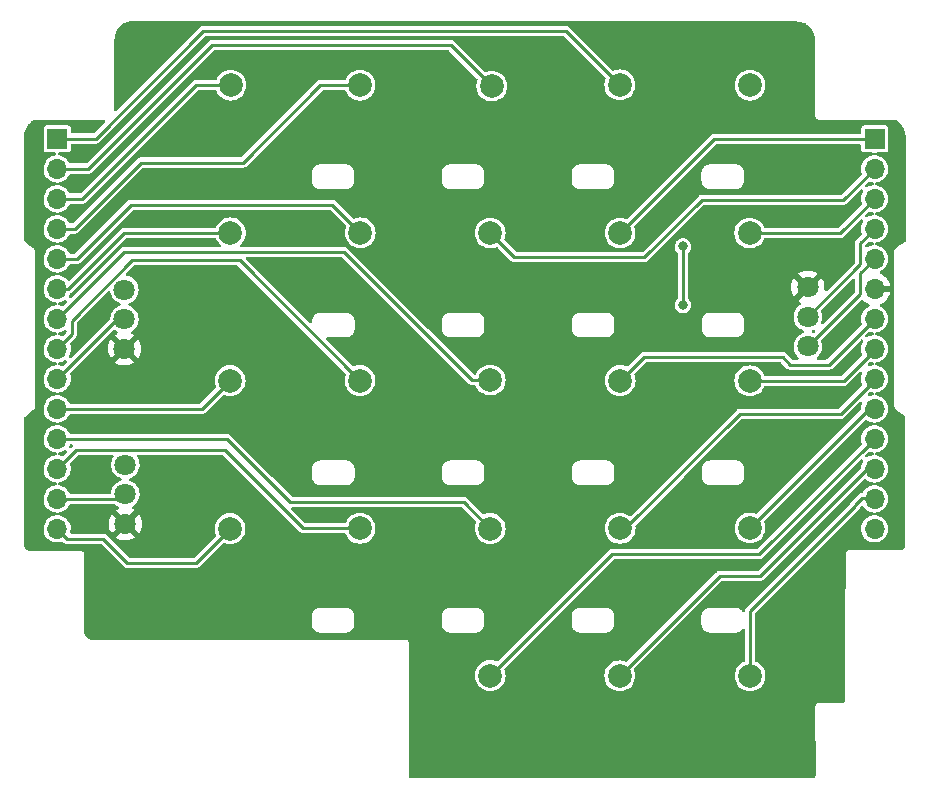
<source format=gbr>
%TF.GenerationSoftware,KiCad,Pcbnew,(6.0.2)*%
%TF.CreationDate,2023-02-09T01:52:29-05:00*%
%TF.ProjectId,top,746f702e-6b69-4636-9164-5f7063625858,rev?*%
%TF.SameCoordinates,Original*%
%TF.FileFunction,Copper,L1,Top*%
%TF.FilePolarity,Positive*%
%FSLAX46Y46*%
G04 Gerber Fmt 4.6, Leading zero omitted, Abs format (unit mm)*
G04 Created by KiCad (PCBNEW (6.0.2)) date 2023-02-09 01:52:29*
%MOMM*%
%LPD*%
G01*
G04 APERTURE LIST*
%TA.AperFunction,ComponentPad*%
%ADD10C,2.000000*%
%TD*%
%TA.AperFunction,ComponentPad*%
%ADD11R,1.700000X1.700000*%
%TD*%
%TA.AperFunction,ComponentPad*%
%ADD12O,1.700000X1.700000*%
%TD*%
%TA.AperFunction,ComponentPad*%
%ADD13C,1.800000*%
%TD*%
%TA.AperFunction,ViaPad*%
%ADD14C,0.800000*%
%TD*%
%TA.AperFunction,Conductor*%
%ADD15C,0.250000*%
%TD*%
G04 APERTURE END LIST*
D10*
%TO.P,J28,1,Pin_1*%
%TO.N,Board_0-/top/GPIO_11*%
X153514800Y-90161400D03*
%TD*%
%TO.P,J25,1,Pin_1*%
%TO.N,Board_0-/top/GPIO_16*%
X142491200Y-77639200D03*
%TD*%
%TO.P,J10,1,Pin_1*%
%TO.N,Board_0-/top/GPIO_7*%
X153514800Y-102607400D03*
%TD*%
%TO.P,J23,1,Pin_1*%
%TO.N,Board_0-/top/GPIO_FX*%
X131493000Y-102658200D03*
%TD*%
%TO.P,J20,1,Pin_1*%
%TO.N,Board_0-/top/GIPO_PATTERN*%
X164487600Y-127651800D03*
%TD*%
%TO.P,J5,1,Pin_1*%
%TO.N,Board_0-/top/GPIO_2*%
X164513000Y-115155000D03*
%TD*%
%TO.P,J22,1,Pin_1*%
%TO.N,Board_0-/top/GPIO_4*%
X142491200Y-115155000D03*
%TD*%
%TO.P,J21,1,Pin_1*%
%TO.N,Board_0-/top/GPIO_BPM*%
X153514800Y-127626400D03*
%TD*%
%TO.P,J17,1,Pin_1*%
%TO.N,Board_0-/top/GPIO_13*%
X175511200Y-77639200D03*
%TD*%
%TO.P,J4,1,Pin_1*%
%TO.N,Board_0-/top/GPIO_3*%
X153513260Y-115180400D03*
%TD*%
%TO.P,J18,1,Pin_1*%
%TO.N,Board_0-/top/GPIO_WRITE*%
X131543800Y-77639200D03*
%TD*%
%TO.P,J9,1,Pin_1*%
%TO.N,Board_0-/top/GPIO_6*%
X164513000Y-102658200D03*
%TD*%
D11*
%TO.P,J30,1,Pin_1*%
%TO.N,Board_0-/top/GPIO_14*%
X116853260Y-82179800D03*
D12*
%TO.P,J30,2,Pin_2*%
%TO.N,Board_0-/top/GPIO_15*%
X116853260Y-84719800D03*
%TO.P,J30,3,Pin_3*%
%TO.N,Board_0-/top/GPIO_WRITE*%
X116853260Y-87259800D03*
%TO.P,J30,4,Pin_4*%
%TO.N,Board_0-/top/GPIO_16*%
X116853260Y-89799800D03*
%TO.P,J30,5,Pin_5*%
%TO.N,Board_0-/top/GPIO_12*%
X116853260Y-92339800D03*
%TO.P,J30,6,Pin_6*%
%TO.N,Board_0-/top/GPIO_PLAY*%
X116853260Y-94879800D03*
%TO.P,J30,7,Pin_7*%
%TO.N,Board_0-/top/GPIO_7*%
X116853260Y-97419800D03*
%TO.P,J30,8,Pin_8*%
%TO.N,Board_0-/top/GPIO_8*%
X116853260Y-99959800D03*
%TO.P,J30,9,Pin_9*%
%TO.N,Board_0-/top/POT_INPUT_PLAY_MIX*%
X116853260Y-102499800D03*
%TO.P,J30,10,Pin_10*%
%TO.N,Board_0-/top/GPIO_FX*%
X116853260Y-105039800D03*
%TO.P,J30,11,Pin_11*%
%TO.N,Board_0-/top/GPIO_3*%
X116853260Y-107579800D03*
%TO.P,J30,12,Pin_12*%
%TO.N,Board_0-/top/GPIO_4*%
X116853260Y-110119800D03*
%TO.P,J30,13,Pin_13*%
%TO.N,Board_0-/top/POT_VOL_OUT*%
X116853260Y-112659800D03*
%TO.P,J30,14,Pin_14*%
%TO.N,Board_0-/top/GPIO_SPECIAL*%
X116853260Y-115199800D03*
%TD*%
D10*
%TO.P,J16,1,Pin_1*%
%TO.N,Board_0-/top/GPIO_14*%
X164487600Y-77613800D03*
%TD*%
%TO.P,J7,1,Pin_1*%
%TO.N,Board_0-/top/GPIO_15*%
X153641800Y-77715400D03*
%TD*%
%TO.P,J19,1,Pin_1*%
%TO.N,Board_0-/top/GPIO_SOUND*%
X175511200Y-127651800D03*
%TD*%
%TO.P,J12,1,Pin_1*%
%TO.N,Board_0-/top/GPIO_9*%
X175485800Y-90161400D03*
%TD*%
%TO.P,J11,1,Pin_1*%
%TO.N,Board_0-/top/GPIO_8*%
X142491200Y-102658200D03*
%TD*%
D13*
%TO.P,RV2,1,1*%
%TO.N,Board_0-/top/3.3V*%
X122625660Y-109777600D03*
%TO.P,RV2,2,2*%
%TO.N,Board_0-/top/POT_VOL_OUT*%
X122625660Y-112277600D03*
%TO.P,RV2,3,3*%
%TO.N,Board_0-/top/GND*%
X122625660Y-114777600D03*
%TD*%
D10*
%TO.P,J6,1,Pin_1*%
%TO.N,Board_0-/top/GPIO_1*%
X175511200Y-115129600D03*
%TD*%
D13*
%TO.P,RV1,1,1*%
%TO.N,Board_0-/top/3.3V*%
X180400660Y-99752600D03*
%TO.P,RV1,2,2*%
%TO.N,Board_0-/top/POT_GAIN_IN*%
X180400660Y-97252600D03*
%TO.P,RV1,3,3*%
%TO.N,Board_0-/top/GND*%
X180400660Y-94752600D03*
%TD*%
D10*
%TO.P,J14,1,Pin_1*%
%TO.N,Board_0-/top/GPIO_12*%
X142516600Y-90136000D03*
%TD*%
D13*
%TO.P,RV3,1,1*%
%TO.N,Board_0-/top/3.3V*%
X122550660Y-94952600D03*
%TO.P,RV3,2,2*%
%TO.N,Board_0-/top/POT_INPUT_PLAY_MIX*%
X122550660Y-97452600D03*
%TO.P,RV3,3,3*%
%TO.N,Board_0-/top/GND*%
X122550660Y-99952600D03*
%TD*%
D10*
%TO.P,J24,1,Pin_1*%
%TO.N,Board_0-/top/GPIO_PLAY*%
X131518400Y-90136000D03*
%TD*%
%TO.P,J15,1,Pin_1*%
%TO.N,Board_0-/top/GPIO_SPECIAL*%
X131488860Y-115180400D03*
%TD*%
%TO.P,J13,1,Pin_1*%
%TO.N,Board_0-/top/GPIO_10*%
X164507920Y-90161400D03*
%TD*%
D11*
%TO.P,J29,1,Pin_1*%
%TO.N,Board_0-/top/GPIO_10*%
X186053260Y-82179800D03*
D12*
%TO.P,J29,2,Pin_2*%
%TO.N,Board_0-/top/GPIO_11*%
X186053260Y-84719800D03*
%TO.P,J29,3,Pin_3*%
%TO.N,Board_0-/top/GPIO_9*%
X186053260Y-87259800D03*
%TO.P,J29,4,Pin_4*%
%TO.N,Board_0-/top/POT_GAIN_IN*%
X186053260Y-89799800D03*
%TO.P,J29,5,Pin_5*%
%TO.N,Board_0-/top/3.3V*%
X186053260Y-92339800D03*
%TO.P,J29,6,Pin_6*%
%TO.N,Board_0-/top/GND*%
X186053260Y-94879800D03*
%TO.P,J29,7,Pin_7*%
%TO.N,Board_0-/top/GPIO_6*%
X186053260Y-97419800D03*
%TO.P,J29,8,Pin_8*%
%TO.N,Board_0-/top/GPIO_5*%
X186053260Y-99959800D03*
%TO.P,J29,9,Pin_9*%
%TO.N,Board_0-/top/GPIO_2*%
X186053260Y-102499800D03*
%TO.P,J29,10,Pin_10*%
%TO.N,Board_0-/top/GPIO_1*%
X186053260Y-105039800D03*
%TO.P,J29,11,Pin_11*%
%TO.N,Board_0-/top/GPIO_BPM*%
X186053260Y-107579800D03*
%TO.P,J29,12,Pin_12*%
%TO.N,Board_0-/top/GIPO_PATTERN*%
X186053260Y-110119800D03*
%TO.P,J29,13,Pin_13*%
%TO.N,Board_0-/top/GPIO_SOUND*%
X186053260Y-112659800D03*
%TO.P,J29,14,Pin_14*%
%TO.N,Board_0-/top/GPIO_13*%
X186053260Y-115199800D03*
%TD*%
D10*
%TO.P,J8,1,Pin_1*%
%TO.N,Board_0-/top/GPIO_5*%
X175485800Y-102670900D03*
%TD*%
D14*
%TO.N,Board_0-/top/GPIO_13*%
X169825660Y-91302600D03*
X169825660Y-96252600D03*
%TD*%
D15*
%TO.N,Board_0-/top/3.3V*%
X184828749Y-95324511D02*
X184828749Y-93564311D01*
X184828749Y-93564311D02*
X186053260Y-92339800D01*
X180400660Y-99752600D02*
X184828749Y-95324511D01*
%TO.N,Board_0-/top/GIPO_PATTERN*%
X186053260Y-110119800D02*
X185446060Y-110119800D01*
X172945800Y-119193600D02*
X164487600Y-127651800D01*
X176372260Y-119193600D02*
X172945800Y-119193600D01*
X185446060Y-110119800D02*
X176372260Y-119193600D01*
%TO.N,Board_0-/top/GPIO_1*%
X175511200Y-115129600D02*
X185601000Y-105039800D01*
X185601000Y-105039800D02*
X186053260Y-105039800D01*
%TO.N,Board_0-/top/GPIO_10*%
X172489520Y-82179800D02*
X164507920Y-90161400D01*
X186053260Y-82179800D02*
X172489520Y-82179800D01*
%TO.N,Board_0-/top/GPIO_11*%
X155556000Y-92202600D02*
X153514800Y-90161400D01*
X186053260Y-84719800D02*
X183420460Y-87352600D01*
X171425660Y-87352600D02*
X166575660Y-92202600D01*
X166575660Y-92202600D02*
X155556000Y-92202600D01*
X183420460Y-87352600D02*
X171425660Y-87352600D01*
%TO.N,Board_0-/top/GPIO_12*%
X123125660Y-87752600D02*
X140133200Y-87752600D01*
X116853260Y-92339800D02*
X118538460Y-92339800D01*
X118538460Y-92339800D02*
X123125660Y-87752600D01*
X140133200Y-87752600D02*
X142516600Y-90136000D01*
%TO.N,Board_0-/top/GPIO_13*%
X169825660Y-91302600D02*
X169825660Y-96252600D01*
%TO.N,Board_0-/top/GPIO_14*%
X120106166Y-82160400D02*
X129224766Y-73041800D01*
X116837200Y-82160400D02*
X120106166Y-82160400D01*
X159915600Y-73041800D02*
X164487600Y-77613800D01*
X129224766Y-73041800D02*
X159915600Y-73041800D01*
%TO.N,Board_0-/top/GPIO_15*%
X129941060Y-74261000D02*
X150187400Y-74261000D01*
X119501660Y-84700400D02*
X129941060Y-74261000D01*
X116837200Y-84700400D02*
X119501660Y-84700400D01*
X150187400Y-74261000D02*
X153641800Y-77715400D01*
%TO.N,Board_0-/top/GPIO_16*%
X116837200Y-89780400D02*
X118335800Y-89780400D01*
X118335800Y-89780400D02*
X123923800Y-84192400D01*
X139138400Y-77639200D02*
X142491200Y-77639200D01*
X132585200Y-84192400D02*
X139138400Y-77639200D01*
X123923800Y-84192400D02*
X132585200Y-84192400D01*
%TO.N,Board_0-/top/GPIO_2*%
X164967660Y-115155000D02*
X174645060Y-105477600D01*
X164513000Y-115155000D02*
X164967660Y-115155000D01*
X183182000Y-105477600D02*
X186052200Y-102607400D01*
X174645060Y-105477600D02*
X183182000Y-105477600D01*
%TO.N,Board_0-/top/GPIO_3*%
X131203260Y-107579800D02*
X136553260Y-112929800D01*
X151262660Y-112929800D02*
X153513260Y-115180400D01*
X116853260Y-107579800D02*
X131203260Y-107579800D01*
X136553260Y-112929800D02*
X151262660Y-112929800D01*
%TO.N,Board_0-/top/GPIO_4*%
X131046349Y-108503089D02*
X137698260Y-115155000D01*
X116853260Y-110119800D02*
X118469971Y-108503089D01*
X137698260Y-115155000D02*
X142491200Y-115155000D01*
X118469971Y-108503089D02*
X131046349Y-108503089D01*
%TO.N,Board_0-/top/GPIO_5*%
X183448700Y-102670900D02*
X186052200Y-100067400D01*
X175485800Y-102670900D02*
X183448700Y-102670900D01*
%TO.N,Board_0-/top/GPIO_6*%
X178300660Y-100677600D02*
X178919449Y-101296389D01*
X182176671Y-101296389D02*
X186053260Y-97419800D01*
X164513000Y-102658200D02*
X166493600Y-100677600D01*
X178919449Y-101296389D02*
X182176671Y-101296389D01*
X166493600Y-100677600D02*
X178300660Y-100677600D01*
%TO.N,Board_0-/top/GPIO_7*%
X116853260Y-97419800D02*
X122495460Y-91777600D01*
X122495460Y-91777600D02*
X141150660Y-91777600D01*
X141150660Y-91777600D02*
X151980460Y-102607400D01*
X151980460Y-102607400D02*
X153514800Y-102607400D01*
%TO.N,Board_0-/top/GPIO_8*%
X132310600Y-92477600D02*
X142491200Y-102658200D01*
X118077771Y-97575489D02*
X123175660Y-92477600D01*
X123175660Y-92477600D02*
X132310600Y-92477600D01*
X116853260Y-99959800D02*
X118077771Y-98735289D01*
X118077771Y-98735289D02*
X118077771Y-97575489D01*
%TO.N,Board_0-/top/GPIO_9*%
X183151660Y-90161400D02*
X186053260Y-87259800D01*
X175485800Y-90161400D02*
X183151660Y-90161400D01*
%TO.N,Board_0-/top/GPIO_BPM*%
X163788600Y-117352600D02*
X153514800Y-127626400D01*
X176280460Y-117352600D02*
X163788600Y-117352600D01*
X186053260Y-107579800D02*
X176280460Y-117352600D01*
%TO.N,Board_0-/top/GPIO_FX*%
X116853260Y-105039800D02*
X129111400Y-105039800D01*
X129111400Y-105039800D02*
X131493000Y-102658200D01*
%TO.N,Board_0-/top/GPIO_PLAY*%
X122542260Y-90136000D02*
X131518400Y-90136000D01*
X116853260Y-94879800D02*
X117798460Y-94879800D01*
X117798460Y-94879800D02*
X122542260Y-90136000D01*
%TO.N,Board_0-/top/GPIO_SOUND*%
X184988060Y-112609800D02*
X186053260Y-112609800D01*
X175511200Y-122162860D02*
X184398660Y-113275400D01*
X184398660Y-113275400D02*
X184398660Y-113199200D01*
X184398660Y-113199200D02*
X184988060Y-112609800D01*
X175511200Y-127651800D02*
X175511200Y-122162860D01*
%TO.N,Board_0-/top/GPIO_SPECIAL*%
X128566660Y-118102600D02*
X131488860Y-115180400D01*
X117705571Y-116052111D02*
X120750171Y-116052111D01*
X116853260Y-115199800D02*
X117705571Y-116052111D01*
X122800660Y-118102600D02*
X128566660Y-118102600D01*
X120750171Y-116052111D02*
X122800660Y-118102600D01*
%TO.N,Board_0-/top/GPIO_WRITE*%
X116837200Y-87240400D02*
X118993660Y-87240400D01*
X128594860Y-77639200D02*
X131543800Y-77639200D01*
X118993660Y-87240400D02*
X128594860Y-77639200D01*
%TO.N,Board_0-/top/POT_GAIN_IN*%
X180400660Y-97252600D02*
X184828749Y-92824511D01*
X184828749Y-91024311D02*
X186053260Y-89799800D01*
X184828749Y-92824511D02*
X184828749Y-91024311D01*
%TO.N,Board_0-/top/POT_INPUT_PLAY_MIX*%
X121900460Y-97452600D02*
X122550660Y-97452600D01*
X116853260Y-102499800D02*
X121900460Y-97452600D01*
%TO.N,Board_0-/top/POT_VOL_OUT*%
X116786400Y-111954600D02*
X117636399Y-112804599D01*
X116853260Y-112659800D02*
X122243460Y-112659800D01*
X122243460Y-112659800D02*
X122625660Y-112277600D01*
%TD*%
%TA.AperFunction,Conductor*%
%TO.N,Board_0-/top/GND*%
G36*
X129204584Y-72177388D02*
G01*
X179292423Y-72178999D01*
X179320214Y-72182103D01*
X180073009Y-72352359D01*
X180096560Y-72360192D01*
X180131998Y-72376006D01*
X180142509Y-72381298D01*
X180205520Y-72416805D01*
X180211095Y-72420139D01*
X180279676Y-72463588D01*
X180285076Y-72467207D01*
X180351376Y-72514171D01*
X180356580Y-72518063D01*
X180420391Y-72568399D01*
X180425390Y-72572556D01*
X180484042Y-72623945D01*
X180486476Y-72626078D01*
X180491245Y-72630478D01*
X180549536Y-72687124D01*
X180554052Y-72691746D01*
X180585048Y-72725144D01*
X180609335Y-72751313D01*
X180613613Y-72756168D01*
X180665764Y-72818521D01*
X180669776Y-72823577D01*
X180704398Y-72869604D01*
X180718628Y-72888521D01*
X180722399Y-72893814D01*
X180767826Y-72961174D01*
X180771314Y-72966643D01*
X180813230Y-73036293D01*
X180816423Y-73041925D01*
X180854669Y-73113604D01*
X180857580Y-73119416D01*
X180892069Y-73192951D01*
X180894677Y-73198905D01*
X180925332Y-73274132D01*
X180927629Y-73280213D01*
X180954391Y-73356998D01*
X180956372Y-73363192D01*
X180979116Y-73441185D01*
X180980771Y-73447460D01*
X180985462Y-73467300D01*
X180999463Y-73526522D01*
X181000795Y-73532884D01*
X181015385Y-73612809D01*
X181016386Y-73619225D01*
X181026673Y-73698543D01*
X181026837Y-73699810D01*
X181027505Y-73706266D01*
X181031638Y-73759564D01*
X181033786Y-73787268D01*
X181034121Y-73793759D01*
X181036361Y-73880605D01*
X181036403Y-73883763D01*
X181040961Y-80207029D01*
X181040413Y-80218326D01*
X181037259Y-80229217D01*
X181038263Y-80240807D01*
X181040542Y-80267129D01*
X181041012Y-80277903D01*
X181041019Y-80287122D01*
X181042087Y-80292832D01*
X181042215Y-80293518D01*
X181043893Y-80305812D01*
X181045879Y-80328744D01*
X181046902Y-80340559D01*
X181052008Y-80351006D01*
X181052944Y-80354380D01*
X181054204Y-80357639D01*
X181056343Y-80369076D01*
X181062455Y-80378975D01*
X181062456Y-80378978D01*
X181074681Y-80398779D01*
X181080666Y-80409635D01*
X181090872Y-80430513D01*
X181090874Y-80430516D01*
X181095982Y-80440965D01*
X181104511Y-80448877D01*
X181106596Y-80451684D01*
X181108942Y-80454268D01*
X181115056Y-80464170D01*
X181141976Y-80484609D01*
X181142837Y-80485263D01*
X181152332Y-80493238D01*
X181177915Y-80516971D01*
X181188719Y-80521281D01*
X181191666Y-80523144D01*
X181194798Y-80524716D01*
X181204065Y-80531753D01*
X181233660Y-80540300D01*
X181237576Y-80541431D01*
X181249306Y-80545454D01*
X181281718Y-80558385D01*
X181287991Y-80559000D01*
X181291080Y-80559000D01*
X181294143Y-80559150D01*
X181294137Y-80559266D01*
X181300380Y-80559569D01*
X181311436Y-80562762D01*
X181323025Y-80561750D01*
X181323027Y-80561750D01*
X181349034Y-80559478D01*
X181359998Y-80559000D01*
X182263727Y-80559003D01*
X187803452Y-80559018D01*
X187869707Y-80577844D01*
X187919960Y-80608912D01*
X187925445Y-80612503D01*
X187992969Y-80659283D01*
X187998255Y-80663153D01*
X188037307Y-80693337D01*
X188063211Y-80713359D01*
X188068301Y-80717509D01*
X188130637Y-80771108D01*
X188135487Y-80775503D01*
X188190341Y-80827883D01*
X188194891Y-80832228D01*
X188199523Y-80836888D01*
X188255842Y-80896583D01*
X188260224Y-80901476D01*
X188313413Y-80964092D01*
X188317536Y-80969211D01*
X188351823Y-81014127D01*
X188363406Y-81029300D01*
X188367408Y-81034543D01*
X188371245Y-81039851D01*
X188402870Y-81086095D01*
X188417614Y-81107655D01*
X188421179Y-81113171D01*
X188463927Y-81183259D01*
X188467199Y-81188954D01*
X188500631Y-81250808D01*
X188506276Y-81261252D01*
X188509248Y-81267110D01*
X188530942Y-81312793D01*
X188544478Y-81341298D01*
X188547142Y-81347306D01*
X188578464Y-81423249D01*
X188580809Y-81429385D01*
X188608108Y-81506794D01*
X188610126Y-81513029D01*
X188633376Y-81591830D01*
X188635071Y-81598181D01*
X188654176Y-81678071D01*
X188655537Y-81684501D01*
X188670453Y-81765296D01*
X188671477Y-81771785D01*
X188671757Y-81773919D01*
X188682157Y-81853210D01*
X188682836Y-81859704D01*
X188688176Y-81927810D01*
X188689258Y-81941604D01*
X188689600Y-81948148D01*
X188691850Y-82034331D01*
X188691896Y-82036088D01*
X188691939Y-82039217D01*
X188696397Y-86450502D01*
X188700776Y-90784089D01*
X188680843Y-90852230D01*
X188649226Y-90885869D01*
X188229257Y-91193451D01*
X187910294Y-91427057D01*
X187884485Y-91445959D01*
X187865373Y-91457503D01*
X187849034Y-91465490D01*
X187841122Y-91474020D01*
X187841121Y-91474020D01*
X187812026Y-91505384D01*
X187811506Y-91505941D01*
X187774119Y-91545711D01*
X187773729Y-91546669D01*
X187773029Y-91547424D01*
X187762527Y-91573748D01*
X187752827Y-91598060D01*
X187752556Y-91598732D01*
X187745606Y-91615822D01*
X187742705Y-91622956D01*
X187732017Y-91649236D01*
X187731998Y-91650266D01*
X187731615Y-91651227D01*
X187731000Y-91657500D01*
X187731000Y-91704560D01*
X187730980Y-91706828D01*
X187730005Y-91760977D01*
X187730911Y-91763458D01*
X187731000Y-91764525D01*
X187731000Y-104778177D01*
X187728672Y-104802284D01*
X187725814Y-104816946D01*
X187727849Y-104828405D01*
X187727849Y-104828406D01*
X187730952Y-104845883D01*
X187731000Y-104846239D01*
X187731000Y-104847407D01*
X187734437Y-104865863D01*
X187735697Y-104872628D01*
X187735882Y-104873643D01*
X187745355Y-104926983D01*
X187746027Y-104928094D01*
X187746265Y-104929372D01*
X187769345Y-104966814D01*
X187774610Y-104975355D01*
X187775161Y-104976258D01*
X187798593Y-105014996D01*
X187798599Y-105015003D01*
X187803199Y-105022608D01*
X187804446Y-105023758D01*
X187804909Y-105024509D01*
X187806914Y-105026034D01*
X187807833Y-105026881D01*
X187829829Y-105043504D01*
X187839596Y-105050885D01*
X187839896Y-105051113D01*
X187891935Y-105090685D01*
X187893869Y-105092156D01*
X187894350Y-105092296D01*
X187894569Y-105092432D01*
X187912526Y-105106003D01*
X188620964Y-105641400D01*
X188663250Y-105698428D01*
X188670994Y-105741921D01*
X188670999Y-113828016D01*
X188671000Y-115626896D01*
X188671000Y-116521664D01*
X188669741Y-116536103D01*
X188668403Y-116540214D01*
X188668195Y-116546514D01*
X188668395Y-116549593D01*
X188670735Y-116585623D01*
X188671000Y-116593789D01*
X188671000Y-116607872D01*
X188670790Y-116607872D01*
X188670713Y-116624468D01*
X188668870Y-116642624D01*
X188667537Y-116652130D01*
X188666661Y-116657017D01*
X188664615Y-116666370D01*
X188655360Y-116702113D01*
X188651540Y-116714289D01*
X188638731Y-116748875D01*
X188635064Y-116757727D01*
X188632969Y-116762286D01*
X188628647Y-116770821D01*
X188608122Y-116807801D01*
X188603170Y-116815976D01*
X188600401Y-116820178D01*
X188594843Y-116827950D01*
X188572253Y-116857134D01*
X188563955Y-116866801D01*
X188542229Y-116889658D01*
X188532998Y-116898433D01*
X188520039Y-116909559D01*
X188504990Y-116922479D01*
X188497503Y-116928428D01*
X188493443Y-116931410D01*
X188485517Y-116936780D01*
X188449623Y-116959153D01*
X188441315Y-116963901D01*
X188436861Y-116966227D01*
X188428222Y-116970329D01*
X188394308Y-116984882D01*
X188382339Y-116989315D01*
X188347141Y-117000358D01*
X188337913Y-117002873D01*
X188333019Y-117004009D01*
X188323613Y-117005818D01*
X188287155Y-117011402D01*
X188274482Y-117012691D01*
X188236178Y-117014635D01*
X188232388Y-117014827D01*
X188225887Y-117014989D01*
X183973155Y-117011048D01*
X183962769Y-117010510D01*
X183952248Y-117007408D01*
X183940649Y-117008356D01*
X183913631Y-117010564D01*
X183903253Y-117010983D01*
X183899170Y-117010979D01*
X183899166Y-117010979D01*
X183893368Y-117010974D01*
X183887625Y-117012038D01*
X183874943Y-117013726D01*
X183852455Y-117015564D01*
X183852454Y-117015564D01*
X183840860Y-117016512D01*
X183830384Y-117021570D01*
X183826536Y-117022617D01*
X183822830Y-117024043D01*
X183811389Y-117026163D01*
X183801479Y-117032259D01*
X183782244Y-117044091D01*
X183771014Y-117050236D01*
X183740218Y-117065105D01*
X183732267Y-117073593D01*
X183729059Y-117075951D01*
X183726106Y-117078624D01*
X183716198Y-117084719D01*
X183709148Y-117093972D01*
X183709144Y-117093976D01*
X183695463Y-117111933D01*
X183687197Y-117121710D01*
X183671767Y-117138182D01*
X183671765Y-117138185D01*
X183663817Y-117146670D01*
X183659454Y-117157452D01*
X183657310Y-117160808D01*
X183655519Y-117164361D01*
X183648468Y-117173616D01*
X183645222Y-117184787D01*
X183638924Y-117206462D01*
X183634730Y-117218563D01*
X183625790Y-117240660D01*
X183621901Y-117250271D01*
X183621255Y-117256541D01*
X183621240Y-117259620D01*
X183621074Y-117262700D01*
X183620945Y-117262693D01*
X183620642Y-117268623D01*
X183620529Y-117269766D01*
X183617283Y-117280937D01*
X183618276Y-117292527D01*
X183618276Y-117292528D01*
X183620444Y-117317836D01*
X183620903Y-117329201D01*
X183592324Y-123230685D01*
X183561114Y-129675619D01*
X183561009Y-129697218D01*
X183561001Y-129698085D01*
X183560554Y-129736218D01*
X183560010Y-129746529D01*
X183559861Y-129748112D01*
X183558430Y-129763326D01*
X183555180Y-129782250D01*
X183551460Y-129797044D01*
X183545377Y-129815243D01*
X183540452Y-129826930D01*
X183534890Y-129838453D01*
X183528786Y-129849613D01*
X183518312Y-129865712D01*
X183509047Y-129877822D01*
X183496246Y-129892144D01*
X183485255Y-129902698D01*
X183470447Y-129914893D01*
X183460050Y-129922201D01*
X183449228Y-129929012D01*
X183438136Y-129935231D01*
X183420708Y-129943323D01*
X183406439Y-129948667D01*
X183388005Y-129954010D01*
X183373089Y-129957125D01*
X183354045Y-129959607D01*
X183345771Y-129960049D01*
X183333195Y-129960719D01*
X183325227Y-129960892D01*
X182735343Y-129954946D01*
X181408056Y-129941568D01*
X181397247Y-129940994D01*
X181391448Y-129940436D01*
X181380268Y-129937219D01*
X181345074Y-129940327D01*
X181332729Y-129940810D01*
X181326121Y-129940743D01*
X181320394Y-129941750D01*
X181317076Y-129942333D01*
X181306342Y-129943748D01*
X181280532Y-129946027D01*
X181280529Y-129946028D01*
X181268943Y-129947051D01*
X181258808Y-129952026D01*
X181256912Y-129952456D01*
X181255132Y-129953224D01*
X181244006Y-129955181D01*
X181211821Y-129974575D01*
X181202330Y-129979752D01*
X181168620Y-129996301D01*
X181160956Y-130004592D01*
X181159341Y-130005676D01*
X181157955Y-130007035D01*
X181148283Y-130012863D01*
X181125247Y-130042533D01*
X181118249Y-130050785D01*
X181100655Y-130069816D01*
X181100653Y-130069819D01*
X181092754Y-130078363D01*
X181088586Y-130088862D01*
X181087472Y-130090452D01*
X181086668Y-130092217D01*
X181079743Y-130101137D01*
X181076396Y-130112274D01*
X181076395Y-130112276D01*
X181068937Y-130137094D01*
X181065376Y-130147325D01*
X181054799Y-130173966D01*
X181054798Y-130173970D01*
X181051516Y-130182237D01*
X181050912Y-130188511D01*
X181050917Y-130191591D01*
X181050772Y-130194662D01*
X181050673Y-130194657D01*
X181050466Y-130198551D01*
X181047577Y-130208167D01*
X181048464Y-130219768D01*
X181048464Y-130219769D01*
X181050663Y-130248525D01*
X181051030Y-130257917D01*
X181060915Y-136090308D01*
X181060917Y-136091688D01*
X181058880Y-136109702D01*
X181059549Y-136109792D01*
X181058771Y-136115548D01*
X181057466Y-136121208D01*
X181057220Y-136127014D01*
X181057220Y-136127015D01*
X181056806Y-136136788D01*
X181056273Y-136144194D01*
X181054129Y-136165292D01*
X181049007Y-136190238D01*
X181044497Y-136204627D01*
X181037416Y-136222376D01*
X181032680Y-136232042D01*
X181026505Y-136243180D01*
X181020812Y-136252326D01*
X181009499Y-136267752D01*
X181002498Y-136275918D01*
X180993719Y-136285167D01*
X180987491Y-136291096D01*
X180977826Y-136299407D01*
X180971012Y-136304691D01*
X180960555Y-136311983D01*
X180956740Y-136314366D01*
X180951457Y-136317666D01*
X180934544Y-136326525D01*
X180924615Y-136330799D01*
X180912666Y-136335241D01*
X180907615Y-136336832D01*
X180902403Y-136338474D01*
X180883811Y-136342815D01*
X180879112Y-136343541D01*
X180853574Y-136344229D01*
X180853543Y-136344857D01*
X180850468Y-136344706D01*
X180847399Y-136344405D01*
X180824545Y-136344402D01*
X180804807Y-136344400D01*
X180798657Y-136344249D01*
X180786980Y-136343677D01*
X180786978Y-136343677D01*
X180781180Y-136343393D01*
X180775430Y-136344175D01*
X180773001Y-136344280D01*
X180767558Y-136344397D01*
X164821742Y-136342800D01*
X146913504Y-136341006D01*
X146897327Y-136338980D01*
X146897261Y-136339589D01*
X146888414Y-136338631D01*
X146879797Y-136336441D01*
X146873498Y-136336649D01*
X146870443Y-136337051D01*
X146870441Y-136337051D01*
X146848588Y-136339925D01*
X146843729Y-136340468D01*
X146837986Y-136340998D01*
X146832190Y-136340997D01*
X146828570Y-136341671D01*
X146799461Y-136340791D01*
X146796740Y-136340373D01*
X146778084Y-136336034D01*
X146769458Y-136333322D01*
X146766141Y-136332279D01*
X146748384Y-136325175D01*
X146738992Y-136320562D01*
X146727842Y-136314366D01*
X146718992Y-136308844D01*
X146703582Y-136297518D01*
X146695652Y-136290705D01*
X146686418Y-136281922D01*
X146679224Y-136274348D01*
X146667144Y-136259523D01*
X146661174Y-136250940D01*
X146654430Y-136240113D01*
X146650369Y-136232791D01*
X146644759Y-136221347D01*
X146644758Y-136221343D01*
X146640653Y-136211773D01*
X146634472Y-136193679D01*
X146631848Y-136183540D01*
X146629283Y-136171056D01*
X146627706Y-136160756D01*
X146626256Y-136141666D01*
X146628331Y-127626400D01*
X152209332Y-127626400D01*
X152229165Y-127853092D01*
X152230589Y-127858405D01*
X152230589Y-127858407D01*
X152234503Y-127873012D01*
X152288061Y-128072896D01*
X152384232Y-128279134D01*
X152514753Y-128465539D01*
X152675661Y-128626447D01*
X152862066Y-128756968D01*
X152867044Y-128759289D01*
X152867047Y-128759291D01*
X153063322Y-128850816D01*
X153068304Y-128853139D01*
X153073612Y-128854561D01*
X153073614Y-128854562D01*
X153282793Y-128910611D01*
X153282795Y-128910611D01*
X153288108Y-128912035D01*
X153514800Y-128931868D01*
X153741492Y-128912035D01*
X153746805Y-128910611D01*
X153746807Y-128910611D01*
X153955986Y-128854562D01*
X153955988Y-128854561D01*
X153961296Y-128853139D01*
X153966278Y-128850816D01*
X154162553Y-128759291D01*
X154162556Y-128759289D01*
X154167534Y-128756968D01*
X154353939Y-128626447D01*
X154514847Y-128465539D01*
X154645368Y-128279134D01*
X154741539Y-128072896D01*
X154795098Y-127873012D01*
X154799011Y-127858407D01*
X154799011Y-127858405D01*
X154800435Y-127853092D01*
X154820268Y-127626400D01*
X154800435Y-127399708D01*
X154747010Y-127200322D01*
X154742962Y-127185214D01*
X154742961Y-127185212D01*
X154741539Y-127179904D01*
X154739216Y-127174922D01*
X154739214Y-127174916D01*
X154722061Y-127138131D01*
X154711400Y-127067939D01*
X154740381Y-127003126D01*
X154747161Y-126995787D01*
X158499643Y-123243305D01*
X160396255Y-123243305D01*
X160396528Y-123249603D01*
X160400385Y-123276771D01*
X160400875Y-123281065D01*
X160400847Y-123286124D01*
X160404378Y-123305695D01*
X160404493Y-123306332D01*
X160405241Y-123310976D01*
X160408401Y-123333231D01*
X160409581Y-123350447D01*
X160408371Y-123358737D01*
X160409231Y-123364981D01*
X160411768Y-123375595D01*
X160413483Y-123382772D01*
X160415876Y-123398147D01*
X160415459Y-123404381D01*
X160416804Y-123410539D01*
X160419727Y-123419575D01*
X160427984Y-123445101D01*
X160430648Y-123454590D01*
X160433260Y-123465518D01*
X160433000Y-123465580D01*
X160434358Y-123470843D01*
X160434644Y-123478452D01*
X160436623Y-123484436D01*
X160437867Y-123487243D01*
X160437868Y-123487246D01*
X160449092Y-123512576D01*
X160453681Y-123524586D01*
X160453742Y-123524729D01*
X160455527Y-123530247D01*
X160457045Y-123533045D01*
X160460289Y-123542107D01*
X160461434Y-123550128D01*
X160464025Y-123555874D01*
X160479358Y-123582568D01*
X160485158Y-123594008D01*
X160485241Y-123594157D01*
X160487593Y-123599465D01*
X160489398Y-123602096D01*
X160493569Y-123610775D01*
X160495543Y-123618634D01*
X160498718Y-123624079D01*
X160500518Y-123626570D01*
X160500523Y-123626578D01*
X160516736Y-123649017D01*
X160523692Y-123659787D01*
X160523800Y-123659940D01*
X160526690Y-123664972D01*
X160527915Y-123666410D01*
X160531081Y-123671700D01*
X160532633Y-123676317D01*
X160536224Y-123681497D01*
X160538221Y-123683849D01*
X160548059Y-123695438D01*
X160557142Y-123708064D01*
X160559589Y-123713811D01*
X160563574Y-123718695D01*
X160565735Y-123720870D01*
X160565741Y-123720877D01*
X160589194Y-123744485D01*
X160595857Y-123751739D01*
X160603125Y-123760300D01*
X160602918Y-123760476D01*
X160606506Y-123764550D01*
X160610201Y-123771206D01*
X160614672Y-123775649D01*
X160617054Y-123777592D01*
X160617062Y-123777600D01*
X160638520Y-123795110D01*
X160648022Y-123803726D01*
X160648156Y-123803838D01*
X160652244Y-123807953D01*
X160653796Y-123809026D01*
X160658217Y-123813319D01*
X160660907Y-123817380D01*
X160665712Y-123821460D01*
X160680742Y-123831880D01*
X160692772Y-123841738D01*
X160696615Y-123846658D01*
X160701724Y-123850350D01*
X160733124Y-123868664D01*
X160741422Y-123873949D01*
X160748438Y-123878812D01*
X160749635Y-123879717D01*
X160753891Y-123884366D01*
X160759273Y-123887647D01*
X160762040Y-123888983D01*
X160762042Y-123888984D01*
X160775733Y-123895594D01*
X160789166Y-123903466D01*
X160793730Y-123907728D01*
X160799351Y-123910579D01*
X160802216Y-123911695D01*
X160802224Y-123911699D01*
X160833217Y-123923776D01*
X160842253Y-123927711D01*
X160852360Y-123932591D01*
X160852244Y-123932832D01*
X160857168Y-123935102D01*
X160863253Y-123939698D01*
X160869141Y-123941948D01*
X160872095Y-123942757D01*
X160872098Y-123942758D01*
X160898819Y-123950076D01*
X160911018Y-123954111D01*
X160911178Y-123954157D01*
X160916580Y-123956262D01*
X160918435Y-123956614D01*
X160924218Y-123958749D01*
X160928324Y-123961373D01*
X160934370Y-123963156D01*
X160952336Y-123966594D01*
X160967315Y-123970729D01*
X160972824Y-123973671D01*
X160978990Y-123974976D01*
X161015116Y-123978999D01*
X161024857Y-123980471D01*
X161035901Y-123982585D01*
X161035860Y-123982798D01*
X161042195Y-123983874D01*
X161050020Y-123987002D01*
X161056292Y-123987621D01*
X161059375Y-123987623D01*
X161059376Y-123987623D01*
X161085795Y-123987640D01*
X161096136Y-123988216D01*
X161098238Y-123988256D01*
X161104016Y-123988899D01*
X161109810Y-123988474D01*
X161109812Y-123988474D01*
X161116246Y-123988002D01*
X161125541Y-123987664D01*
X161885384Y-123988137D01*
X163213317Y-123988963D01*
X163230055Y-123990222D01*
X163237584Y-123992473D01*
X163243887Y-123992527D01*
X163253105Y-123991703D01*
X163277632Y-123989511D01*
X163288921Y-123989011D01*
X163291881Y-123989013D01*
X163291888Y-123989012D01*
X163297689Y-123989016D01*
X163303394Y-123987957D01*
X163309177Y-123987427D01*
X163309225Y-123987953D01*
X163326097Y-123986657D01*
X163330734Y-123986797D01*
X163339501Y-123988311D01*
X163345765Y-123987614D01*
X163348779Y-123986976D01*
X163348792Y-123986974D01*
X163372711Y-123981912D01*
X163378529Y-123981039D01*
X163378527Y-123981026D01*
X163384234Y-123979981D01*
X163390016Y-123979464D01*
X163395604Y-123977898D01*
X163395898Y-123977844D01*
X163407133Y-123976402D01*
X163415181Y-123976940D01*
X163421339Y-123975595D01*
X163450619Y-123966124D01*
X163463017Y-123962816D01*
X163463175Y-123962767D01*
X163468854Y-123961565D01*
X163471804Y-123960343D01*
X163481156Y-123958059D01*
X163489252Y-123957755D01*
X163495236Y-123955776D01*
X163498046Y-123954531D01*
X163523376Y-123943307D01*
X163535377Y-123938722D01*
X163535530Y-123938657D01*
X163541047Y-123936872D01*
X163542698Y-123935977D01*
X163548529Y-123933974D01*
X163553360Y-123933413D01*
X163559172Y-123930973D01*
X163575259Y-123922282D01*
X163589497Y-123916008D01*
X163595626Y-123914804D01*
X163601229Y-123911917D01*
X163606487Y-123908521D01*
X163631754Y-123892199D01*
X163640233Y-123887181D01*
X163647752Y-123883119D01*
X163649091Y-123882465D01*
X163655160Y-123880772D01*
X163660520Y-123877456D01*
X163662962Y-123875593D01*
X163662975Y-123875584D01*
X163675061Y-123866363D01*
X163688147Y-123857947D01*
X163694019Y-123855801D01*
X163699104Y-123852076D01*
X163726191Y-123827836D01*
X163733768Y-123821572D01*
X163742703Y-123814755D01*
X163742867Y-123814970D01*
X163747123Y-123811599D01*
X163753965Y-123808254D01*
X163758635Y-123804020D01*
X163779323Y-123781206D01*
X163788413Y-123772176D01*
X163788527Y-123772053D01*
X163792859Y-123768177D01*
X163794802Y-123765656D01*
X163801779Y-123759013D01*
X163808649Y-123754717D01*
X163812852Y-123750021D01*
X163814674Y-123747535D01*
X163831038Y-123725198D01*
X163839138Y-123715271D01*
X163839245Y-123715129D01*
X163843152Y-123710820D01*
X163844142Y-123709214D01*
X163848203Y-123704571D01*
X163852115Y-123701676D01*
X163855939Y-123696665D01*
X163864281Y-123683182D01*
X163872580Y-123672205D01*
X163874462Y-123670655D01*
X163878020Y-123665452D01*
X163886822Y-123649415D01*
X163895374Y-123636423D01*
X163899871Y-123632085D01*
X163903011Y-123626619D01*
X163904278Y-123623811D01*
X163904280Y-123623807D01*
X163917951Y-123593497D01*
X163922350Y-123584681D01*
X163927757Y-123574829D01*
X163927992Y-123574958D01*
X163930518Y-123570153D01*
X163935417Y-123564326D01*
X163937971Y-123558564D01*
X163947638Y-123529340D01*
X163952298Y-123517384D01*
X163952354Y-123517220D01*
X163954740Y-123511931D01*
X163955497Y-123508832D01*
X163959180Y-123499942D01*
X163963724Y-123493225D01*
X163965664Y-123487228D01*
X163966319Y-123484232D01*
X163966322Y-123484220D01*
X163972236Y-123457160D01*
X163975621Y-123444800D01*
X163975663Y-123444619D01*
X163977484Y-123439114D01*
X163977915Y-123435950D01*
X163980652Y-123426726D01*
X163984471Y-123419575D01*
X163985776Y-123413409D01*
X163989183Y-123382816D01*
X163991266Y-123370151D01*
X163991286Y-123369987D01*
X163992526Y-123364315D01*
X163992631Y-123360937D01*
X163994542Y-123350495D01*
X163997821Y-123342283D01*
X163998438Y-123336010D01*
X163998441Y-123325916D01*
X163998447Y-123306582D01*
X163999014Y-123296380D01*
X163999056Y-123294159D01*
X163999699Y-123288383D01*
X163998795Y-123276066D01*
X163998458Y-123266823D01*
X163998459Y-123266362D01*
X163998561Y-122924598D01*
X163998642Y-122655493D01*
X163999778Y-122638651D01*
X164000174Y-122635724D01*
X164002590Y-122627169D01*
X164002549Y-122620866D01*
X163999351Y-122590336D01*
X163998692Y-122577685D01*
X163998665Y-122577393D01*
X163998667Y-122571584D01*
X163998071Y-122568379D01*
X163997773Y-122558719D01*
X163999153Y-122550726D01*
X163998455Y-122544461D01*
X163992080Y-122514351D01*
X163990079Y-122501669D01*
X163990047Y-122501508D01*
X163989443Y-122495741D01*
X163988536Y-122492685D01*
X163987238Y-122483141D01*
X163987777Y-122475068D01*
X163986432Y-122468910D01*
X163976951Y-122439604D01*
X163973644Y-122427208D01*
X163973596Y-122427054D01*
X163972394Y-122421376D01*
X163971675Y-122419640D01*
X163970291Y-122413638D01*
X163970235Y-122408766D01*
X163968412Y-122402732D01*
X163961442Y-122385829D01*
X163956684Y-122371017D01*
X163956125Y-122364805D01*
X163953837Y-122358932D01*
X163937392Y-122326503D01*
X163933293Y-122317568D01*
X163930050Y-122309704D01*
X163929525Y-122308266D01*
X163928473Y-122302055D01*
X163925733Y-122296379D01*
X163916209Y-122280756D01*
X163909210Y-122266885D01*
X163907688Y-122260825D01*
X163904512Y-122255380D01*
X163883234Y-122225930D01*
X163877784Y-122217731D01*
X163875965Y-122214748D01*
X163873324Y-122210415D01*
X163872606Y-122209122D01*
X163870595Y-122203139D01*
X163867003Y-122197959D01*
X163865018Y-122195621D01*
X163865005Y-122195604D01*
X163855169Y-122184019D01*
X163846089Y-122171400D01*
X163843645Y-122165658D01*
X163839660Y-122160774D01*
X163822193Y-122143190D01*
X163814044Y-122134986D01*
X163807390Y-122127743D01*
X163800103Y-122119161D01*
X163800308Y-122118987D01*
X163796734Y-122114926D01*
X163793032Y-122108258D01*
X163788560Y-122103816D01*
X163766772Y-122086036D01*
X163764716Y-122084358D01*
X163755218Y-122075746D01*
X163755089Y-122075638D01*
X163750993Y-122071515D01*
X163749439Y-122070441D01*
X163745027Y-122066157D01*
X163742341Y-122062100D01*
X163737536Y-122058020D01*
X163722505Y-122047597D01*
X163710480Y-122037745D01*
X163706629Y-122032815D01*
X163701520Y-122029124D01*
X163670130Y-122010814D01*
X163661823Y-122005523D01*
X163654791Y-122000646D01*
X163653606Y-121999750D01*
X163649346Y-121995098D01*
X163643964Y-121991817D01*
X163641191Y-121990478D01*
X163627501Y-121983868D01*
X163614084Y-121976005D01*
X163609522Y-121971745D01*
X163603900Y-121968894D01*
X163601028Y-121967775D01*
X163601022Y-121967772D01*
X163570024Y-121955691D01*
X163560992Y-121951757D01*
X163554673Y-121948706D01*
X163553348Y-121948066D01*
X163552006Y-121947348D01*
X163547082Y-121943422D01*
X163541255Y-121941018D01*
X163538317Y-121940130D01*
X163538311Y-121940128D01*
X163526070Y-121936429D01*
X163513327Y-121931239D01*
X163511339Y-121929817D01*
X163505395Y-121927720D01*
X163502405Y-121926984D01*
X163502401Y-121926983D01*
X163487640Y-121923350D01*
X163472874Y-121918431D01*
X163467530Y-121915208D01*
X163461441Y-121913582D01*
X163457145Y-121912875D01*
X163425571Y-121907679D01*
X163415932Y-121905703D01*
X163409477Y-121904115D01*
X163407660Y-121903668D01*
X163406217Y-121903249D01*
X163400585Y-121900427D01*
X163394386Y-121899282D01*
X163391335Y-121899022D01*
X163391326Y-121899021D01*
X163380463Y-121898096D01*
X163375756Y-121897696D01*
X163359780Y-121895085D01*
X163353147Y-121892436D01*
X163346875Y-121891819D01*
X163311901Y-121891806D01*
X163301259Y-121891352D01*
X163291405Y-121890513D01*
X163284776Y-121891173D01*
X163272266Y-121891792D01*
X161186314Y-121891021D01*
X161168602Y-121889760D01*
X161160083Y-121887285D01*
X161153780Y-121887280D01*
X161121650Y-121890402D01*
X161109423Y-121890993D01*
X161108555Y-121890992D01*
X161108044Y-121890992D01*
X161102244Y-121890990D01*
X161096540Y-121892050D01*
X161090756Y-121892582D01*
X161090711Y-121892097D01*
X161073407Y-121893430D01*
X161072461Y-121893402D01*
X161063698Y-121891888D01*
X161057434Y-121892585D01*
X161054437Y-121893219D01*
X161054426Y-121893221D01*
X161028867Y-121898630D01*
X161019252Y-121900110D01*
X161016666Y-121900604D01*
X161010898Y-121901165D01*
X161006550Y-121902420D01*
X160996125Y-121903800D01*
X160988018Y-121903258D01*
X160981860Y-121904604D01*
X160952580Y-121914075D01*
X160940182Y-121917383D01*
X160940024Y-121917432D01*
X160934345Y-121918634D01*
X160931395Y-121919856D01*
X160922043Y-121922140D01*
X160913947Y-121922444D01*
X160907963Y-121924423D01*
X160887584Y-121933453D01*
X160879820Y-121936893D01*
X160867814Y-121941480D01*
X160867668Y-121941542D01*
X160862152Y-121943327D01*
X160860496Y-121944225D01*
X160854676Y-121946224D01*
X160849839Y-121946786D01*
X160844027Y-121949227D01*
X160839353Y-121951752D01*
X160827941Y-121957917D01*
X160813702Y-121964192D01*
X160807573Y-121965395D01*
X160801970Y-121968282D01*
X160799382Y-121969954D01*
X160799380Y-121969955D01*
X160771446Y-121987999D01*
X160762970Y-121993016D01*
X160755457Y-121997075D01*
X160754110Y-121997733D01*
X160748039Y-121999427D01*
X160742679Y-122002743D01*
X160740237Y-122004606D01*
X160740224Y-122004615D01*
X160728138Y-122013836D01*
X160715052Y-122022252D01*
X160709180Y-122024398D01*
X160704095Y-122028123D01*
X160701806Y-122030171D01*
X160701799Y-122030177D01*
X160677017Y-122052354D01*
X160669428Y-122058628D01*
X160660497Y-122065443D01*
X160660333Y-122065228D01*
X160656075Y-122068601D01*
X160649234Y-122071945D01*
X160644564Y-122076179D01*
X160627073Y-122095467D01*
X160623884Y-122098984D01*
X160614782Y-122108025D01*
X160614666Y-122108150D01*
X160610339Y-122112022D01*
X160608393Y-122114546D01*
X160601423Y-122121183D01*
X160594551Y-122125481D01*
X160590347Y-122130178D01*
X160588532Y-122132656D01*
X160588525Y-122132664D01*
X160572155Y-122155008D01*
X160564036Y-122164958D01*
X160563940Y-122165085D01*
X160560047Y-122169379D01*
X160558373Y-122172093D01*
X160552123Y-122179430D01*
X160545741Y-122184416D01*
X160542049Y-122189525D01*
X160535144Y-122201364D01*
X160526542Y-122216113D01*
X160519513Y-122226837D01*
X160519423Y-122226986D01*
X160515992Y-122231670D01*
X160515173Y-122233374D01*
X160511626Y-122238401D01*
X160508033Y-122241691D01*
X160504752Y-122247073D01*
X160496980Y-122263172D01*
X160496803Y-122263538D01*
X160488941Y-122276956D01*
X160484671Y-122281529D01*
X160481821Y-122287151D01*
X160480711Y-122289998D01*
X160480703Y-122290017D01*
X160468622Y-122321017D01*
X160464694Y-122330039D01*
X160459809Y-122340159D01*
X160459566Y-122340042D01*
X160457294Y-122344972D01*
X160452701Y-122351053D01*
X160450451Y-122356941D01*
X160442318Y-122386638D01*
X160438298Y-122398789D01*
X160438249Y-122398961D01*
X160436137Y-122404379D01*
X160435784Y-122406238D01*
X160433650Y-122412020D01*
X160431026Y-122416125D01*
X160429243Y-122422170D01*
X160428665Y-122425193D01*
X160428664Y-122425195D01*
X160425807Y-122440125D01*
X160421669Y-122455116D01*
X160418730Y-122460619D01*
X160417424Y-122466786D01*
X160417084Y-122469841D01*
X160417083Y-122469849D01*
X160413400Y-122502918D01*
X160411931Y-122512643D01*
X160409815Y-122523696D01*
X160409559Y-122523647D01*
X160408611Y-122529138D01*
X160405699Y-122536318D01*
X160405048Y-122542587D01*
X160405002Y-122550726D01*
X160404875Y-122573152D01*
X160404150Y-122585582D01*
X160404141Y-122586050D01*
X160403499Y-122591815D01*
X160403923Y-122597598D01*
X160403923Y-122597613D01*
X160404315Y-122602953D01*
X160404651Y-122612879D01*
X160404472Y-122644489D01*
X160401287Y-123208218D01*
X160399129Y-123225802D01*
X160399225Y-123225811D01*
X160398359Y-123234656D01*
X160396255Y-123243305D01*
X158499643Y-123243305D01*
X163927943Y-117815005D01*
X163990255Y-117780979D01*
X164017038Y-117778100D01*
X176347853Y-117778100D01*
X176370670Y-117770686D01*
X176389889Y-117766072D01*
X176413586Y-117762319D01*
X176422424Y-117757816D01*
X176434962Y-117751428D01*
X176453223Y-117743864D01*
X176466607Y-117739515D01*
X176466610Y-117739513D01*
X176476041Y-117736449D01*
X176495451Y-117722347D01*
X176512297Y-117712023D01*
X176533680Y-117701128D01*
X184874273Y-109360535D01*
X184936585Y-109326509D01*
X185007400Y-109331574D01*
X185064236Y-109374121D01*
X185089047Y-109440641D01*
X185074876Y-109508297D01*
X184991954Y-109665906D01*
X184985783Y-109677636D01*
X184923080Y-109879573D01*
X184922402Y-109885306D01*
X184922401Y-109885308D01*
X184906540Y-110019319D01*
X184878669Y-110084616D01*
X184870508Y-110093604D01*
X176232917Y-118731195D01*
X176170605Y-118765221D01*
X176143822Y-118768100D01*
X172878407Y-118768100D01*
X172855590Y-118775514D01*
X172836371Y-118780128D01*
X172812674Y-118783881D01*
X172803837Y-118788384D01*
X172803836Y-118788384D01*
X172791298Y-118794772D01*
X172773037Y-118802336D01*
X172759651Y-118806686D01*
X172759650Y-118806687D01*
X172750219Y-118809751D01*
X172742199Y-118815578D01*
X172742197Y-118815579D01*
X172730812Y-118823851D01*
X172713959Y-118834179D01*
X172692580Y-118845072D01*
X172597272Y-118940380D01*
X172597271Y-118940382D01*
X165118213Y-126419439D01*
X165055901Y-126453465D01*
X164985086Y-126448400D01*
X164975869Y-126444539D01*
X164939084Y-126427386D01*
X164939075Y-126427383D01*
X164934096Y-126425061D01*
X164928788Y-126423639D01*
X164928786Y-126423638D01*
X164719607Y-126367589D01*
X164719605Y-126367589D01*
X164714292Y-126366165D01*
X164487600Y-126346332D01*
X164260908Y-126366165D01*
X164255595Y-126367589D01*
X164255593Y-126367589D01*
X164046414Y-126423638D01*
X164046412Y-126423639D01*
X164041104Y-126425061D01*
X164036124Y-126427383D01*
X164036122Y-126427384D01*
X163839847Y-126518909D01*
X163839844Y-126518911D01*
X163834866Y-126521232D01*
X163648461Y-126651753D01*
X163487553Y-126812661D01*
X163357032Y-126999066D01*
X163354711Y-127004044D01*
X163354709Y-127004047D01*
X163343294Y-127028526D01*
X163260861Y-127205304D01*
X163259439Y-127210612D01*
X163259438Y-127210614D01*
X163203389Y-127419793D01*
X163201965Y-127425108D01*
X163182132Y-127651800D01*
X163201965Y-127878492D01*
X163260861Y-128098296D01*
X163263183Y-128103276D01*
X163263184Y-128103278D01*
X163345188Y-128279134D01*
X163357032Y-128304534D01*
X163487553Y-128490939D01*
X163648461Y-128651847D01*
X163834866Y-128782368D01*
X163839844Y-128784689D01*
X163839847Y-128784691D01*
X164036122Y-128876216D01*
X164041104Y-128878539D01*
X164046412Y-128879961D01*
X164046414Y-128879962D01*
X164255593Y-128936011D01*
X164255595Y-128936011D01*
X164260908Y-128937435D01*
X164487600Y-128957268D01*
X164714292Y-128937435D01*
X164719605Y-128936011D01*
X164719607Y-128936011D01*
X164928786Y-128879962D01*
X164928788Y-128879961D01*
X164934096Y-128878539D01*
X164939078Y-128876216D01*
X165135353Y-128784691D01*
X165135356Y-128784689D01*
X165140334Y-128782368D01*
X165326739Y-128651847D01*
X165487647Y-128490939D01*
X165618168Y-128304534D01*
X165630013Y-128279134D01*
X165712016Y-128103278D01*
X165712017Y-128103276D01*
X165714339Y-128098296D01*
X165773235Y-127878492D01*
X165793068Y-127651800D01*
X165773235Y-127425108D01*
X165771811Y-127419793D01*
X165715762Y-127210614D01*
X165715761Y-127210612D01*
X165714339Y-127205304D01*
X165712016Y-127200322D01*
X165712014Y-127200316D01*
X165694861Y-127163531D01*
X165684200Y-127093339D01*
X165713181Y-127028526D01*
X165719961Y-127021187D01*
X173085142Y-119656005D01*
X173147454Y-119621979D01*
X173174237Y-119619100D01*
X176439653Y-119619100D01*
X176462470Y-119611686D01*
X176481689Y-119607072D01*
X176505386Y-119603319D01*
X176514224Y-119598816D01*
X176526762Y-119592428D01*
X176545023Y-119584864D01*
X176558407Y-119580515D01*
X176558410Y-119580513D01*
X176567841Y-119577449D01*
X176587251Y-119563347D01*
X176604097Y-119553023D01*
X176625480Y-119542128D01*
X185148908Y-111018700D01*
X185211220Y-110984674D01*
X185282035Y-110989739D01*
X185316352Y-111011490D01*
X185317500Y-111010072D01*
X185321985Y-111013704D01*
X185326125Y-111017737D01*
X185330925Y-111020944D01*
X185330929Y-111020947D01*
X185332502Y-111021998D01*
X185501937Y-111135211D01*
X185507245Y-111137492D01*
X185507246Y-111137492D01*
X185690910Y-111216400D01*
X185690913Y-111216401D01*
X185696213Y-111218678D01*
X185701842Y-111219952D01*
X185701843Y-111219952D01*
X185896810Y-111264069D01*
X185896813Y-111264069D01*
X185902446Y-111265344D01*
X185908218Y-111265571D01*
X185913947Y-111266325D01*
X185913587Y-111269057D01*
X185969864Y-111288016D01*
X186014210Y-111343459D01*
X186021542Y-111414076D01*
X185989531Y-111477447D01*
X185928341Y-111513451D01*
X185918965Y-111515432D01*
X185896983Y-111519209D01*
X185759910Y-111542762D01*
X185759909Y-111542762D01*
X185754213Y-111543741D01*
X185555835Y-111616927D01*
X185550874Y-111619879D01*
X185550873Y-111619879D01*
X185495481Y-111652834D01*
X185374116Y-111725038D01*
X185215141Y-111864455D01*
X185084236Y-112030508D01*
X185038746Y-112116970D01*
X184989329Y-112167940D01*
X184940087Y-112180915D01*
X184940378Y-112182749D01*
X184930586Y-112184300D01*
X184920667Y-112184300D01*
X184897850Y-112191714D01*
X184878631Y-112196328D01*
X184854934Y-112200081D01*
X184846097Y-112204584D01*
X184846096Y-112204584D01*
X184833558Y-112210972D01*
X184815297Y-112218536D01*
X184801913Y-112222885D01*
X184801910Y-112222887D01*
X184792479Y-112225951D01*
X184784456Y-112231780D01*
X184773069Y-112240053D01*
X184756223Y-112250377D01*
X184734840Y-112261272D01*
X184050132Y-112945980D01*
X184039237Y-112967363D01*
X184028913Y-112984209D01*
X184014811Y-113003619D01*
X184011747Y-113013050D01*
X184011745Y-113013053D01*
X184007396Y-113026437D01*
X183999832Y-113044698D01*
X183988941Y-113066074D01*
X183988930Y-113066141D01*
X183961641Y-113110671D01*
X175162672Y-121909640D01*
X175151777Y-121931023D01*
X175141453Y-121947869D01*
X175127351Y-121967279D01*
X175124287Y-121976710D01*
X175124285Y-121976713D01*
X175119936Y-121990097D01*
X175112372Y-122008358D01*
X175109693Y-122013616D01*
X175101481Y-122029734D01*
X175099930Y-122039528D01*
X175097728Y-122053430D01*
X175093114Y-122072650D01*
X175085700Y-122095467D01*
X175085700Y-122116808D01*
X175065698Y-122184929D01*
X175012042Y-122231422D01*
X174941768Y-122241526D01*
X174877188Y-122212032D01*
X174860036Y-122192287D01*
X174859408Y-122192780D01*
X174855822Y-122188212D01*
X174852677Y-122183343D01*
X174850485Y-122181026D01*
X174845019Y-122173113D01*
X174841845Y-122165658D01*
X174837860Y-122160774D01*
X174816165Y-122138933D01*
X174807577Y-122129338D01*
X174807488Y-122129246D01*
X174803848Y-122124725D01*
X174802419Y-122123500D01*
X174798474Y-122118775D01*
X174796220Y-122114454D01*
X174791866Y-122109897D01*
X174784839Y-122103851D01*
X174778000Y-122097966D01*
X174767069Y-122086918D01*
X174763757Y-122081622D01*
X174759060Y-122077419D01*
X174752561Y-122072657D01*
X174733418Y-122058632D01*
X174729740Y-122055937D01*
X174722045Y-122049824D01*
X174713507Y-122042478D01*
X174713506Y-122042478D01*
X174713683Y-122042272D01*
X174709520Y-122038820D01*
X174704829Y-122032815D01*
X174699720Y-122029124D01*
X174685614Y-122020896D01*
X174673134Y-122013616D01*
X174662381Y-122006568D01*
X174662244Y-122006486D01*
X174657571Y-122003062D01*
X174655874Y-122002246D01*
X174650838Y-121998694D01*
X174647546Y-121995098D01*
X174642164Y-121991817D01*
X174639391Y-121990478D01*
X174625701Y-121983868D01*
X174612284Y-121976005D01*
X174607722Y-121971745D01*
X174602100Y-121968894D01*
X174568224Y-121955691D01*
X174559197Y-121951759D01*
X174549076Y-121946872D01*
X174549194Y-121946627D01*
X174544283Y-121944365D01*
X174538207Y-121939775D01*
X174532319Y-121937524D01*
X174529349Y-121936710D01*
X174529345Y-121936709D01*
X174502636Y-121929392D01*
X174490423Y-121925352D01*
X174490279Y-121925311D01*
X174484876Y-121923205D01*
X174483023Y-121922853D01*
X174477251Y-121920722D01*
X174473142Y-121918096D01*
X174467096Y-121916313D01*
X174449137Y-121912875D01*
X174434149Y-121908735D01*
X174428644Y-121905795D01*
X174422478Y-121904489D01*
X174419424Y-121904149D01*
X174419420Y-121904148D01*
X174398082Y-121901770D01*
X174386351Y-121900463D01*
X174376610Y-121898989D01*
X174365566Y-121896874D01*
X174365606Y-121896663D01*
X174359215Y-121895578D01*
X174351347Y-121892436D01*
X174345075Y-121891819D01*
X174337473Y-121891816D01*
X174315662Y-121891808D01*
X174305446Y-121891239D01*
X174303221Y-121891197D01*
X174297455Y-121890554D01*
X174291666Y-121890978D01*
X174291664Y-121890978D01*
X174285136Y-121891456D01*
X174275886Y-121891793D01*
X172953817Y-121891305D01*
X172186404Y-121891021D01*
X172169066Y-121889763D01*
X172160899Y-121887367D01*
X172154596Y-121887345D01*
X172151540Y-121887634D01*
X172151533Y-121887634D01*
X172130807Y-121889592D01*
X172121881Y-121890435D01*
X172109990Y-121890993D01*
X172108819Y-121890992D01*
X172108045Y-121890992D01*
X172102241Y-121890990D01*
X172096532Y-121892051D01*
X172090757Y-121892582D01*
X172090715Y-121892125D01*
X172073150Y-121893477D01*
X172070662Y-121893402D01*
X172061898Y-121891888D01*
X172055634Y-121892585D01*
X172027617Y-121898514D01*
X172019342Y-121899776D01*
X172015673Y-121900467D01*
X172009896Y-121901013D01*
X172005076Y-121902390D01*
X171994315Y-121903799D01*
X171986218Y-121903258D01*
X171980060Y-121904604D01*
X171950780Y-121914075D01*
X171938382Y-121917383D01*
X171938224Y-121917432D01*
X171932545Y-121918634D01*
X171929595Y-121919856D01*
X171920243Y-121922140D01*
X171912147Y-121922444D01*
X171906163Y-121924423D01*
X171885784Y-121933453D01*
X171878020Y-121936893D01*
X171866014Y-121941480D01*
X171865868Y-121941542D01*
X171860352Y-121943327D01*
X171858696Y-121944225D01*
X171852876Y-121946224D01*
X171848039Y-121946786D01*
X171842227Y-121949227D01*
X171837553Y-121951752D01*
X171826141Y-121957917D01*
X171811902Y-121964192D01*
X171805773Y-121965395D01*
X171800170Y-121968282D01*
X171797582Y-121969954D01*
X171797580Y-121969955D01*
X171769646Y-121987999D01*
X171761170Y-121993016D01*
X171753657Y-121997075D01*
X171752310Y-121997733D01*
X171746239Y-121999427D01*
X171740879Y-122002743D01*
X171738437Y-122004606D01*
X171738424Y-122004615D01*
X171726338Y-122013836D01*
X171713252Y-122022252D01*
X171707380Y-122024398D01*
X171702295Y-122028123D01*
X171700006Y-122030171D01*
X171699999Y-122030177D01*
X171675217Y-122052354D01*
X171667628Y-122058628D01*
X171658697Y-122065443D01*
X171658533Y-122065228D01*
X171654275Y-122068601D01*
X171647434Y-122071945D01*
X171642764Y-122076179D01*
X171625273Y-122095467D01*
X171622084Y-122098984D01*
X171612982Y-122108025D01*
X171612866Y-122108150D01*
X171608539Y-122112022D01*
X171606593Y-122114546D01*
X171599623Y-122121183D01*
X171592751Y-122125481D01*
X171588547Y-122130178D01*
X171586732Y-122132656D01*
X171586725Y-122132664D01*
X171570355Y-122155008D01*
X171562244Y-122164948D01*
X171562143Y-122165082D01*
X171558247Y-122169379D01*
X171557258Y-122170983D01*
X171553196Y-122175628D01*
X171549284Y-122178523D01*
X171545460Y-122183534D01*
X171543849Y-122186138D01*
X171543842Y-122186148D01*
X171537108Y-122197031D01*
X171528825Y-122207987D01*
X171526936Y-122209544D01*
X171523379Y-122214748D01*
X171520322Y-122220319D01*
X171514582Y-122230777D01*
X171506027Y-122243773D01*
X171501528Y-122248114D01*
X171498388Y-122253580D01*
X171497121Y-122256389D01*
X171497120Y-122256391D01*
X171483446Y-122286708D01*
X171479043Y-122295531D01*
X171473642Y-122305371D01*
X171473407Y-122305242D01*
X171470884Y-122310043D01*
X171465982Y-122315873D01*
X171463428Y-122321635D01*
X171462460Y-122324560D01*
X171462457Y-122324569D01*
X171453763Y-122350853D01*
X171449096Y-122362829D01*
X171449043Y-122362982D01*
X171446659Y-122368268D01*
X171445902Y-122371365D01*
X171442219Y-122380257D01*
X171437675Y-122386974D01*
X171435735Y-122392971D01*
X171429527Y-122421376D01*
X171429164Y-122423038D01*
X171425780Y-122435393D01*
X171425739Y-122435569D01*
X171423915Y-122441084D01*
X171423484Y-122444250D01*
X171420748Y-122453468D01*
X171416930Y-122460618D01*
X171415625Y-122466784D01*
X171415285Y-122469840D01*
X171415283Y-122469850D01*
X171413333Y-122487359D01*
X171412361Y-122496096D01*
X171412218Y-122497376D01*
X171410135Y-122510033D01*
X171410113Y-122510211D01*
X171408873Y-122515884D01*
X171408771Y-122519183D01*
X171406922Y-122529206D01*
X171403734Y-122537129D01*
X171403101Y-122543400D01*
X171403078Y-122551123D01*
X171403013Y-122573377D01*
X171402366Y-122584740D01*
X171402341Y-122586044D01*
X171401699Y-122591811D01*
X171402123Y-122597595D01*
X171402123Y-122597598D01*
X171402124Y-122597606D01*
X171402473Y-122602360D01*
X171402560Y-122603552D01*
X171402896Y-122613133D01*
X171402730Y-122669725D01*
X171401165Y-123203038D01*
X171399947Y-123220154D01*
X171399669Y-123222135D01*
X171397209Y-123230685D01*
X171397220Y-123236988D01*
X171397525Y-123240043D01*
X171397525Y-123240048D01*
X171400316Y-123268024D01*
X171400937Y-123280903D01*
X171400919Y-123286982D01*
X171401965Y-123292692D01*
X171402482Y-123298476D01*
X171402330Y-123298490D01*
X171403845Y-123318505D01*
X171403802Y-123319939D01*
X171402288Y-123328701D01*
X171402985Y-123334965D01*
X171403620Y-123337967D01*
X171403623Y-123337984D01*
X171409142Y-123364064D01*
X171410812Y-123374819D01*
X171411134Y-123376479D01*
X171411710Y-123382254D01*
X171412848Y-123386160D01*
X171414201Y-123396281D01*
X171413659Y-123404381D01*
X171415004Y-123410539D01*
X171422533Y-123433813D01*
X171424474Y-123439815D01*
X171427785Y-123452226D01*
X171427834Y-123452382D01*
X171429034Y-123458054D01*
X171429755Y-123459795D01*
X171431139Y-123465801D01*
X171431195Y-123470664D01*
X171433017Y-123476697D01*
X171439066Y-123491371D01*
X171443099Y-123504514D01*
X171443255Y-123506959D01*
X171445389Y-123512890D01*
X171446711Y-123515674D01*
X171446711Y-123515675D01*
X171453230Y-123529408D01*
X171458752Y-123543949D01*
X171459634Y-123550128D01*
X171462225Y-123555874D01*
X171480335Y-123587403D01*
X171484895Y-123596114D01*
X171489717Y-123606272D01*
X171489473Y-123606388D01*
X171491888Y-123611247D01*
X171493743Y-123618634D01*
X171496918Y-123624079D01*
X171498718Y-123626570D01*
X171498723Y-123626578D01*
X171514936Y-123649017D01*
X171521892Y-123659787D01*
X171522000Y-123659940D01*
X171524890Y-123664972D01*
X171526115Y-123666410D01*
X171529281Y-123671700D01*
X171530833Y-123676317D01*
X171534424Y-123681497D01*
X171536421Y-123683849D01*
X171546259Y-123695438D01*
X171555342Y-123708064D01*
X171557789Y-123713811D01*
X171561774Y-123718695D01*
X171563935Y-123720870D01*
X171563941Y-123720877D01*
X171587394Y-123744485D01*
X171594051Y-123751732D01*
X171596633Y-123754773D01*
X171599578Y-123758242D01*
X171600497Y-123759419D01*
X171603413Y-123765011D01*
X171607767Y-123769568D01*
X171610092Y-123771568D01*
X171610102Y-123771578D01*
X171621626Y-123781493D01*
X171632570Y-123792554D01*
X171635882Y-123797849D01*
X171640578Y-123802052D01*
X171667212Y-123821564D01*
X171669894Y-123823529D01*
X171677603Y-123829654D01*
X171678048Y-123830036D01*
X171684067Y-123835215D01*
X171685175Y-123836250D01*
X171688923Y-123841315D01*
X171693934Y-123845139D01*
X171702356Y-123850350D01*
X171709485Y-123854761D01*
X171722017Y-123863982D01*
X171726109Y-123868692D01*
X171731403Y-123872113D01*
X171734156Y-123873532D01*
X171734158Y-123873533D01*
X171763709Y-123888764D01*
X171772275Y-123893611D01*
X171777520Y-123896856D01*
X171781749Y-123899472D01*
X171781836Y-123899526D01*
X171781695Y-123899754D01*
X171786363Y-123902529D01*
X171791930Y-123907728D01*
X171797551Y-123910579D01*
X171800421Y-123911697D01*
X171800429Y-123911701D01*
X171826226Y-123921754D01*
X171837918Y-123927027D01*
X171838083Y-123927094D01*
X171843239Y-123929751D01*
X171845045Y-123930293D01*
X171850577Y-123933020D01*
X171854383Y-123936054D01*
X171860210Y-123938457D01*
X171875401Y-123943046D01*
X171888129Y-123948229D01*
X171890116Y-123949650D01*
X171896060Y-123951746D01*
X171899050Y-123952482D01*
X171899051Y-123952482D01*
X171913818Y-123956116D01*
X171928578Y-123961031D01*
X171933931Y-123964259D01*
X171940021Y-123965884D01*
X171975870Y-123971781D01*
X171985529Y-123973760D01*
X171993838Y-123975805D01*
X171995264Y-123976219D01*
X172000898Y-123979041D01*
X172007096Y-123980185D01*
X172021992Y-123981451D01*
X172025702Y-123981767D01*
X172041644Y-123984374D01*
X172048220Y-123987002D01*
X172054492Y-123987621D01*
X172057573Y-123987623D01*
X172057575Y-123987623D01*
X172089555Y-123987643D01*
X172100147Y-123988096D01*
X172104288Y-123988448D01*
X172104293Y-123988448D01*
X172110080Y-123988940D01*
X172115862Y-123988364D01*
X172115863Y-123988364D01*
X172116616Y-123988289D01*
X172129184Y-123987668D01*
X173717174Y-123988655D01*
X174213427Y-123988964D01*
X174230482Y-123990225D01*
X174238341Y-123992553D01*
X174244644Y-123992592D01*
X174247707Y-123992310D01*
X174247717Y-123992310D01*
X174277846Y-123989540D01*
X174289457Y-123989011D01*
X174290659Y-123989011D01*
X174297687Y-123989016D01*
X174303401Y-123987955D01*
X174309176Y-123987426D01*
X174309227Y-123987979D01*
X174325840Y-123986704D01*
X174328938Y-123986797D01*
X174337701Y-123988311D01*
X174343965Y-123987614D01*
X174371442Y-123981799D01*
X174378349Y-123980754D01*
X174383173Y-123979857D01*
X174388958Y-123979326D01*
X174394219Y-123977837D01*
X174405305Y-123976400D01*
X174413381Y-123976940D01*
X174419539Y-123975595D01*
X174448819Y-123966124D01*
X174461217Y-123962816D01*
X174461375Y-123962767D01*
X174467054Y-123961565D01*
X174470004Y-123960343D01*
X174479356Y-123958059D01*
X174487452Y-123957755D01*
X174493436Y-123955776D01*
X174496246Y-123954531D01*
X174521576Y-123943307D01*
X174533577Y-123938722D01*
X174533730Y-123938657D01*
X174539247Y-123936872D01*
X174540898Y-123935977D01*
X174546729Y-123933974D01*
X174551560Y-123933413D01*
X174557372Y-123930973D01*
X174573459Y-123922282D01*
X174587697Y-123916008D01*
X174593826Y-123914804D01*
X174599429Y-123911917D01*
X174604687Y-123908521D01*
X174629954Y-123892199D01*
X174638433Y-123887181D01*
X174645952Y-123883119D01*
X174647291Y-123882465D01*
X174653360Y-123880772D01*
X174658720Y-123877456D01*
X174661162Y-123875593D01*
X174661175Y-123875584D01*
X174673261Y-123866363D01*
X174686347Y-123857947D01*
X174692219Y-123855801D01*
X174697304Y-123852076D01*
X174724391Y-123827836D01*
X174731968Y-123821572D01*
X174740903Y-123814755D01*
X174741067Y-123814970D01*
X174745323Y-123811599D01*
X174752165Y-123808254D01*
X174756835Y-123804020D01*
X174777523Y-123781206D01*
X174786613Y-123772176D01*
X174786727Y-123772053D01*
X174791059Y-123768177D01*
X174793002Y-123765656D01*
X174799979Y-123759013D01*
X174806849Y-123754717D01*
X174811052Y-123750021D01*
X174812874Y-123747535D01*
X174829238Y-123725198D01*
X174837351Y-123715256D01*
X174837455Y-123715118D01*
X174841352Y-123710820D01*
X174843025Y-123708106D01*
X174849273Y-123700772D01*
X174855658Y-123695784D01*
X174859350Y-123690675D01*
X174860125Y-123689347D01*
X174867038Y-123682170D01*
X174869124Y-123684179D01*
X174913681Y-123649635D01*
X174984401Y-123643376D01*
X175047279Y-123676344D01*
X175082351Y-123738073D01*
X175085700Y-123766931D01*
X175085700Y-126334999D01*
X175065698Y-126403120D01*
X175012950Y-126449194D01*
X174863447Y-126518909D01*
X174863444Y-126518911D01*
X174858466Y-126521232D01*
X174672061Y-126651753D01*
X174511153Y-126812661D01*
X174380632Y-126999066D01*
X174378311Y-127004044D01*
X174378309Y-127004047D01*
X174366894Y-127028526D01*
X174284461Y-127205304D01*
X174283039Y-127210612D01*
X174283038Y-127210614D01*
X174226989Y-127419793D01*
X174225565Y-127425108D01*
X174205732Y-127651800D01*
X174225565Y-127878492D01*
X174284461Y-128098296D01*
X174286783Y-128103276D01*
X174286784Y-128103278D01*
X174368788Y-128279134D01*
X174380632Y-128304534D01*
X174511153Y-128490939D01*
X174672061Y-128651847D01*
X174858466Y-128782368D01*
X174863444Y-128784689D01*
X174863447Y-128784691D01*
X175059722Y-128876216D01*
X175064704Y-128878539D01*
X175070012Y-128879961D01*
X175070014Y-128879962D01*
X175279193Y-128936011D01*
X175279195Y-128936011D01*
X175284508Y-128937435D01*
X175511200Y-128957268D01*
X175737892Y-128937435D01*
X175743205Y-128936011D01*
X175743207Y-128936011D01*
X175952386Y-128879962D01*
X175952388Y-128879961D01*
X175957696Y-128878539D01*
X175962678Y-128876216D01*
X176158953Y-128784691D01*
X176158956Y-128784689D01*
X176163934Y-128782368D01*
X176350339Y-128651847D01*
X176511247Y-128490939D01*
X176641768Y-128304534D01*
X176653613Y-128279134D01*
X176735616Y-128103278D01*
X176735617Y-128103276D01*
X176737939Y-128098296D01*
X176796835Y-127878492D01*
X176816668Y-127651800D01*
X176796835Y-127425108D01*
X176795411Y-127419793D01*
X176739362Y-127210614D01*
X176739361Y-127210612D01*
X176737939Y-127205304D01*
X176655506Y-127028526D01*
X176644091Y-127004047D01*
X176644089Y-127004044D01*
X176641768Y-126999066D01*
X176511247Y-126812661D01*
X176350339Y-126651753D01*
X176163934Y-126521232D01*
X176158956Y-126518911D01*
X176158953Y-126518909D01*
X176009450Y-126449194D01*
X175956165Y-126402276D01*
X175936700Y-126334999D01*
X175936700Y-122391298D01*
X175956702Y-122323177D01*
X175973605Y-122302203D01*
X184747188Y-113528620D01*
X184758083Y-113507237D01*
X184768407Y-113490391D01*
X184782509Y-113470981D01*
X184785573Y-113461550D01*
X184785575Y-113461547D01*
X184789924Y-113448163D01*
X184797488Y-113429902D01*
X184803875Y-113417365D01*
X184808379Y-113408526D01*
X184808390Y-113408459D01*
X184835679Y-113363929D01*
X184909429Y-113290179D01*
X184971741Y-113256153D01*
X185042556Y-113261218D01*
X185101421Y-113306553D01*
X185174665Y-113410191D01*
X185178799Y-113414218D01*
X185296236Y-113528620D01*
X185326125Y-113557737D01*
X185330921Y-113560942D01*
X185330924Y-113560944D01*
X185435232Y-113630640D01*
X185501937Y-113675211D01*
X185507245Y-113677492D01*
X185507246Y-113677492D01*
X185690910Y-113756400D01*
X185690913Y-113756401D01*
X185696213Y-113758678D01*
X185701842Y-113759952D01*
X185701843Y-113759952D01*
X185896810Y-113804069D01*
X185896813Y-113804069D01*
X185902446Y-113805344D01*
X185908218Y-113805571D01*
X185913947Y-113806325D01*
X185913587Y-113809057D01*
X185969864Y-113828016D01*
X186014210Y-113883459D01*
X186021542Y-113954076D01*
X185989531Y-114017447D01*
X185928341Y-114053451D01*
X185918964Y-114055432D01*
X185759910Y-114082762D01*
X185759909Y-114082762D01*
X185754213Y-114083741D01*
X185555835Y-114156927D01*
X185550874Y-114159879D01*
X185550873Y-114159879D01*
X185533349Y-114170305D01*
X185374116Y-114265038D01*
X185215141Y-114404455D01*
X185084236Y-114570508D01*
X185081547Y-114575619D01*
X185081545Y-114575622D01*
X185068052Y-114601269D01*
X184985783Y-114757636D01*
X184923080Y-114959573D01*
X184898227Y-115169554D01*
X184898605Y-115175320D01*
X184910815Y-115361607D01*
X184912056Y-115380549D01*
X184913477Y-115386145D01*
X184913478Y-115386150D01*
X184962684Y-115579895D01*
X184964105Y-115585490D01*
X185052629Y-115777514D01*
X185174665Y-115950191D01*
X185178799Y-115954218D01*
X185276226Y-116049127D01*
X185326125Y-116097737D01*
X185330921Y-116100942D01*
X185330924Y-116100944D01*
X185416623Y-116158206D01*
X185501937Y-116215211D01*
X185507245Y-116217492D01*
X185507246Y-116217492D01*
X185690910Y-116296400D01*
X185690913Y-116296401D01*
X185696213Y-116298678D01*
X185701842Y-116299952D01*
X185701843Y-116299952D01*
X185896810Y-116344069D01*
X185896813Y-116344069D01*
X185902446Y-116345344D01*
X185908217Y-116345571D01*
X185908219Y-116345571D01*
X185970249Y-116348008D01*
X186113730Y-116353646D01*
X186119439Y-116352818D01*
X186119443Y-116352818D01*
X186317275Y-116324133D01*
X186317279Y-116324132D01*
X186322990Y-116323304D01*
X186427314Y-116287891D01*
X186517743Y-116257195D01*
X186517748Y-116257193D01*
X186523215Y-116255337D01*
X186528258Y-116252513D01*
X186702655Y-116154846D01*
X186702659Y-116154843D01*
X186707702Y-116152019D01*
X186870272Y-116016812D01*
X187005479Y-115854242D01*
X187008303Y-115849199D01*
X187008306Y-115849195D01*
X187105973Y-115674798D01*
X187105974Y-115674796D01*
X187108797Y-115669755D01*
X187110653Y-115664288D01*
X187110655Y-115664283D01*
X187167605Y-115496511D01*
X187176764Y-115469530D01*
X187177594Y-115463811D01*
X187206574Y-115263940D01*
X187206574Y-115263938D01*
X187207106Y-115260270D01*
X187208689Y-115199800D01*
X187189341Y-114989240D01*
X187131946Y-114785731D01*
X187128495Y-114778732D01*
X187040979Y-114601269D01*
X187038425Y-114596090D01*
X186911911Y-114426667D01*
X186756641Y-114283137D01*
X186577814Y-114170305D01*
X186381420Y-114091952D01*
X186375763Y-114090827D01*
X186375757Y-114090825D01*
X186187860Y-114053451D01*
X186178494Y-114051588D01*
X186115584Y-114018681D01*
X186080452Y-113956986D01*
X186084252Y-113886091D01*
X186125777Y-113828505D01*
X186184994Y-113803313D01*
X186317275Y-113784133D01*
X186317279Y-113784132D01*
X186322990Y-113783304D01*
X186402247Y-113756400D01*
X186517743Y-113717195D01*
X186517748Y-113717193D01*
X186523215Y-113715337D01*
X186528258Y-113712513D01*
X186702655Y-113614846D01*
X186702659Y-113614843D01*
X186707702Y-113612019D01*
X186870272Y-113476812D01*
X187005479Y-113314242D01*
X187008303Y-113309199D01*
X187008306Y-113309195D01*
X187105973Y-113134798D01*
X187105974Y-113134796D01*
X187108797Y-113129755D01*
X187110653Y-113124288D01*
X187110655Y-113124283D01*
X187160925Y-112976190D01*
X187176764Y-112929530D01*
X187200189Y-112767979D01*
X187206574Y-112723940D01*
X187206574Y-112723938D01*
X187207106Y-112720270D01*
X187208689Y-112659800D01*
X187189341Y-112449240D01*
X187131946Y-112245731D01*
X187125067Y-112231780D01*
X187040979Y-112061269D01*
X187038425Y-112056090D01*
X186911911Y-111886667D01*
X186756641Y-111743137D01*
X186605309Y-111647653D01*
X186582694Y-111633384D01*
X186582693Y-111633384D01*
X186577814Y-111630305D01*
X186381420Y-111551952D01*
X186375763Y-111550827D01*
X186375757Y-111550825D01*
X186184572Y-111512797D01*
X186178494Y-111511588D01*
X186115584Y-111478681D01*
X186080452Y-111416986D01*
X186084252Y-111346091D01*
X186125777Y-111288505D01*
X186184994Y-111263313D01*
X186317275Y-111244133D01*
X186317279Y-111244132D01*
X186322990Y-111243304D01*
X186391783Y-111219952D01*
X186517743Y-111177195D01*
X186517748Y-111177193D01*
X186523215Y-111175337D01*
X186528258Y-111172513D01*
X186702655Y-111074846D01*
X186702659Y-111074843D01*
X186707702Y-111072019D01*
X186870272Y-110936812D01*
X187005479Y-110774242D01*
X187008303Y-110769199D01*
X187008306Y-110769195D01*
X187105973Y-110594798D01*
X187105974Y-110594796D01*
X187108797Y-110589755D01*
X187110653Y-110584288D01*
X187110655Y-110584283D01*
X187174907Y-110395000D01*
X187176764Y-110389530D01*
X187178846Y-110375176D01*
X187206574Y-110183940D01*
X187206574Y-110183938D01*
X187207106Y-110180270D01*
X187208689Y-110119800D01*
X187189341Y-109909240D01*
X187185700Y-109896328D01*
X187163109Y-109816228D01*
X187131946Y-109705731D01*
X187128124Y-109697979D01*
X187041150Y-109521616D01*
X187038425Y-109516090D01*
X186966966Y-109420395D01*
X186915364Y-109351291D01*
X186915363Y-109351290D01*
X186911911Y-109346667D01*
X186756641Y-109203137D01*
X186577814Y-109090305D01*
X186381420Y-109011952D01*
X186375763Y-109010827D01*
X186375757Y-109010825D01*
X186178494Y-108971588D01*
X186115584Y-108938681D01*
X186080452Y-108876986D01*
X186084252Y-108806091D01*
X186125777Y-108748505D01*
X186184994Y-108723313D01*
X186317275Y-108704133D01*
X186317279Y-108704132D01*
X186322990Y-108703304D01*
X186402256Y-108676397D01*
X186517743Y-108637195D01*
X186517748Y-108637193D01*
X186523215Y-108635337D01*
X186528258Y-108632513D01*
X186702655Y-108534846D01*
X186702659Y-108534843D01*
X186707702Y-108532019D01*
X186870272Y-108396812D01*
X187005479Y-108234242D01*
X187008303Y-108229199D01*
X187008306Y-108229195D01*
X187105973Y-108054798D01*
X187105974Y-108054796D01*
X187108797Y-108049755D01*
X187110653Y-108044288D01*
X187110655Y-108044283D01*
X187174907Y-107855000D01*
X187176764Y-107849530D01*
X187207106Y-107640270D01*
X187208689Y-107579800D01*
X187189341Y-107369240D01*
X187131946Y-107165731D01*
X187127821Y-107157365D01*
X187040979Y-106981269D01*
X187038425Y-106976090D01*
X186911911Y-106806667D01*
X186756641Y-106663137D01*
X186577814Y-106550305D01*
X186381420Y-106471952D01*
X186375763Y-106470827D01*
X186375757Y-106470825D01*
X186178494Y-106431588D01*
X186115584Y-106398681D01*
X186080452Y-106336986D01*
X186084252Y-106266091D01*
X186125777Y-106208505D01*
X186184994Y-106183313D01*
X186317275Y-106164133D01*
X186317279Y-106164132D01*
X186322990Y-106163304D01*
X186402247Y-106136400D01*
X186517743Y-106097195D01*
X186517748Y-106097193D01*
X186523215Y-106095337D01*
X186528258Y-106092513D01*
X186702655Y-105994846D01*
X186702659Y-105994843D01*
X186707702Y-105992019D01*
X186870272Y-105856812D01*
X187005479Y-105694242D01*
X187008303Y-105689199D01*
X187008306Y-105689195D01*
X187105973Y-105514798D01*
X187105974Y-105514796D01*
X187108797Y-105509755D01*
X187110653Y-105504288D01*
X187110655Y-105504283D01*
X187174907Y-105315000D01*
X187176764Y-105309530D01*
X187178362Y-105298514D01*
X187206574Y-105103940D01*
X187206574Y-105103938D01*
X187207106Y-105100270D01*
X187208689Y-105039800D01*
X187189341Y-104829240D01*
X187182653Y-104805524D01*
X187133515Y-104631296D01*
X187131946Y-104625731D01*
X187124890Y-104611421D01*
X187040979Y-104441269D01*
X187038425Y-104436090D01*
X186911911Y-104266667D01*
X186756641Y-104123137D01*
X186577814Y-104010305D01*
X186381420Y-103931952D01*
X186375763Y-103930827D01*
X186375757Y-103930825D01*
X186178494Y-103891588D01*
X186115584Y-103858681D01*
X186080452Y-103796986D01*
X186084252Y-103726091D01*
X186125777Y-103668505D01*
X186184994Y-103643313D01*
X186317275Y-103624133D01*
X186317279Y-103624132D01*
X186322990Y-103623304D01*
X186425231Y-103588598D01*
X186517743Y-103557195D01*
X186517748Y-103557193D01*
X186523215Y-103555337D01*
X186528258Y-103552513D01*
X186702655Y-103454846D01*
X186702659Y-103454843D01*
X186707702Y-103452019D01*
X186870272Y-103316812D01*
X187005479Y-103154242D01*
X187008303Y-103149199D01*
X187008306Y-103149195D01*
X187105973Y-102974798D01*
X187105974Y-102974796D01*
X187108797Y-102969755D01*
X187110653Y-102964288D01*
X187110655Y-102964283D01*
X187174907Y-102775000D01*
X187176764Y-102769530D01*
X187192907Y-102658200D01*
X187206574Y-102563940D01*
X187206574Y-102563938D01*
X187207106Y-102560270D01*
X187208689Y-102499800D01*
X187189341Y-102289240D01*
X187131946Y-102085731D01*
X187120813Y-102063154D01*
X187040979Y-101901269D01*
X187038425Y-101896090D01*
X186911911Y-101726667D01*
X186811546Y-101633890D01*
X186760882Y-101587057D01*
X186760880Y-101587055D01*
X186756641Y-101583137D01*
X186577814Y-101470305D01*
X186381420Y-101391952D01*
X186375763Y-101390827D01*
X186375757Y-101390825D01*
X186186654Y-101353211D01*
X186178494Y-101351588D01*
X186115584Y-101318681D01*
X186080452Y-101256986D01*
X186084252Y-101186091D01*
X186125777Y-101128505D01*
X186184994Y-101103313D01*
X186317275Y-101084133D01*
X186317279Y-101084132D01*
X186322990Y-101083304D01*
X186425231Y-101048598D01*
X186517743Y-101017195D01*
X186517748Y-101017193D01*
X186523215Y-101015337D01*
X186528258Y-101012513D01*
X186702655Y-100914846D01*
X186702659Y-100914843D01*
X186707702Y-100912019D01*
X186870272Y-100776812D01*
X187005479Y-100614242D01*
X187008303Y-100609199D01*
X187008306Y-100609195D01*
X187105973Y-100434798D01*
X187105974Y-100434796D01*
X187108797Y-100429755D01*
X187110653Y-100424288D01*
X187110655Y-100424283D01*
X187165546Y-100262577D01*
X187176764Y-100229530D01*
X187187677Y-100154270D01*
X187206574Y-100023940D01*
X187206574Y-100023938D01*
X187207106Y-100020270D01*
X187208689Y-99959800D01*
X187189341Y-99749240D01*
X187179771Y-99715305D01*
X187133515Y-99551296D01*
X187131946Y-99545731D01*
X187128453Y-99538646D01*
X187040979Y-99361269D01*
X187038425Y-99356090D01*
X186932412Y-99214121D01*
X186915364Y-99191291D01*
X186915363Y-99191290D01*
X186911911Y-99186667D01*
X186808878Y-99091424D01*
X186760882Y-99047057D01*
X186760880Y-99047055D01*
X186756641Y-99043137D01*
X186685894Y-98998499D01*
X186582694Y-98933384D01*
X186582693Y-98933384D01*
X186577814Y-98930305D01*
X186390313Y-98855500D01*
X186386784Y-98854092D01*
X186381420Y-98851952D01*
X186375763Y-98850827D01*
X186375757Y-98850825D01*
X186185472Y-98812976D01*
X186178494Y-98811588D01*
X186115584Y-98778681D01*
X186080452Y-98716986D01*
X186084252Y-98646091D01*
X186125777Y-98588505D01*
X186184994Y-98563313D01*
X186317275Y-98544133D01*
X186317279Y-98544132D01*
X186322990Y-98543304D01*
X186396134Y-98518475D01*
X186517743Y-98477195D01*
X186517748Y-98477193D01*
X186523215Y-98475337D01*
X186531865Y-98470493D01*
X186702655Y-98374846D01*
X186702659Y-98374843D01*
X186707702Y-98372019D01*
X186870272Y-98236812D01*
X187005479Y-98074242D01*
X187008303Y-98069199D01*
X187008306Y-98069195D01*
X187105973Y-97894798D01*
X187105974Y-97894796D01*
X187108797Y-97889755D01*
X187110653Y-97884288D01*
X187110655Y-97884283D01*
X187161651Y-97734052D01*
X187176764Y-97689530D01*
X187178527Y-97677376D01*
X187206574Y-97483940D01*
X187206574Y-97483938D01*
X187207106Y-97480270D01*
X187208689Y-97419800D01*
X187189341Y-97209240D01*
X187187483Y-97202650D01*
X187166027Y-97126574D01*
X187131946Y-97005731D01*
X187128241Y-96998217D01*
X187040979Y-96821269D01*
X187038425Y-96816090D01*
X186911911Y-96646667D01*
X186756641Y-96503137D01*
X186637094Y-96427708D01*
X186582694Y-96393384D01*
X186582693Y-96393384D01*
X186577814Y-96390305D01*
X186553903Y-96380766D01*
X186498045Y-96336947D01*
X186474743Y-96269883D01*
X186491398Y-96200868D01*
X186542721Y-96151813D01*
X186554608Y-96146427D01*
X186555102Y-96146233D01*
X186746355Y-96052539D01*
X186755205Y-96047264D01*
X186928588Y-95923592D01*
X186936460Y-95916939D01*
X187087312Y-95766612D01*
X187093990Y-95758765D01*
X187218263Y-95585820D01*
X187223573Y-95576983D01*
X187317930Y-95386067D01*
X187321729Y-95376472D01*
X187383637Y-95172710D01*
X187385815Y-95162637D01*
X187387246Y-95151762D01*
X187385035Y-95137578D01*
X187371877Y-95133800D01*
X185925260Y-95133800D01*
X185857139Y-95113798D01*
X185810646Y-95060142D01*
X185799260Y-95007800D01*
X185799260Y-94751800D01*
X185819262Y-94683679D01*
X185872918Y-94637186D01*
X185925260Y-94625800D01*
X187371604Y-94625800D01*
X187385135Y-94621827D01*
X187386440Y-94612747D01*
X187344474Y-94445675D01*
X187341154Y-94435924D01*
X187256232Y-94240614D01*
X187251365Y-94231539D01*
X187135686Y-94052726D01*
X187129396Y-94044557D01*
X186986066Y-93887040D01*
X186978533Y-93880015D01*
X186811399Y-93748022D01*
X186802812Y-93742317D01*
X186616377Y-93639399D01*
X186606965Y-93635169D01*
X186555438Y-93616922D01*
X186497902Y-93575328D01*
X186471986Y-93509230D01*
X186485920Y-93439614D01*
X186535932Y-93388215D01*
X186707702Y-93292019D01*
X186870272Y-93156812D01*
X187005479Y-92994242D01*
X187008303Y-92989199D01*
X187008306Y-92989195D01*
X187105973Y-92814798D01*
X187105974Y-92814796D01*
X187108797Y-92809755D01*
X187110653Y-92804288D01*
X187110655Y-92804283D01*
X187174907Y-92615000D01*
X187176764Y-92609530D01*
X187177939Y-92601430D01*
X187206574Y-92403940D01*
X187206574Y-92403938D01*
X187207106Y-92400270D01*
X187208689Y-92339800D01*
X187189341Y-92129240D01*
X187131946Y-91925731D01*
X187128400Y-91918539D01*
X187040979Y-91741269D01*
X187038425Y-91736090D01*
X186918894Y-91576018D01*
X186915364Y-91571291D01*
X186915363Y-91571290D01*
X186911911Y-91566667D01*
X186788549Y-91452632D01*
X186760882Y-91427057D01*
X186760880Y-91427055D01*
X186756641Y-91423137D01*
X186747439Y-91417331D01*
X186582694Y-91313384D01*
X186582693Y-91313384D01*
X186577814Y-91310305D01*
X186381420Y-91231952D01*
X186375763Y-91230827D01*
X186375757Y-91230825D01*
X186178494Y-91191588D01*
X186115584Y-91158681D01*
X186080452Y-91096986D01*
X186084252Y-91026091D01*
X186125777Y-90968505D01*
X186184994Y-90943313D01*
X186317275Y-90924133D01*
X186317279Y-90924132D01*
X186322990Y-90923304D01*
X186417610Y-90891185D01*
X186517743Y-90857195D01*
X186517748Y-90857193D01*
X186523215Y-90855337D01*
X186529981Y-90851548D01*
X186702655Y-90754846D01*
X186702659Y-90754843D01*
X186707702Y-90752019D01*
X186870272Y-90616812D01*
X187005479Y-90454242D01*
X187008303Y-90449199D01*
X187008306Y-90449195D01*
X187105973Y-90274798D01*
X187105974Y-90274796D01*
X187108797Y-90269755D01*
X187110653Y-90264288D01*
X187110655Y-90264283D01*
X187174907Y-90075000D01*
X187176764Y-90069530D01*
X187197084Y-89929393D01*
X187206574Y-89863940D01*
X187206574Y-89863938D01*
X187207106Y-89860270D01*
X187208689Y-89799800D01*
X187189341Y-89589240D01*
X187174926Y-89538126D01*
X187133515Y-89391296D01*
X187131946Y-89385731D01*
X187120813Y-89363154D01*
X187040979Y-89201269D01*
X187038425Y-89196090D01*
X186911911Y-89026667D01*
X186784902Y-88909261D01*
X186760882Y-88887057D01*
X186760880Y-88887055D01*
X186756641Y-88883137D01*
X186577814Y-88770305D01*
X186381420Y-88691952D01*
X186375763Y-88690827D01*
X186375757Y-88690825D01*
X186178494Y-88651588D01*
X186115584Y-88618681D01*
X186080452Y-88556986D01*
X186084252Y-88486091D01*
X186125777Y-88428505D01*
X186184994Y-88403313D01*
X186317275Y-88384133D01*
X186317279Y-88384132D01*
X186322990Y-88383304D01*
X186402253Y-88356398D01*
X186517743Y-88317195D01*
X186517748Y-88317193D01*
X186523215Y-88315337D01*
X186528258Y-88312513D01*
X186702655Y-88214846D01*
X186702659Y-88214843D01*
X186707702Y-88212019D01*
X186870272Y-88076812D01*
X187005479Y-87914242D01*
X187008303Y-87909199D01*
X187008306Y-87909195D01*
X187105973Y-87734798D01*
X187105974Y-87734796D01*
X187108797Y-87729755D01*
X187110653Y-87724288D01*
X187110655Y-87724283D01*
X187174907Y-87535000D01*
X187176764Y-87529530D01*
X187195608Y-87399572D01*
X187206574Y-87323940D01*
X187206574Y-87323938D01*
X187207106Y-87320270D01*
X187208689Y-87259800D01*
X187189341Y-87049240D01*
X187131946Y-86845731D01*
X187120813Y-86823154D01*
X187040979Y-86661269D01*
X187038425Y-86656090D01*
X186911911Y-86486667D01*
X186785714Y-86370012D01*
X186760882Y-86347057D01*
X186760880Y-86347055D01*
X186756641Y-86343137D01*
X186744507Y-86335481D01*
X186582694Y-86233384D01*
X186582693Y-86233384D01*
X186577814Y-86230305D01*
X186381420Y-86151952D01*
X186375763Y-86150827D01*
X186375757Y-86150825D01*
X186197027Y-86115274D01*
X186178494Y-86111588D01*
X186115584Y-86078681D01*
X186080452Y-86016986D01*
X186084252Y-85946091D01*
X186125777Y-85888505D01*
X186184994Y-85863313D01*
X186317275Y-85844133D01*
X186317279Y-85844132D01*
X186322990Y-85843304D01*
X186395536Y-85818678D01*
X186517743Y-85777195D01*
X186517748Y-85777193D01*
X186523215Y-85775337D01*
X186528258Y-85772513D01*
X186702655Y-85674846D01*
X186702659Y-85674843D01*
X186707702Y-85672019D01*
X186870272Y-85536812D01*
X187005479Y-85374242D01*
X187008303Y-85369199D01*
X187008306Y-85369195D01*
X187105973Y-85194798D01*
X187105974Y-85194796D01*
X187108797Y-85189755D01*
X187110653Y-85184288D01*
X187110655Y-85184283D01*
X187160189Y-85038358D01*
X187176764Y-84989530D01*
X187178054Y-84980638D01*
X187206574Y-84783940D01*
X187206574Y-84783938D01*
X187207106Y-84780270D01*
X187208689Y-84719800D01*
X187189341Y-84509240D01*
X187182690Y-84485655D01*
X187164686Y-84421820D01*
X187131946Y-84305731D01*
X187120813Y-84283154D01*
X187040979Y-84121269D01*
X187038425Y-84116090D01*
X186911911Y-83946667D01*
X186784056Y-83828479D01*
X186760882Y-83807057D01*
X186760880Y-83807055D01*
X186756641Y-83803137D01*
X186748617Y-83798074D01*
X186582694Y-83693384D01*
X186582693Y-83693384D01*
X186577814Y-83690305D01*
X186381420Y-83611952D01*
X186375763Y-83610827D01*
X186375757Y-83610825D01*
X186220176Y-83579879D01*
X186157266Y-83546972D01*
X186122134Y-83485277D01*
X186125934Y-83414382D01*
X186167459Y-83356796D01*
X186233526Y-83330802D01*
X186244757Y-83330300D01*
X186947906Y-83330300D01*
X186951610Y-83329859D01*
X186951613Y-83329859D01*
X186959006Y-83328979D01*
X186974106Y-83327182D01*
X187076413Y-83281739D01*
X187155501Y-83202513D01*
X187200766Y-83100127D01*
X187203760Y-83074446D01*
X187203760Y-81285154D01*
X187200642Y-81258954D01*
X187185519Y-81224906D01*
X187159923Y-81167282D01*
X187155199Y-81156647D01*
X187144511Y-81145977D01*
X187107174Y-81108706D01*
X187075973Y-81077559D01*
X187065336Y-81072856D01*
X187065334Y-81072855D01*
X186990728Y-81039872D01*
X186973587Y-81032294D01*
X186947906Y-81029300D01*
X185158614Y-81029300D01*
X185154910Y-81029741D01*
X185154907Y-81029741D01*
X185147514Y-81030621D01*
X185132414Y-81032418D01*
X185123774Y-81036256D01*
X185123773Y-81036256D01*
X185041377Y-81072855D01*
X185030107Y-81077861D01*
X185021888Y-81086094D01*
X185021887Y-81086095D01*
X184990402Y-81117635D01*
X184951019Y-81157087D01*
X184905754Y-81259473D01*
X184902760Y-81285154D01*
X184902760Y-81628300D01*
X184882758Y-81696421D01*
X184829102Y-81742914D01*
X184776760Y-81754300D01*
X172422127Y-81754300D01*
X172399310Y-81761714D01*
X172380091Y-81766328D01*
X172356394Y-81770081D01*
X172347557Y-81774584D01*
X172347556Y-81774584D01*
X172335018Y-81780972D01*
X172316757Y-81788536D01*
X172303373Y-81792885D01*
X172303370Y-81792887D01*
X172293939Y-81795951D01*
X172285916Y-81801780D01*
X172274529Y-81810053D01*
X172257683Y-81820377D01*
X172236300Y-81831272D01*
X165138533Y-88929039D01*
X165076221Y-88963065D01*
X165005406Y-88958000D01*
X164996189Y-88954139D01*
X164959404Y-88936986D01*
X164959395Y-88936983D01*
X164954416Y-88934661D01*
X164949108Y-88933239D01*
X164949106Y-88933238D01*
X164739927Y-88877189D01*
X164739925Y-88877189D01*
X164734612Y-88875765D01*
X164507920Y-88855932D01*
X164281228Y-88875765D01*
X164275915Y-88877189D01*
X164275913Y-88877189D01*
X164066734Y-88933238D01*
X164066732Y-88933239D01*
X164061424Y-88934661D01*
X164056444Y-88936983D01*
X164056442Y-88936984D01*
X163860167Y-89028509D01*
X163860164Y-89028511D01*
X163855186Y-89030832D01*
X163668781Y-89161353D01*
X163507873Y-89322261D01*
X163377352Y-89508666D01*
X163375031Y-89513644D01*
X163375029Y-89513647D01*
X163283507Y-89709916D01*
X163281181Y-89714904D01*
X163279759Y-89720212D01*
X163279758Y-89720214D01*
X163223709Y-89929393D01*
X163222285Y-89934708D01*
X163202452Y-90161400D01*
X163222285Y-90388092D01*
X163223709Y-90393405D01*
X163223709Y-90393407D01*
X163279730Y-90602479D01*
X163281181Y-90607896D01*
X163283503Y-90612876D01*
X163283504Y-90612878D01*
X163367037Y-90792013D01*
X163377352Y-90814134D01*
X163507873Y-91000539D01*
X163668781Y-91161447D01*
X163855186Y-91291968D01*
X163860164Y-91294289D01*
X163860167Y-91294291D01*
X164050991Y-91383274D01*
X164061424Y-91388139D01*
X164066732Y-91389561D01*
X164066734Y-91389562D01*
X164275913Y-91445611D01*
X164275915Y-91445611D01*
X164281228Y-91447035D01*
X164507920Y-91466868D01*
X164734612Y-91447035D01*
X164739925Y-91445611D01*
X164739927Y-91445611D01*
X164949106Y-91389562D01*
X164949108Y-91389561D01*
X164954416Y-91388139D01*
X164964849Y-91383274D01*
X165155673Y-91294291D01*
X165155676Y-91294289D01*
X165160654Y-91291968D01*
X165347059Y-91161447D01*
X165507967Y-91000539D01*
X165638488Y-90814134D01*
X165648804Y-90792013D01*
X165732336Y-90612878D01*
X165732337Y-90612876D01*
X165734659Y-90607896D01*
X165736111Y-90602479D01*
X165792131Y-90393407D01*
X165792131Y-90393405D01*
X165793555Y-90388092D01*
X165813388Y-90161400D01*
X165793555Y-89934708D01*
X165792131Y-89929393D01*
X165736082Y-89720214D01*
X165736081Y-89720212D01*
X165734659Y-89714904D01*
X165732336Y-89709922D01*
X165732334Y-89709916D01*
X165715181Y-89673131D01*
X165704520Y-89602939D01*
X165733501Y-89538126D01*
X165740281Y-89530787D01*
X169521745Y-85749323D01*
X171399575Y-85749323D01*
X171399945Y-85755615D01*
X171400426Y-85758667D01*
X171400427Y-85758673D01*
X171404739Y-85786016D01*
X171406073Y-85798759D01*
X171406099Y-85798940D01*
X171406402Y-85804744D01*
X171406843Y-85806576D01*
X171407274Y-85812721D01*
X171406571Y-85817537D01*
X171407431Y-85823781D01*
X171410394Y-85836177D01*
X171411683Y-85841572D01*
X171414076Y-85856947D01*
X171413659Y-85863181D01*
X171415004Y-85869339D01*
X171415950Y-85872263D01*
X171426184Y-85903901D01*
X171428849Y-85913394D01*
X171430839Y-85921721D01*
X171431123Y-85923171D01*
X171431195Y-85929464D01*
X171433017Y-85935497D01*
X171436841Y-85944772D01*
X171439987Y-85952404D01*
X171444746Y-85967222D01*
X171445305Y-85973443D01*
X171447593Y-85979316D01*
X171464035Y-86011744D01*
X171468129Y-86020667D01*
X171471386Y-86028567D01*
X171471900Y-86029977D01*
X171472953Y-86036189D01*
X171475693Y-86041866D01*
X171485205Y-86057469D01*
X171485211Y-86057479D01*
X171492221Y-86071374D01*
X171493743Y-86077434D01*
X171496918Y-86082879D01*
X171518204Y-86112341D01*
X171523638Y-86120517D01*
X171529498Y-86130130D01*
X171529502Y-86130136D01*
X171529276Y-86130274D01*
X171532180Y-86134855D01*
X171534798Y-86142019D01*
X171538523Y-86147104D01*
X171540571Y-86149393D01*
X171540577Y-86149400D01*
X171559043Y-86170035D01*
X171567088Y-86180028D01*
X171567204Y-86180161D01*
X171570600Y-86184861D01*
X171572911Y-86187062D01*
X171578787Y-86194686D01*
X171582345Y-86201965D01*
X171586579Y-86206635D01*
X171609393Y-86227323D01*
X171618423Y-86236413D01*
X171618546Y-86236527D01*
X171622422Y-86240859D01*
X171624943Y-86242802D01*
X171631586Y-86249779D01*
X171635882Y-86256649D01*
X171640578Y-86260852D01*
X171643055Y-86262666D01*
X171643059Y-86262670D01*
X171665401Y-86279038D01*
X171675328Y-86287138D01*
X171675470Y-86287245D01*
X171679779Y-86291152D01*
X171681385Y-86292142D01*
X171686028Y-86296203D01*
X171688923Y-86300115D01*
X171693934Y-86303939D01*
X171703706Y-86309985D01*
X171709485Y-86313561D01*
X171722017Y-86322782D01*
X171726109Y-86327492D01*
X171731403Y-86330913D01*
X171734156Y-86332332D01*
X171734158Y-86332333D01*
X171763709Y-86347564D01*
X171772275Y-86352411D01*
X171781836Y-86358326D01*
X171781695Y-86358554D01*
X171786363Y-86361329D01*
X171791930Y-86366528D01*
X171797551Y-86369379D01*
X171800421Y-86370497D01*
X171800429Y-86370501D01*
X171826226Y-86380554D01*
X171837918Y-86385827D01*
X171838083Y-86385894D01*
X171843239Y-86388551D01*
X171845045Y-86389093D01*
X171850577Y-86391820D01*
X171854383Y-86394854D01*
X171860210Y-86397257D01*
X171877717Y-86402546D01*
X171892197Y-86408222D01*
X171897374Y-86411724D01*
X171903371Y-86413664D01*
X171906364Y-86414318D01*
X171906371Y-86414320D01*
X171928939Y-86419252D01*
X171938875Y-86421423D01*
X171948399Y-86423898D01*
X171952550Y-86425152D01*
X171953471Y-86425483D01*
X171957293Y-86427765D01*
X171963391Y-86429362D01*
X171966433Y-86429848D01*
X171966437Y-86429849D01*
X172003810Y-86435822D01*
X172010820Y-86437147D01*
X172022643Y-86439730D01*
X172026280Y-86440525D01*
X172026092Y-86441385D01*
X172034060Y-86443428D01*
X172034152Y-86443049D01*
X172042797Y-86445145D01*
X172051058Y-86448433D01*
X172057331Y-86449043D01*
X172084692Y-86449020D01*
X172086840Y-86449091D01*
X172090302Y-86449644D01*
X172096106Y-86449495D01*
X172096108Y-86449495D01*
X172114018Y-86449035D01*
X172117148Y-86448993D01*
X173273064Y-86448029D01*
X174207151Y-86447250D01*
X174220789Y-86448520D01*
X174222990Y-86449268D01*
X174229287Y-86449555D01*
X174232353Y-86449395D01*
X174232355Y-86449395D01*
X174269977Y-86447432D01*
X174285527Y-86447869D01*
X174291574Y-86449409D01*
X174297874Y-86449204D01*
X174316012Y-86446827D01*
X174331543Y-86446047D01*
X174337701Y-86447111D01*
X174343965Y-86446414D01*
X174379520Y-86438890D01*
X174389216Y-86437231D01*
X174397698Y-86436119D01*
X174399196Y-86435985D01*
X174405467Y-86436569D01*
X174411658Y-86435385D01*
X174414598Y-86434518D01*
X174414610Y-86434515D01*
X174429198Y-86430212D01*
X174444420Y-86427023D01*
X174450665Y-86427114D01*
X174456745Y-86425449D01*
X174490708Y-86412472D01*
X174500019Y-86409325D01*
X174510805Y-86406145D01*
X174510882Y-86406405D01*
X174516057Y-86404775D01*
X174523643Y-86404094D01*
X174529516Y-86401806D01*
X174532252Y-86400419D01*
X174532258Y-86400416D01*
X174556962Y-86387890D01*
X174568693Y-86382691D01*
X174568850Y-86382614D01*
X174574273Y-86380542D01*
X174576993Y-86378878D01*
X174585874Y-86375165D01*
X174593826Y-86373604D01*
X174599429Y-86370717D01*
X174602012Y-86369048D01*
X174602018Y-86369045D01*
X174625288Y-86354013D01*
X174636403Y-86347628D01*
X174636548Y-86347537D01*
X174641731Y-86344909D01*
X174643228Y-86343763D01*
X174648667Y-86340882D01*
X174653360Y-86339572D01*
X174658720Y-86336256D01*
X174661162Y-86334393D01*
X174661175Y-86334384D01*
X174673261Y-86325163D01*
X174686347Y-86316747D01*
X174692219Y-86314601D01*
X174697304Y-86310876D01*
X174709329Y-86300115D01*
X174724377Y-86286649D01*
X174731968Y-86280372D01*
X174738781Y-86275174D01*
X174739980Y-86274335D01*
X174745712Y-86271717D01*
X174750490Y-86267606D01*
X174761454Y-86256132D01*
X174771834Y-86247121D01*
X174774011Y-86245986D01*
X174778568Y-86241632D01*
X174780568Y-86239307D01*
X174780578Y-86239297D01*
X174790493Y-86227773D01*
X174801554Y-86216829D01*
X174806849Y-86213517D01*
X174811052Y-86208821D01*
X174812866Y-86206344D01*
X174812874Y-86206335D01*
X174832524Y-86179512D01*
X174838653Y-86171797D01*
X174845987Y-86163273D01*
X174846192Y-86163449D01*
X174849655Y-86159273D01*
X174855658Y-86154584D01*
X174859350Y-86149475D01*
X174860905Y-86146810D01*
X174874862Y-86122879D01*
X174881884Y-86112165D01*
X174881976Y-86112011D01*
X174885407Y-86107328D01*
X174886224Y-86105628D01*
X174889772Y-86100598D01*
X174893366Y-86097308D01*
X174896647Y-86091926D01*
X174904594Y-86075465D01*
X174912466Y-86062033D01*
X174916728Y-86057469D01*
X174919579Y-86051848D01*
X174922441Y-86044505D01*
X174932776Y-86017982D01*
X174936715Y-86008937D01*
X174940421Y-86001263D01*
X174941127Y-85999943D01*
X174945054Y-85995016D01*
X174947457Y-85989189D01*
X174952746Y-85971682D01*
X174958422Y-85957202D01*
X174961924Y-85952025D01*
X174963864Y-85946028D01*
X174965940Y-85936529D01*
X174971621Y-85910534D01*
X174974094Y-85901016D01*
X174975466Y-85896472D01*
X174975824Y-85895473D01*
X174978195Y-85891481D01*
X174979779Y-85885380D01*
X174980543Y-85880537D01*
X174986077Y-85845411D01*
X174987442Y-85838145D01*
X174990726Y-85823115D01*
X174990726Y-85823113D01*
X174991555Y-85823294D01*
X174993549Y-85815499D01*
X174993164Y-85815406D01*
X174995246Y-85806758D01*
X174998523Y-85798489D01*
X174999123Y-85792214D01*
X174999109Y-85786016D01*
X174999058Y-85764827D01*
X174999127Y-85762585D01*
X174999686Y-85759043D01*
X174999031Y-85735505D01*
X174998982Y-85732317D01*
X174998982Y-85732001D01*
X174997588Y-85139804D01*
X174998840Y-85126240D01*
X174999520Y-85124238D01*
X174999806Y-85117941D01*
X174999646Y-85114870D01*
X174997618Y-85076086D01*
X174997872Y-85059162D01*
X174998102Y-85056371D01*
X175000069Y-85047703D01*
X174999699Y-85041411D01*
X174999218Y-85038358D01*
X174994901Y-85011007D01*
X174993567Y-84998269D01*
X174993540Y-84998083D01*
X174993237Y-84992285D01*
X174992795Y-84990448D01*
X174992364Y-84984313D01*
X174993067Y-84979491D01*
X174992206Y-84973247D01*
X174991495Y-84970271D01*
X174991492Y-84970258D01*
X174988154Y-84956302D01*
X174987955Y-84955467D01*
X174985561Y-84940092D01*
X174985977Y-84933868D01*
X174984632Y-84927710D01*
X174982467Y-84921016D01*
X174973442Y-84893120D01*
X174970782Y-84883650D01*
X174968795Y-84875340D01*
X174968508Y-84873874D01*
X174968435Y-84867566D01*
X174966612Y-84861532D01*
X174960044Y-84845604D01*
X174959642Y-84844629D01*
X174954884Y-84829817D01*
X174954325Y-84823605D01*
X174952037Y-84817732D01*
X174935595Y-84785308D01*
X174931493Y-84776367D01*
X174927204Y-84765965D01*
X174927451Y-84765863D01*
X174925302Y-84760901D01*
X174923834Y-84753427D01*
X174920947Y-84747824D01*
X174904240Y-84721961D01*
X174897861Y-84710856D01*
X174897765Y-84710703D01*
X174895137Y-84705521D01*
X174893992Y-84704025D01*
X174891109Y-84698585D01*
X174889801Y-84693896D01*
X174886485Y-84688536D01*
X174883004Y-84683973D01*
X174875395Y-84674001D01*
X174866981Y-84660917D01*
X174864837Y-84655050D01*
X174861112Y-84649965D01*
X174836863Y-84622866D01*
X174830599Y-84615289D01*
X174823783Y-84606356D01*
X174823997Y-84606193D01*
X174820630Y-84601940D01*
X174817284Y-84595094D01*
X174813051Y-84590425D01*
X174790242Y-84569742D01*
X174781218Y-84560658D01*
X174781093Y-84560541D01*
X174777215Y-84556208D01*
X174775721Y-84555056D01*
X174771530Y-84550538D01*
X174769058Y-84546346D01*
X174764472Y-84542021D01*
X174750010Y-84530835D01*
X174738507Y-84520361D01*
X174734926Y-84515249D01*
X174730017Y-84511296D01*
X174718391Y-84503676D01*
X174699613Y-84491368D01*
X174691598Y-84485655D01*
X174682710Y-84478781D01*
X174682875Y-84478568D01*
X174678533Y-84475332D01*
X174673536Y-84469580D01*
X174668242Y-84466160D01*
X174662917Y-84463415D01*
X174649419Y-84456458D01*
X174640876Y-84452054D01*
X174629812Y-84445601D01*
X174629654Y-84445517D01*
X174624790Y-84442329D01*
X174621849Y-84441099D01*
X174613649Y-84436080D01*
X174607722Y-84430545D01*
X174602100Y-84427694D01*
X174598660Y-84426353D01*
X174573425Y-84416517D01*
X174561729Y-84411241D01*
X174561572Y-84411177D01*
X174556410Y-84408517D01*
X174554608Y-84407976D01*
X174549082Y-84405252D01*
X174545282Y-84402222D01*
X174539455Y-84399818D01*
X174521943Y-84394526D01*
X174507460Y-84388846D01*
X174502286Y-84385345D01*
X174496289Y-84383404D01*
X174493283Y-84382747D01*
X174493280Y-84382746D01*
X174460794Y-84375644D01*
X174451259Y-84373165D01*
X174440507Y-84369916D01*
X174440554Y-84369761D01*
X174434084Y-84367978D01*
X174432704Y-84367495D01*
X174424798Y-84363405D01*
X174418615Y-84362181D01*
X174406749Y-84361017D01*
X174390776Y-84359449D01*
X174384175Y-84358408D01*
X174379058Y-84357775D01*
X174373378Y-84356533D01*
X174367570Y-84356353D01*
X174366403Y-84356208D01*
X174356028Y-84354309D01*
X174349304Y-84351625D01*
X174343031Y-84351009D01*
X174339955Y-84351008D01*
X174339946Y-84351008D01*
X174310838Y-84351003D01*
X174298559Y-84350401D01*
X174297272Y-84350275D01*
X174297270Y-84350275D01*
X174291492Y-84349708D01*
X174285715Y-84350208D01*
X174285712Y-84350208D01*
X174282989Y-84350444D01*
X174282029Y-84350527D01*
X174271142Y-84350996D01*
X172195858Y-84350612D01*
X172184505Y-84349399D01*
X172184478Y-84349773D01*
X172178192Y-84349322D01*
X172159895Y-84349799D01*
X172144361Y-84348956D01*
X172138343Y-84347256D01*
X172132040Y-84347297D01*
X172095883Y-84351081D01*
X172086065Y-84351721D01*
X172078020Y-84351930D01*
X172074839Y-84352013D01*
X172074832Y-84351746D01*
X172069407Y-84351985D01*
X172061898Y-84350688D01*
X172055634Y-84351385D01*
X172047383Y-84353131D01*
X172025525Y-84357756D01*
X172012840Y-84359757D01*
X172012681Y-84359789D01*
X172006908Y-84360393D01*
X172005099Y-84360930D01*
X171998979Y-84361681D01*
X171994131Y-84361230D01*
X171987941Y-84362414D01*
X171984984Y-84363286D01*
X171984976Y-84363288D01*
X171970397Y-84367588D01*
X171955181Y-84370777D01*
X171948934Y-84370685D01*
X171942855Y-84372350D01*
X171936990Y-84374591D01*
X171908909Y-84385320D01*
X171899595Y-84388468D01*
X171891393Y-84390888D01*
X171889928Y-84391255D01*
X171883640Y-84391655D01*
X171877709Y-84393789D01*
X171874925Y-84395111D01*
X171874924Y-84395111D01*
X171861191Y-84401630D01*
X171846650Y-84407152D01*
X171840471Y-84408034D01*
X171834725Y-84410625D01*
X171803196Y-84428735D01*
X171794485Y-84433295D01*
X171784327Y-84438117D01*
X171784211Y-84437874D01*
X171779362Y-84440284D01*
X171771965Y-84442142D01*
X171766520Y-84445318D01*
X171741582Y-84463336D01*
X171730801Y-84470299D01*
X171730653Y-84470403D01*
X171725627Y-84473290D01*
X171723199Y-84475358D01*
X171714992Y-84480417D01*
X171707380Y-84483198D01*
X171702295Y-84486923D01*
X171700004Y-84488973D01*
X171699993Y-84488982D01*
X171679356Y-84507449D01*
X171669388Y-84515473D01*
X171669238Y-84515604D01*
X171664538Y-84519000D01*
X171663243Y-84520360D01*
X171658303Y-84524066D01*
X171653887Y-84526083D01*
X171649108Y-84530193D01*
X171646977Y-84532424D01*
X171646971Y-84532429D01*
X171638142Y-84541669D01*
X171627763Y-84550679D01*
X171625588Y-84551813D01*
X171621031Y-84556167D01*
X171619024Y-84558500D01*
X171619019Y-84558505D01*
X171609105Y-84570028D01*
X171598045Y-84580970D01*
X171592751Y-84584281D01*
X171588547Y-84588978D01*
X171569271Y-84615289D01*
X171567069Y-84618295D01*
X171560944Y-84626004D01*
X171553614Y-84634524D01*
X171553410Y-84634348D01*
X171549945Y-84638525D01*
X171543941Y-84643216D01*
X171540249Y-84648325D01*
X171536470Y-84654805D01*
X171524742Y-84674913D01*
X171517713Y-84685637D01*
X171517623Y-84685786D01*
X171514192Y-84690470D01*
X171513373Y-84692174D01*
X171509826Y-84697201D01*
X171506233Y-84700491D01*
X171502952Y-84705873D01*
X171495180Y-84721972D01*
X171495003Y-84722338D01*
X171487141Y-84735756D01*
X171482871Y-84740329D01*
X171480021Y-84745951D01*
X171478911Y-84748798D01*
X171478903Y-84748817D01*
X171466822Y-84779817D01*
X171462890Y-84788847D01*
X171459182Y-84796527D01*
X171458470Y-84797858D01*
X171454545Y-84802783D01*
X171452142Y-84808610D01*
X171446854Y-84826115D01*
X171441177Y-84840597D01*
X171437675Y-84845774D01*
X171435735Y-84851771D01*
X171435081Y-84854764D01*
X171435079Y-84854771D01*
X171427976Y-84887275D01*
X171425503Y-84896792D01*
X171423030Y-84904978D01*
X171422541Y-84906385D01*
X171419429Y-84911863D01*
X171417963Y-84917993D01*
X171413468Y-84950601D01*
X171412998Y-84954007D01*
X171411278Y-84963676D01*
X171408873Y-84974684D01*
X171408873Y-84974687D01*
X171408603Y-84974628D01*
X171406143Y-84984242D01*
X171406875Y-84984419D01*
X171404786Y-84993074D01*
X171401507Y-85001338D01*
X171400904Y-85007612D01*
X171400936Y-85024611D01*
X171400955Y-85035034D01*
X171400844Y-85039359D01*
X171400115Y-85044351D01*
X171400342Y-85050149D01*
X171400342Y-85050155D01*
X171400920Y-85064891D01*
X171401017Y-85069596D01*
X171402090Y-85657137D01*
X171400831Y-85670731D01*
X171400131Y-85672790D01*
X171399844Y-85679087D01*
X171401940Y-85719235D01*
X171402029Y-85720944D01*
X171401774Y-85737865D01*
X171401545Y-85740645D01*
X171399575Y-85749323D01*
X169521745Y-85749323D01*
X172628863Y-82642205D01*
X172691175Y-82608179D01*
X172717958Y-82605300D01*
X184776760Y-82605300D01*
X184844881Y-82625302D01*
X184891374Y-82678958D01*
X184902760Y-82731300D01*
X184902760Y-83074446D01*
X184905878Y-83100646D01*
X184951321Y-83202953D01*
X185030547Y-83282041D01*
X185041184Y-83286744D01*
X185041186Y-83286745D01*
X185100722Y-83313065D01*
X185132933Y-83327306D01*
X185158614Y-83330300D01*
X185868248Y-83330300D01*
X185936369Y-83350302D01*
X185982862Y-83403958D01*
X185992966Y-83474232D01*
X185963472Y-83538812D01*
X185903746Y-83577196D01*
X185889586Y-83580480D01*
X185759910Y-83602762D01*
X185759909Y-83602762D01*
X185754213Y-83603741D01*
X185555835Y-83676927D01*
X185550874Y-83679879D01*
X185550873Y-83679879D01*
X185399452Y-83769965D01*
X185374116Y-83785038D01*
X185215141Y-83924455D01*
X185084236Y-84090508D01*
X185081547Y-84095619D01*
X185081545Y-84095622D01*
X185068052Y-84121269D01*
X184985783Y-84277636D01*
X184939536Y-84426575D01*
X184928438Y-84462319D01*
X184923080Y-84479573D01*
X184898227Y-84689554D01*
X184912056Y-84900549D01*
X184913477Y-84906145D01*
X184913478Y-84906150D01*
X184935356Y-84992291D01*
X184964105Y-85105490D01*
X184964661Y-85106696D01*
X184968466Y-85176143D01*
X184934904Y-85236408D01*
X183281117Y-86890195D01*
X183218805Y-86924221D01*
X183192022Y-86927100D01*
X171358267Y-86927100D01*
X171348840Y-86930163D01*
X171348833Y-86930164D01*
X171335448Y-86934513D01*
X171316229Y-86939127D01*
X171302332Y-86941328D01*
X171302325Y-86941330D01*
X171292534Y-86942881D01*
X171271158Y-86953773D01*
X171252897Y-86961336D01*
X171230079Y-86968750D01*
X171222057Y-86974579D01*
X171222056Y-86974579D01*
X171210671Y-86982851D01*
X171193816Y-86993181D01*
X171172440Y-87004072D01*
X166436317Y-91740195D01*
X166374005Y-91774221D01*
X166347222Y-91777100D01*
X155784438Y-91777100D01*
X155716317Y-91757098D01*
X155695343Y-91740195D01*
X154747161Y-90792013D01*
X154713135Y-90729701D01*
X154718200Y-90658886D01*
X154722061Y-90649669D01*
X154739214Y-90612884D01*
X154739217Y-90612875D01*
X154741539Y-90607896D01*
X154742991Y-90602479D01*
X154799011Y-90393407D01*
X154799011Y-90393405D01*
X154800435Y-90388092D01*
X154820268Y-90161400D01*
X154800435Y-89934708D01*
X154799011Y-89929393D01*
X154742962Y-89720214D01*
X154742961Y-89720212D01*
X154741539Y-89714904D01*
X154739213Y-89709916D01*
X154647691Y-89513647D01*
X154647689Y-89513644D01*
X154645368Y-89508666D01*
X154514847Y-89322261D01*
X154353939Y-89161353D01*
X154167534Y-89030832D01*
X154162556Y-89028511D01*
X154162553Y-89028509D01*
X153966278Y-88936984D01*
X153966276Y-88936983D01*
X153961296Y-88934661D01*
X153955988Y-88933239D01*
X153955986Y-88933238D01*
X153746807Y-88877189D01*
X153746805Y-88877189D01*
X153741492Y-88875765D01*
X153514800Y-88855932D01*
X153288108Y-88875765D01*
X153282795Y-88877189D01*
X153282793Y-88877189D01*
X153073614Y-88933238D01*
X153073612Y-88933239D01*
X153068304Y-88934661D01*
X153063324Y-88936983D01*
X153063322Y-88936984D01*
X152867047Y-89028509D01*
X152867044Y-89028511D01*
X152862066Y-89030832D01*
X152675661Y-89161353D01*
X152514753Y-89322261D01*
X152384232Y-89508666D01*
X152381911Y-89513644D01*
X152381909Y-89513647D01*
X152290387Y-89709916D01*
X152288061Y-89714904D01*
X152286639Y-89720212D01*
X152286638Y-89720214D01*
X152230589Y-89929393D01*
X152229165Y-89934708D01*
X152209332Y-90161400D01*
X152229165Y-90388092D01*
X152230589Y-90393405D01*
X152230589Y-90393407D01*
X152286610Y-90602479D01*
X152288061Y-90607896D01*
X152290383Y-90612876D01*
X152290384Y-90612878D01*
X152373917Y-90792013D01*
X152384232Y-90814134D01*
X152514753Y-91000539D01*
X152675661Y-91161447D01*
X152862066Y-91291968D01*
X152867044Y-91294289D01*
X152867047Y-91294291D01*
X153057871Y-91383274D01*
X153068304Y-91388139D01*
X153073612Y-91389561D01*
X153073614Y-91389562D01*
X153282793Y-91445611D01*
X153282795Y-91445611D01*
X153288108Y-91447035D01*
X153514800Y-91466868D01*
X153741492Y-91447035D01*
X153746805Y-91445611D01*
X153746807Y-91445611D01*
X153955986Y-91389562D01*
X153955988Y-91389561D01*
X153961296Y-91388139D01*
X153966275Y-91385817D01*
X153966284Y-91385814D01*
X154003069Y-91368661D01*
X154073261Y-91358000D01*
X154138074Y-91386981D01*
X154145413Y-91393761D01*
X155302780Y-92551128D01*
X155324156Y-92562019D01*
X155341008Y-92572347D01*
X155360419Y-92586450D01*
X155383237Y-92593864D01*
X155401498Y-92601427D01*
X155422874Y-92612319D01*
X155432665Y-92613870D01*
X155432672Y-92613872D01*
X155446569Y-92616073D01*
X155465788Y-92620687D01*
X155479173Y-92625036D01*
X155479180Y-92625037D01*
X155488607Y-92628100D01*
X166643053Y-92628100D01*
X166665870Y-92620686D01*
X166685089Y-92616072D01*
X166708786Y-92612319D01*
X166717624Y-92607816D01*
X166730162Y-92601428D01*
X166748423Y-92593864D01*
X166761807Y-92589515D01*
X166761810Y-92589513D01*
X166771241Y-92586449D01*
X166790651Y-92572347D01*
X166807497Y-92562023D01*
X166828880Y-92551128D01*
X171565003Y-87815005D01*
X171627315Y-87780979D01*
X171654098Y-87778100D01*
X183487853Y-87778100D01*
X183510670Y-87770686D01*
X183529889Y-87766072D01*
X183553586Y-87762319D01*
X183562424Y-87757816D01*
X183574962Y-87751428D01*
X183593223Y-87743864D01*
X183606607Y-87739515D01*
X183606610Y-87739513D01*
X183616041Y-87736449D01*
X183635451Y-87722347D01*
X183652297Y-87712023D01*
X183673680Y-87701128D01*
X184874273Y-86500535D01*
X184936585Y-86466509D01*
X185007400Y-86471574D01*
X185064236Y-86514121D01*
X185089047Y-86580641D01*
X185074876Y-86648297D01*
X185006639Y-86777995D01*
X184985783Y-86817636D01*
X184923080Y-87019573D01*
X184898227Y-87229554D01*
X184912056Y-87440549D01*
X184913477Y-87446145D01*
X184913478Y-87446150D01*
X184962683Y-87639892D01*
X184964105Y-87645490D01*
X184964662Y-87646698D01*
X184968465Y-87716148D01*
X184934904Y-87776409D01*
X183012317Y-89698995D01*
X182950005Y-89733021D01*
X182923222Y-89735900D01*
X176802601Y-89735900D01*
X176734480Y-89715898D01*
X176688406Y-89663150D01*
X176618691Y-89513647D01*
X176618689Y-89513644D01*
X176616368Y-89508666D01*
X176485847Y-89322261D01*
X176324939Y-89161353D01*
X176138534Y-89030832D01*
X176133556Y-89028511D01*
X176133553Y-89028509D01*
X175937278Y-88936984D01*
X175937276Y-88936983D01*
X175932296Y-88934661D01*
X175926988Y-88933239D01*
X175926986Y-88933238D01*
X175717807Y-88877189D01*
X175717805Y-88877189D01*
X175712492Y-88875765D01*
X175485800Y-88855932D01*
X175259108Y-88875765D01*
X175253795Y-88877189D01*
X175253793Y-88877189D01*
X175044614Y-88933238D01*
X175044612Y-88933239D01*
X175039304Y-88934661D01*
X175034324Y-88936983D01*
X175034322Y-88936984D01*
X174838047Y-89028509D01*
X174838044Y-89028511D01*
X174833066Y-89030832D01*
X174646661Y-89161353D01*
X174485753Y-89322261D01*
X174355232Y-89508666D01*
X174352911Y-89513644D01*
X174352909Y-89513647D01*
X174261387Y-89709916D01*
X174259061Y-89714904D01*
X174257639Y-89720212D01*
X174257638Y-89720214D01*
X174201589Y-89929393D01*
X174200165Y-89934708D01*
X174180332Y-90161400D01*
X174200165Y-90388092D01*
X174201589Y-90393405D01*
X174201589Y-90393407D01*
X174257610Y-90602479D01*
X174259061Y-90607896D01*
X174261383Y-90612876D01*
X174261384Y-90612878D01*
X174344917Y-90792013D01*
X174355232Y-90814134D01*
X174485753Y-91000539D01*
X174646661Y-91161447D01*
X174833066Y-91291968D01*
X174838044Y-91294289D01*
X174838047Y-91294291D01*
X175028871Y-91383274D01*
X175039304Y-91388139D01*
X175044612Y-91389561D01*
X175044614Y-91389562D01*
X175253793Y-91445611D01*
X175253795Y-91445611D01*
X175259108Y-91447035D01*
X175485800Y-91466868D01*
X175712492Y-91447035D01*
X175717805Y-91445611D01*
X175717807Y-91445611D01*
X175926986Y-91389562D01*
X175926988Y-91389561D01*
X175932296Y-91388139D01*
X175942729Y-91383274D01*
X176133553Y-91294291D01*
X176133556Y-91294289D01*
X176138534Y-91291968D01*
X176324939Y-91161447D01*
X176485847Y-91000539D01*
X176616368Y-90814134D01*
X176626474Y-90792462D01*
X176688406Y-90659650D01*
X176735324Y-90606365D01*
X176802601Y-90586900D01*
X183219053Y-90586900D01*
X183241870Y-90579486D01*
X183261089Y-90574872D01*
X183284786Y-90571119D01*
X183293624Y-90566616D01*
X183306162Y-90560228D01*
X183324423Y-90552664D01*
X183337807Y-90548315D01*
X183337810Y-90548313D01*
X183347241Y-90545249D01*
X183366651Y-90531147D01*
X183383497Y-90520823D01*
X183404880Y-90509928D01*
X184874275Y-89040533D01*
X184936586Y-89006507D01*
X185007401Y-89011572D01*
X185064237Y-89054119D01*
X185089048Y-89120639D01*
X185074877Y-89188295D01*
X184997746Y-89334898D01*
X184985783Y-89357636D01*
X184923080Y-89559573D01*
X184898227Y-89769554D01*
X184912056Y-89980549D01*
X184913477Y-89986145D01*
X184913478Y-89986150D01*
X184936044Y-90075000D01*
X184964105Y-90185490D01*
X184964661Y-90186696D01*
X184968466Y-90256143D01*
X184934904Y-90316409D01*
X184575529Y-90675783D01*
X184480221Y-90771091D01*
X184469326Y-90792474D01*
X184459002Y-90809320D01*
X184444900Y-90828730D01*
X184441836Y-90838161D01*
X184441834Y-90838164D01*
X184437485Y-90851548D01*
X184429921Y-90869809D01*
X184419030Y-90891185D01*
X184417479Y-90900979D01*
X184415277Y-90914881D01*
X184410663Y-90934101D01*
X184403249Y-90956918D01*
X184403249Y-92596073D01*
X184383247Y-92664194D01*
X184366344Y-92685168D01*
X182010877Y-95040635D01*
X181948565Y-95074661D01*
X181877750Y-95069596D01*
X181820914Y-95027049D01*
X181796103Y-94960529D01*
X181796860Y-94935094D01*
X181811362Y-94824939D01*
X181811881Y-94818263D01*
X181813404Y-94755964D01*
X181813210Y-94749246D01*
X181794939Y-94527000D01*
X181793256Y-94516838D01*
X181739370Y-94302308D01*
X181736049Y-94292553D01*
X181647853Y-94089718D01*
X181642975Y-94080620D01*
X181569884Y-93967638D01*
X181559198Y-93958435D01*
X181549633Y-93962838D01*
X180759870Y-94752600D01*
X180400660Y-95111810D01*
X179610843Y-95901628D01*
X179604084Y-95914007D01*
X179609365Y-95921061D01*
X179768559Y-96014087D01*
X179817282Y-96065726D01*
X179830353Y-96135509D01*
X179803621Y-96201281D01*
X179769412Y-96231159D01*
X179692001Y-96277214D01*
X179526117Y-96422690D01*
X179389523Y-96595960D01*
X179286791Y-96791220D01*
X179237785Y-96949046D01*
X179225519Y-96988550D01*
X179221363Y-97001933D01*
X179195430Y-97221040D01*
X179201022Y-97306360D01*
X179208848Y-97425756D01*
X179209860Y-97441204D01*
X179211281Y-97446800D01*
X179211282Y-97446805D01*
X179259402Y-97636274D01*
X179264171Y-97655052D01*
X179266588Y-97660294D01*
X179266588Y-97660295D01*
X179300591Y-97734052D01*
X179356543Y-97855421D01*
X179483882Y-98035602D01*
X179641924Y-98189561D01*
X179646720Y-98192766D01*
X179646723Y-98192768D01*
X179769362Y-98274712D01*
X179825377Y-98312140D01*
X179830680Y-98314418D01*
X179830683Y-98314420D01*
X180002313Y-98388158D01*
X180057006Y-98433426D01*
X180078543Y-98501078D01*
X180060086Y-98569633D01*
X180007495Y-98617327D01*
X179996188Y-98622137D01*
X179881617Y-98664404D01*
X179876656Y-98667356D01*
X179876655Y-98667356D01*
X179709746Y-98766657D01*
X179692001Y-98777214D01*
X179526117Y-98922690D01*
X179389523Y-99095960D01*
X179286791Y-99291220D01*
X179265040Y-99361269D01*
X179224276Y-99492553D01*
X179221363Y-99501933D01*
X179195430Y-99721040D01*
X179209860Y-99941204D01*
X179211281Y-99946800D01*
X179211282Y-99946805D01*
X179259023Y-100134782D01*
X179264171Y-100155052D01*
X179266588Y-100160294D01*
X179266588Y-100160295D01*
X179304706Y-100242979D01*
X179356543Y-100355421D01*
X179483882Y-100535602D01*
X179569172Y-100618688D01*
X179606072Y-100654635D01*
X179640909Y-100716497D01*
X179636772Y-100787373D01*
X179594973Y-100844760D01*
X179528783Y-100870440D01*
X179518150Y-100870889D01*
X179147887Y-100870889D01*
X179079766Y-100850887D01*
X179058792Y-100833984D01*
X178553880Y-100329072D01*
X178532497Y-100318177D01*
X178515651Y-100307853D01*
X178504264Y-100299580D01*
X178496241Y-100293751D01*
X178486810Y-100290687D01*
X178486807Y-100290685D01*
X178473423Y-100286336D01*
X178455162Y-100278772D01*
X178442624Y-100272384D01*
X178442623Y-100272384D01*
X178433786Y-100267881D01*
X178410089Y-100264128D01*
X178390870Y-100259514D01*
X178368053Y-100252100D01*
X166426207Y-100252100D01*
X166403390Y-100259514D01*
X166384171Y-100264128D01*
X166360474Y-100267881D01*
X166351637Y-100272384D01*
X166351636Y-100272384D01*
X166339098Y-100278772D01*
X166320837Y-100286336D01*
X166307453Y-100290685D01*
X166307450Y-100290687D01*
X166298019Y-100293751D01*
X166289996Y-100299580D01*
X166278609Y-100307853D01*
X166261763Y-100318177D01*
X166240380Y-100329072D01*
X165143613Y-101425839D01*
X165081301Y-101459865D01*
X165010486Y-101454800D01*
X165001269Y-101450939D01*
X164964484Y-101433786D01*
X164964475Y-101433783D01*
X164959496Y-101431461D01*
X164954188Y-101430039D01*
X164954186Y-101430038D01*
X164745007Y-101373989D01*
X164745005Y-101373989D01*
X164739692Y-101372565D01*
X164513000Y-101352732D01*
X164286308Y-101372565D01*
X164280995Y-101373989D01*
X164280993Y-101373989D01*
X164071814Y-101430038D01*
X164071812Y-101430039D01*
X164066504Y-101431461D01*
X164061524Y-101433783D01*
X164061522Y-101433784D01*
X163865247Y-101525309D01*
X163865244Y-101525311D01*
X163860266Y-101527632D01*
X163673861Y-101658153D01*
X163512953Y-101819061D01*
X163382432Y-102005466D01*
X163380111Y-102010444D01*
X163380109Y-102010447D01*
X163307473Y-102166214D01*
X163286261Y-102211704D01*
X163284839Y-102217012D01*
X163284838Y-102217014D01*
X163271897Y-102265310D01*
X163227365Y-102431508D01*
X163207532Y-102658200D01*
X163227365Y-102884892D01*
X163228789Y-102890205D01*
X163228789Y-102890207D01*
X163279810Y-103080619D01*
X163286261Y-103104696D01*
X163288583Y-103109676D01*
X163288584Y-103109678D01*
X163372117Y-103288813D01*
X163382432Y-103310934D01*
X163512953Y-103497339D01*
X163673861Y-103658247D01*
X163860266Y-103788768D01*
X163865244Y-103791089D01*
X163865247Y-103791091D01*
X164048726Y-103876649D01*
X164066504Y-103884939D01*
X164071812Y-103886361D01*
X164071814Y-103886362D01*
X164280993Y-103942411D01*
X164280995Y-103942411D01*
X164286308Y-103943835D01*
X164513000Y-103963668D01*
X164739692Y-103943835D01*
X164745005Y-103942411D01*
X164745007Y-103942411D01*
X164954186Y-103886362D01*
X164954188Y-103886361D01*
X164959496Y-103884939D01*
X164977274Y-103876649D01*
X165160753Y-103791091D01*
X165160756Y-103791089D01*
X165165734Y-103788768D01*
X165352139Y-103658247D01*
X165513047Y-103497339D01*
X165643568Y-103310934D01*
X165653884Y-103288813D01*
X165737416Y-103109678D01*
X165737417Y-103109676D01*
X165739739Y-103104696D01*
X165746191Y-103080619D01*
X165797211Y-102890207D01*
X165797211Y-102890205D01*
X165798635Y-102884892D01*
X165818468Y-102658200D01*
X165798635Y-102431508D01*
X165754103Y-102265310D01*
X165741162Y-102217014D01*
X165741161Y-102217012D01*
X165739739Y-102211704D01*
X165737416Y-102206722D01*
X165737414Y-102206716D01*
X165720261Y-102169931D01*
X165709600Y-102099739D01*
X165738581Y-102034926D01*
X165745361Y-102027587D01*
X166632943Y-101140005D01*
X166695255Y-101105979D01*
X166722038Y-101103100D01*
X178072222Y-101103100D01*
X178140343Y-101123102D01*
X178161317Y-101140005D01*
X178666229Y-101644917D01*
X178687605Y-101655808D01*
X178704460Y-101666138D01*
X178710950Y-101670853D01*
X178723868Y-101680239D01*
X178746686Y-101687653D01*
X178764947Y-101695216D01*
X178786323Y-101706108D01*
X178796114Y-101707659D01*
X178796121Y-101707661D01*
X178810018Y-101709862D01*
X178829237Y-101714476D01*
X178842622Y-101718825D01*
X178842629Y-101718826D01*
X178852056Y-101721889D01*
X182244064Y-101721889D01*
X182266881Y-101714475D01*
X182286100Y-101709861D01*
X182309797Y-101706108D01*
X182320509Y-101700650D01*
X182331173Y-101695217D01*
X182349434Y-101687653D01*
X182362818Y-101683304D01*
X182362821Y-101683302D01*
X182372252Y-101680238D01*
X182391662Y-101666136D01*
X182408508Y-101655812D01*
X182429891Y-101644917D01*
X184874273Y-99200535D01*
X184936585Y-99166509D01*
X185007400Y-99171574D01*
X185064236Y-99214121D01*
X185089047Y-99280641D01*
X185074876Y-99348297D01*
X184993847Y-99502308D01*
X184985783Y-99517636D01*
X184923080Y-99719573D01*
X184898227Y-99929554D01*
X184912056Y-100140549D01*
X184913477Y-100146145D01*
X184913478Y-100146150D01*
X184950186Y-100290685D01*
X184964105Y-100345490D01*
X184966522Y-100350733D01*
X184966524Y-100350738D01*
X184993053Y-100408285D01*
X185003408Y-100478522D01*
X184974145Y-100543208D01*
X184967722Y-100550130D01*
X183309357Y-102208495D01*
X183247045Y-102242521D01*
X183220262Y-102245400D01*
X176802601Y-102245400D01*
X176734480Y-102225398D01*
X176688406Y-102172650D01*
X176618691Y-102023147D01*
X176618689Y-102023144D01*
X176616368Y-102018166D01*
X176485847Y-101831761D01*
X176324939Y-101670853D01*
X176138534Y-101540332D01*
X176133556Y-101538011D01*
X176133553Y-101538009D01*
X175937278Y-101446484D01*
X175937276Y-101446483D01*
X175932296Y-101444161D01*
X175926988Y-101442739D01*
X175926986Y-101442738D01*
X175717807Y-101386689D01*
X175717805Y-101386689D01*
X175712492Y-101385265D01*
X175485800Y-101365432D01*
X175259108Y-101385265D01*
X175253795Y-101386689D01*
X175253793Y-101386689D01*
X175044614Y-101442738D01*
X175044612Y-101442739D01*
X175039304Y-101444161D01*
X175034324Y-101446483D01*
X175034322Y-101446484D01*
X174838047Y-101538009D01*
X174838044Y-101538011D01*
X174833066Y-101540332D01*
X174646661Y-101670853D01*
X174485753Y-101831761D01*
X174355232Y-102018166D01*
X174352911Y-102023144D01*
X174352909Y-102023147D01*
X174264983Y-102211704D01*
X174259061Y-102224404D01*
X174257639Y-102229712D01*
X174257638Y-102229714D01*
X174201589Y-102438893D01*
X174200165Y-102444208D01*
X174180332Y-102670900D01*
X174200165Y-102897592D01*
X174201589Y-102902905D01*
X174201589Y-102902907D01*
X174256995Y-103109684D01*
X174259061Y-103117396D01*
X174261383Y-103122376D01*
X174261384Y-103122378D01*
X174351411Y-103315439D01*
X174355232Y-103323634D01*
X174485753Y-103510039D01*
X174646661Y-103670947D01*
X174833066Y-103801468D01*
X174838044Y-103803789D01*
X174838047Y-103803791D01*
X175030323Y-103893451D01*
X175039304Y-103897639D01*
X175044612Y-103899061D01*
X175044614Y-103899062D01*
X175253793Y-103955111D01*
X175253795Y-103955111D01*
X175259108Y-103956535D01*
X175485800Y-103976368D01*
X175712492Y-103956535D01*
X175717805Y-103955111D01*
X175717807Y-103955111D01*
X175926986Y-103899062D01*
X175926988Y-103899061D01*
X175932296Y-103897639D01*
X175941277Y-103893451D01*
X176133553Y-103803791D01*
X176133556Y-103803789D01*
X176138534Y-103801468D01*
X176324939Y-103670947D01*
X176485847Y-103510039D01*
X176616368Y-103323634D01*
X176619549Y-103316812D01*
X176688406Y-103169150D01*
X176735324Y-103115865D01*
X176802601Y-103096400D01*
X183516093Y-103096400D01*
X183538910Y-103088986D01*
X183558129Y-103084372D01*
X183581826Y-103080619D01*
X183590664Y-103076116D01*
X183603202Y-103069728D01*
X183621463Y-103062164D01*
X183634847Y-103057815D01*
X183634850Y-103057813D01*
X183644281Y-103054749D01*
X183663691Y-103040647D01*
X183680537Y-103030323D01*
X183701920Y-103019428D01*
X184770133Y-101951215D01*
X184832445Y-101917189D01*
X184903260Y-101922254D01*
X184960096Y-101964801D01*
X184984907Y-102031321D01*
X184979561Y-102077674D01*
X184939493Y-102206716D01*
X184923080Y-102259573D01*
X184898227Y-102469554D01*
X184912056Y-102680549D01*
X184913477Y-102686145D01*
X184913478Y-102686150D01*
X184936044Y-102775000D01*
X184964105Y-102885490D01*
X184966522Y-102890733D01*
X184966524Y-102890738D01*
X184993053Y-102948285D01*
X185003408Y-103018522D01*
X184974145Y-103083208D01*
X184967722Y-103090130D01*
X183042657Y-105015195D01*
X182980345Y-105049221D01*
X182953562Y-105052100D01*
X174577667Y-105052100D01*
X174554850Y-105059514D01*
X174535631Y-105064128D01*
X174511934Y-105067881D01*
X174503097Y-105072384D01*
X174503096Y-105072384D01*
X174490558Y-105078772D01*
X174472297Y-105086336D01*
X174458913Y-105090685D01*
X174458910Y-105090687D01*
X174449479Y-105093751D01*
X174441456Y-105099580D01*
X174430069Y-105107853D01*
X174413223Y-105118177D01*
X174391840Y-105129072D01*
X165435027Y-114085885D01*
X165372715Y-114119911D01*
X165301900Y-114114846D01*
X165273666Y-114100006D01*
X165165734Y-114024432D01*
X165160756Y-114022111D01*
X165160753Y-114022109D01*
X164964478Y-113930584D01*
X164964476Y-113930583D01*
X164959496Y-113928261D01*
X164954188Y-113926839D01*
X164954186Y-113926838D01*
X164745007Y-113870789D01*
X164745005Y-113870789D01*
X164739692Y-113869365D01*
X164513000Y-113849532D01*
X164286308Y-113869365D01*
X164280995Y-113870789D01*
X164280993Y-113870789D01*
X164071814Y-113926838D01*
X164071812Y-113926839D01*
X164066504Y-113928261D01*
X164061524Y-113930583D01*
X164061522Y-113930584D01*
X163865247Y-114022109D01*
X163865244Y-114022111D01*
X163860266Y-114024432D01*
X163673861Y-114154953D01*
X163512953Y-114315861D01*
X163382432Y-114502266D01*
X163380111Y-114507244D01*
X163380109Y-114507247D01*
X163288584Y-114703522D01*
X163286261Y-114708504D01*
X163284839Y-114713812D01*
X163284838Y-114713814D01*
X163230957Y-114914902D01*
X163227365Y-114928308D01*
X163207532Y-115155000D01*
X163227365Y-115381692D01*
X163228789Y-115387005D01*
X163228789Y-115387007D01*
X163277413Y-115568473D01*
X163286261Y-115601496D01*
X163288583Y-115606476D01*
X163288584Y-115606478D01*
X163370588Y-115782334D01*
X163382432Y-115807734D01*
X163512953Y-115994139D01*
X163673861Y-116155047D01*
X163860266Y-116285568D01*
X163865244Y-116287889D01*
X163865247Y-116287891D01*
X164060062Y-116378735D01*
X164066504Y-116381739D01*
X164071812Y-116383161D01*
X164071814Y-116383162D01*
X164280993Y-116439211D01*
X164280995Y-116439211D01*
X164286308Y-116440635D01*
X164513000Y-116460468D01*
X164739692Y-116440635D01*
X164745005Y-116439211D01*
X164745007Y-116439211D01*
X164954186Y-116383162D01*
X164954188Y-116383161D01*
X164959496Y-116381739D01*
X164965938Y-116378735D01*
X165160753Y-116287891D01*
X165160756Y-116287889D01*
X165165734Y-116285568D01*
X165352139Y-116155047D01*
X165513047Y-115994139D01*
X165643568Y-115807734D01*
X165655413Y-115782334D01*
X165737416Y-115606478D01*
X165737417Y-115606476D01*
X165739739Y-115601496D01*
X165748588Y-115568473D01*
X165797211Y-115387007D01*
X165797211Y-115387005D01*
X165798635Y-115381692D01*
X165818468Y-115155000D01*
X165803552Y-114984506D01*
X165817541Y-114914902D01*
X165839978Y-114884430D01*
X169943449Y-110780959D01*
X171424261Y-110780959D01*
X171424303Y-110787262D01*
X171426987Y-110812896D01*
X171428238Y-110824839D01*
X171428844Y-110833497D01*
X171429136Y-110841731D01*
X171429155Y-110848808D01*
X171427688Y-110857301D01*
X171428385Y-110863565D01*
X171430218Y-110872224D01*
X171430324Y-110875225D01*
X171431371Y-110877677D01*
X171434660Y-110893214D01*
X171434757Y-110893674D01*
X171436764Y-110906395D01*
X171436792Y-110906533D01*
X171437396Y-110912306D01*
X171438300Y-110915353D01*
X171439599Y-110924896D01*
X171439059Y-110932981D01*
X171440404Y-110939139D01*
X171441761Y-110943332D01*
X171449874Y-110968415D01*
X171453183Y-110980817D01*
X171453232Y-110980975D01*
X171454434Y-110986654D01*
X171455656Y-110989604D01*
X171457940Y-110998956D01*
X171458244Y-111007052D01*
X171460223Y-111013036D01*
X171461467Y-111015843D01*
X171461468Y-111015846D01*
X171472692Y-111041176D01*
X171477281Y-111053186D01*
X171477342Y-111053329D01*
X171479127Y-111058847D01*
X171480645Y-111061645D01*
X171483889Y-111070707D01*
X171485034Y-111078728D01*
X171487625Y-111084474D01*
X171502958Y-111111168D01*
X171508761Y-111122613D01*
X171508840Y-111122755D01*
X171511193Y-111128065D01*
X171512258Y-111129617D01*
X171514858Y-111135211D01*
X171515920Y-111139963D01*
X171518952Y-111145489D01*
X171520694Y-111148037D01*
X171529269Y-111160582D01*
X171536993Y-111174093D01*
X171538827Y-111180059D01*
X171542281Y-111185331D01*
X171565090Y-111213664D01*
X171570939Y-111221541D01*
X171575346Y-111227988D01*
X171577290Y-111230832D01*
X171577068Y-111230984D01*
X171580203Y-111235398D01*
X171583189Y-111242411D01*
X171587174Y-111247295D01*
X171589335Y-111249471D01*
X171589341Y-111249477D01*
X171608863Y-111269128D01*
X171617419Y-111278691D01*
X171617542Y-111278818D01*
X171621178Y-111283334D01*
X171622611Y-111284563D01*
X171626562Y-111289294D01*
X171628813Y-111293611D01*
X171633167Y-111298168D01*
X171635492Y-111300168D01*
X171635502Y-111300178D01*
X171647026Y-111310093D01*
X171657970Y-111321154D01*
X171661282Y-111326449D01*
X171665978Y-111330652D01*
X171668455Y-111332466D01*
X171668464Y-111332474D01*
X171695287Y-111352124D01*
X171703002Y-111358253D01*
X171711526Y-111365587D01*
X171711350Y-111365792D01*
X171715526Y-111369255D01*
X171720215Y-111375258D01*
X171725324Y-111378950D01*
X171727985Y-111380502D01*
X171727988Y-111380504D01*
X171751920Y-111394462D01*
X171762642Y-111401489D01*
X171762790Y-111401578D01*
X171767471Y-111405007D01*
X171770342Y-111406387D01*
X171778286Y-111411838D01*
X171783914Y-111417671D01*
X171789380Y-111420811D01*
X171817431Y-111433463D01*
X171828829Y-111439337D01*
X171828990Y-111439412D01*
X171834005Y-111442337D01*
X171837010Y-111443413D01*
X171845470Y-111448002D01*
X171851673Y-111453217D01*
X171857435Y-111455771D01*
X171886659Y-111465438D01*
X171898615Y-111470098D01*
X171898779Y-111470154D01*
X171904068Y-111472540D01*
X171907167Y-111473297D01*
X171916057Y-111476980D01*
X171922774Y-111481524D01*
X171928771Y-111483464D01*
X171931767Y-111484119D01*
X171931779Y-111484122D01*
X171958839Y-111490036D01*
X171971184Y-111493416D01*
X171971365Y-111493458D01*
X171976885Y-111495284D01*
X171980053Y-111495715D01*
X171989271Y-111498451D01*
X171996424Y-111502271D01*
X172002591Y-111503576D01*
X172032548Y-111506912D01*
X172033177Y-111506982D01*
X172045838Y-111509065D01*
X172046013Y-111509087D01*
X172051684Y-111510326D01*
X172055036Y-111510430D01*
X172065321Y-111512318D01*
X172073426Y-111515563D01*
X172079698Y-111516186D01*
X172082783Y-111516190D01*
X172082784Y-111516190D01*
X172088736Y-111516198D01*
X172109333Y-111516224D01*
X172119974Y-111516822D01*
X172121853Y-111516857D01*
X172127618Y-111517499D01*
X172135632Y-111516911D01*
X172139709Y-111516612D01*
X172149088Y-111516274D01*
X174233267Y-111518927D01*
X174250479Y-111520200D01*
X174258509Y-111522573D01*
X174264812Y-111522607D01*
X174267868Y-111522324D01*
X174267871Y-111522324D01*
X174297737Y-111519560D01*
X174309506Y-111519024D01*
X174317464Y-111519034D01*
X174317464Y-111519071D01*
X174322394Y-111519050D01*
X174324923Y-111519624D01*
X174331215Y-111519254D01*
X174334253Y-111518775D01*
X174334261Y-111518774D01*
X174370074Y-111513126D01*
X174378053Y-111512128D01*
X174380347Y-111511915D01*
X174386413Y-111511646D01*
X174393137Y-111512628D01*
X174399381Y-111511768D01*
X174416523Y-111507671D01*
X174417172Y-111507516D01*
X174432547Y-111505123D01*
X174438781Y-111505540D01*
X174444939Y-111504195D01*
X174465376Y-111497584D01*
X174479501Y-111493015D01*
X174488990Y-111490351D01*
X174499918Y-111487739D01*
X174499980Y-111487999D01*
X174505243Y-111486641D01*
X174512852Y-111486355D01*
X174518836Y-111484376D01*
X174521646Y-111483131D01*
X174546976Y-111471907D01*
X174558977Y-111467322D01*
X174559130Y-111467257D01*
X174564647Y-111465472D01*
X174566298Y-111464577D01*
X174572129Y-111462574D01*
X174576960Y-111462013D01*
X174582772Y-111459573D01*
X174598859Y-111450882D01*
X174613097Y-111444608D01*
X174619226Y-111443404D01*
X174624829Y-111440517D01*
X174627412Y-111438848D01*
X174627418Y-111438845D01*
X174655357Y-111420797D01*
X174663829Y-111415783D01*
X174673719Y-111410440D01*
X174673720Y-111410439D01*
X174673722Y-111410438D01*
X174673850Y-111410676D01*
X174678580Y-111408009D01*
X174685859Y-111405772D01*
X174691131Y-111402318D01*
X174715109Y-111383014D01*
X174725491Y-111375513D01*
X174725629Y-111375405D01*
X174730513Y-111372250D01*
X174731887Y-111370950D01*
X174737003Y-111367514D01*
X174741536Y-111365722D01*
X174746522Y-111361866D01*
X174749846Y-111358732D01*
X174759821Y-111349325D01*
X174771957Y-111339595D01*
X174777565Y-111336854D01*
X174782235Y-111332620D01*
X174789129Y-111325018D01*
X174806654Y-111305693D01*
X174813543Y-111298667D01*
X174817434Y-111294998D01*
X174821725Y-111290951D01*
X174821909Y-111291146D01*
X174825785Y-111287360D01*
X174832249Y-111283317D01*
X174836452Y-111278621D01*
X174838274Y-111276135D01*
X174854638Y-111253798D01*
X174862751Y-111243856D01*
X174862855Y-111243718D01*
X174866752Y-111239420D01*
X174868425Y-111236706D01*
X174874673Y-111229372D01*
X174881058Y-111224384D01*
X174884750Y-111219275D01*
X174888036Y-111213642D01*
X174900262Y-111192679D01*
X174907284Y-111181965D01*
X174907376Y-111181811D01*
X174910807Y-111177128D01*
X174911624Y-111175428D01*
X174915172Y-111170398D01*
X174918766Y-111167108D01*
X174922047Y-111161726D01*
X174929994Y-111145265D01*
X174937866Y-111131833D01*
X174942128Y-111127269D01*
X174944979Y-111121648D01*
X174946843Y-111116866D01*
X174958176Y-111087782D01*
X174962111Y-111078746D01*
X174966991Y-111068639D01*
X174967232Y-111068755D01*
X174969502Y-111063831D01*
X174974098Y-111057746D01*
X174976348Y-111051858D01*
X174978553Y-111043808D01*
X174984476Y-111022180D01*
X174988511Y-111009980D01*
X174988556Y-111009823D01*
X174990662Y-111004419D01*
X174991256Y-111001288D01*
X174994474Y-110992208D01*
X174998659Y-110985268D01*
X175000284Y-110979178D01*
X175005278Y-110948816D01*
X175008019Y-110936271D01*
X175008047Y-110936111D01*
X175009581Y-110930511D01*
X175009738Y-110928629D01*
X175011258Y-110922659D01*
X175013440Y-110918304D01*
X175014584Y-110912105D01*
X175016190Y-110893212D01*
X175018849Y-110876676D01*
X175021709Y-110869412D01*
X175022296Y-110863136D01*
X175022280Y-110859516D01*
X175022139Y-110829191D01*
X175022591Y-110817931D01*
X175022848Y-110814910D01*
X175022848Y-110814909D01*
X175023340Y-110809124D01*
X175022575Y-110801441D01*
X175021956Y-110789551D01*
X175021951Y-110788298D01*
X175019227Y-110198351D01*
X175022670Y-110173055D01*
X175022580Y-110173043D01*
X175023771Y-110164224D01*
X175026186Y-110155670D01*
X175026144Y-110149367D01*
X175025797Y-110146051D01*
X175022155Y-110111308D01*
X175021560Y-110102951D01*
X175021407Y-110098918D01*
X175021453Y-110093795D01*
X175022754Y-110087278D01*
X175022220Y-110080997D01*
X175021660Y-110077966D01*
X175021554Y-110077175D01*
X175021336Y-110076113D01*
X175021306Y-110076044D01*
X175020342Y-110070824D01*
X175019958Y-110060708D01*
X175018796Y-110058005D01*
X175018110Y-110051740D01*
X175018467Y-110049291D01*
X175017606Y-110043047D01*
X175016895Y-110040071D01*
X175016892Y-110040058D01*
X175013526Y-110025983D01*
X175013355Y-110025267D01*
X175010961Y-110009892D01*
X175011377Y-110003668D01*
X175010032Y-109997510D01*
X175009086Y-109994585D01*
X175009083Y-109994575D01*
X174998843Y-109962924D01*
X174996181Y-109953442D01*
X174993567Y-109942510D01*
X174993830Y-109942447D01*
X174992474Y-109937196D01*
X174992188Y-109929590D01*
X174990209Y-109923605D01*
X174988962Y-109920792D01*
X174988955Y-109920773D01*
X174977739Y-109895465D01*
X174973161Y-109883487D01*
X174973093Y-109883328D01*
X174971306Y-109877805D01*
X174969783Y-109874998D01*
X174966540Y-109865941D01*
X174965394Y-109857915D01*
X174962802Y-109852170D01*
X174947474Y-109825489D01*
X174941673Y-109814048D01*
X174941590Y-109813899D01*
X174939233Y-109808581D01*
X174937426Y-109805947D01*
X174933263Y-109797288D01*
X174931288Y-109789425D01*
X174928112Y-109783980D01*
X174910071Y-109759010D01*
X174903108Y-109748230D01*
X174903021Y-109748106D01*
X174900131Y-109743076D01*
X174898070Y-109740656D01*
X174893018Y-109732461D01*
X174890237Y-109724850D01*
X174886512Y-109719765D01*
X174865985Y-109696825D01*
X174857943Y-109686835D01*
X174857824Y-109686699D01*
X174854429Y-109682000D01*
X174852124Y-109679805D01*
X174846242Y-109672173D01*
X174842684Y-109664894D01*
X174838451Y-109660225D01*
X174815642Y-109639542D01*
X174806593Y-109630432D01*
X174806478Y-109630325D01*
X174802615Y-109626008D01*
X174800092Y-109624063D01*
X174793453Y-109617091D01*
X174789157Y-109610222D01*
X174784460Y-109606019D01*
X174759630Y-109587828D01*
X174749683Y-109579709D01*
X174749548Y-109579607D01*
X174745250Y-109575710D01*
X174742538Y-109574038D01*
X174735219Y-109567804D01*
X174730229Y-109561415D01*
X174725120Y-109557724D01*
X174713882Y-109551169D01*
X174698534Y-109542216D01*
X174687789Y-109535173D01*
X174687645Y-109535087D01*
X174682971Y-109531662D01*
X174680101Y-109530282D01*
X174672168Y-109524840D01*
X174666538Y-109519003D01*
X174661072Y-109515863D01*
X174658269Y-109514599D01*
X174658264Y-109514596D01*
X174633018Y-109503207D01*
X174621631Y-109497338D01*
X174621458Y-109497258D01*
X174616443Y-109494332D01*
X174613442Y-109493257D01*
X174604985Y-109488670D01*
X174598780Y-109483452D01*
X174593017Y-109480898D01*
X174563795Y-109471230D01*
X174551838Y-109466569D01*
X174551674Y-109466513D01*
X174546388Y-109464128D01*
X174543295Y-109463372D01*
X174534398Y-109459687D01*
X174527686Y-109455145D01*
X174521689Y-109453204D01*
X174518679Y-109452546D01*
X174518668Y-109452543D01*
X174491626Y-109446632D01*
X174479267Y-109443246D01*
X174479085Y-109443204D01*
X174473570Y-109441379D01*
X174470407Y-109440948D01*
X174461189Y-109438211D01*
X174454044Y-109434395D01*
X174447878Y-109433089D01*
X174444823Y-109432748D01*
X174444820Y-109432748D01*
X174417287Y-109429679D01*
X174404588Y-109427589D01*
X174404440Y-109427571D01*
X174398778Y-109426333D01*
X174395386Y-109426228D01*
X174384892Y-109424310D01*
X174384818Y-109424292D01*
X174376556Y-109420998D01*
X174370283Y-109420385D01*
X174349090Y-109420391D01*
X174341003Y-109420393D01*
X174331086Y-109419844D01*
X174328625Y-109419797D01*
X174322855Y-109419154D01*
X174310382Y-109420068D01*
X174301230Y-109420403D01*
X172191868Y-109420971D01*
X172174952Y-109419835D01*
X172172284Y-109419474D01*
X172163727Y-109417057D01*
X172157424Y-109417098D01*
X172126752Y-109420309D01*
X172113856Y-109420983D01*
X172113753Y-109420993D01*
X172107949Y-109420994D01*
X172106152Y-109421329D01*
X172100021Y-109421440D01*
X172095250Y-109420487D01*
X172088970Y-109421021D01*
X172085953Y-109421578D01*
X172085951Y-109421578D01*
X172070989Y-109424339D01*
X172055515Y-109425927D01*
X172049312Y-109425186D01*
X172043092Y-109426209D01*
X172040126Y-109427000D01*
X172040113Y-109427003D01*
X172007970Y-109435577D01*
X171998371Y-109437740D01*
X171989910Y-109439302D01*
X171987321Y-109439780D01*
X171987273Y-109439518D01*
X171981957Y-109440596D01*
X171974334Y-109440485D01*
X171968255Y-109442150D01*
X171965374Y-109443251D01*
X171965364Y-109443254D01*
X171939499Y-109453136D01*
X171927310Y-109457079D01*
X171927146Y-109457139D01*
X171921529Y-109458638D01*
X171919827Y-109459449D01*
X171913896Y-109461146D01*
X171909040Y-109461455D01*
X171903109Y-109463589D01*
X171900325Y-109464911D01*
X171900324Y-109464911D01*
X171886591Y-109471430D01*
X171872050Y-109476952D01*
X171865871Y-109477834D01*
X171860125Y-109480425D01*
X171828596Y-109498535D01*
X171819885Y-109503095D01*
X171809727Y-109507917D01*
X171809611Y-109507674D01*
X171804762Y-109510084D01*
X171797365Y-109511942D01*
X171791920Y-109515118D01*
X171767627Y-109532670D01*
X171766982Y-109533136D01*
X171756201Y-109540099D01*
X171756053Y-109540203D01*
X171751027Y-109543090D01*
X171748599Y-109545158D01*
X171740392Y-109550217D01*
X171732780Y-109552998D01*
X171727695Y-109556723D01*
X171725404Y-109558773D01*
X171725393Y-109558782D01*
X171704756Y-109577249D01*
X171694788Y-109585273D01*
X171694638Y-109585404D01*
X171689938Y-109588800D01*
X171688643Y-109590160D01*
X171683703Y-109593866D01*
X171679287Y-109595883D01*
X171674508Y-109599993D01*
X171672377Y-109602224D01*
X171672371Y-109602229D01*
X171663542Y-109611469D01*
X171653163Y-109620479D01*
X171650988Y-109621613D01*
X171646431Y-109625967D01*
X171644424Y-109628300D01*
X171644419Y-109628305D01*
X171634505Y-109639828D01*
X171623445Y-109650770D01*
X171618151Y-109654081D01*
X171613947Y-109658778D01*
X171593392Y-109686835D01*
X171592469Y-109688095D01*
X171586344Y-109695804D01*
X171579014Y-109704324D01*
X171578810Y-109704148D01*
X171575345Y-109708325D01*
X171569341Y-109713016D01*
X171565649Y-109718125D01*
X171556004Y-109734662D01*
X171550142Y-109744713D01*
X171543108Y-109755445D01*
X171543022Y-109755588D01*
X171539592Y-109760270D01*
X171538210Y-109763145D01*
X171532763Y-109771085D01*
X171526928Y-109776714D01*
X171523788Y-109782180D01*
X171511463Y-109809506D01*
X171511136Y-109810231D01*
X171505262Y-109821629D01*
X171505187Y-109821790D01*
X171502262Y-109826805D01*
X171501186Y-109829810D01*
X171496597Y-109838270D01*
X171491382Y-109844473D01*
X171488828Y-109850235D01*
X171487860Y-109853160D01*
X171487857Y-109853169D01*
X171479163Y-109879453D01*
X171474496Y-109891429D01*
X171474443Y-109891582D01*
X171472059Y-109896868D01*
X171471302Y-109899965D01*
X171467619Y-109908857D01*
X171463075Y-109915574D01*
X171461135Y-109921571D01*
X171455551Y-109947121D01*
X171454564Y-109951638D01*
X171451180Y-109963995D01*
X171451141Y-109964164D01*
X171449315Y-109969684D01*
X171448884Y-109972847D01*
X171446144Y-109982079D01*
X171442329Y-109989222D01*
X171441023Y-109995388D01*
X171440683Y-109998437D01*
X171440682Y-109998446D01*
X171438941Y-110014085D01*
X171437976Y-110022754D01*
X171437616Y-110025983D01*
X171435534Y-110038639D01*
X171435513Y-110038811D01*
X171434273Y-110044484D01*
X171434165Y-110047972D01*
X171432347Y-110058026D01*
X171431989Y-110059522D01*
X171428725Y-110067801D01*
X171428136Y-110074076D01*
X171428148Y-110077147D01*
X171428148Y-110077153D01*
X171428250Y-110102577D01*
X171427818Y-110110658D01*
X171427743Y-110114640D01*
X171427100Y-110120413D01*
X171427525Y-110126207D01*
X171427525Y-110126213D01*
X171428072Y-110133671D01*
X171428409Y-110142384D01*
X171430796Y-110739862D01*
X171427565Y-110763540D01*
X171427870Y-110763581D01*
X171426678Y-110772402D01*
X171424261Y-110780959D01*
X169943449Y-110780959D01*
X174784403Y-105940005D01*
X174846715Y-105905979D01*
X174873498Y-105903100D01*
X183249393Y-105903100D01*
X183272210Y-105895686D01*
X183291429Y-105891072D01*
X183315126Y-105887319D01*
X183323964Y-105882816D01*
X183336502Y-105876428D01*
X183354763Y-105868864D01*
X183368147Y-105864515D01*
X183368150Y-105864513D01*
X183377581Y-105861449D01*
X183396991Y-105847347D01*
X183413837Y-105837023D01*
X183435220Y-105826128D01*
X184770133Y-104491215D01*
X184832445Y-104457189D01*
X184903260Y-104462254D01*
X184960096Y-104504801D01*
X184984907Y-104571321D01*
X184979561Y-104617674D01*
X184923080Y-104799573D01*
X184898227Y-105009554D01*
X184898605Y-105015320D01*
X184902568Y-105075783D01*
X184887064Y-105145066D01*
X184865933Y-105173119D01*
X176141813Y-113897239D01*
X176079501Y-113931265D01*
X176008686Y-113926200D01*
X175999469Y-113922339D01*
X175962684Y-113905186D01*
X175962675Y-113905183D01*
X175957696Y-113902861D01*
X175952388Y-113901439D01*
X175952386Y-113901438D01*
X175743207Y-113845389D01*
X175743205Y-113845389D01*
X175737892Y-113843965D01*
X175511200Y-113824132D01*
X175284508Y-113843965D01*
X175279195Y-113845389D01*
X175279193Y-113845389D01*
X175070014Y-113901438D01*
X175070012Y-113901439D01*
X175064704Y-113902861D01*
X175059724Y-113905183D01*
X175059722Y-113905184D01*
X174863447Y-113996709D01*
X174863444Y-113996711D01*
X174858466Y-113999032D01*
X174672061Y-114129553D01*
X174511153Y-114290461D01*
X174380632Y-114476866D01*
X174378311Y-114481844D01*
X174378309Y-114481847D01*
X174317571Y-114612099D01*
X174284461Y-114683104D01*
X174283039Y-114688412D01*
X174283038Y-114688414D01*
X174256962Y-114785731D01*
X174225565Y-114902908D01*
X174205732Y-115129600D01*
X174225565Y-115356292D01*
X174226989Y-115361605D01*
X174226989Y-115361607D01*
X174281829Y-115566272D01*
X174284461Y-115576096D01*
X174286783Y-115581076D01*
X174286784Y-115581078D01*
X174375939Y-115772269D01*
X174380632Y-115782334D01*
X174511153Y-115968739D01*
X174672061Y-116129647D01*
X174858466Y-116260168D01*
X174863444Y-116262489D01*
X174863447Y-116262491D01*
X174995638Y-116324133D01*
X175064704Y-116356339D01*
X175070012Y-116357761D01*
X175070014Y-116357762D01*
X175279193Y-116413811D01*
X175279195Y-116413811D01*
X175284508Y-116415235D01*
X175511200Y-116435068D01*
X175737892Y-116415235D01*
X175743205Y-116413811D01*
X175743207Y-116413811D01*
X175952386Y-116357762D01*
X175952388Y-116357761D01*
X175957696Y-116356339D01*
X176026762Y-116324133D01*
X176158953Y-116262491D01*
X176158956Y-116262489D01*
X176163934Y-116260168D01*
X176350339Y-116129647D01*
X176511247Y-115968739D01*
X176641768Y-115782334D01*
X176646462Y-115772269D01*
X176735616Y-115581078D01*
X176735617Y-115581076D01*
X176737939Y-115576096D01*
X176740572Y-115566272D01*
X176795411Y-115361607D01*
X176795411Y-115361605D01*
X176796835Y-115356292D01*
X176816668Y-115129600D01*
X176796835Y-114902908D01*
X176765438Y-114785731D01*
X176739362Y-114688414D01*
X176739361Y-114688412D01*
X176737939Y-114683104D01*
X176735616Y-114678122D01*
X176735614Y-114678116D01*
X176718461Y-114641331D01*
X176707800Y-114571139D01*
X176736781Y-114506326D01*
X176743561Y-114498987D01*
X185240229Y-106002319D01*
X185302541Y-105968293D01*
X185373356Y-105973358D01*
X185399326Y-105986649D01*
X185487305Y-106045434D01*
X185501937Y-106055211D01*
X185507245Y-106057492D01*
X185507246Y-106057492D01*
X185690910Y-106136400D01*
X185690913Y-106136401D01*
X185696213Y-106138678D01*
X185701842Y-106139952D01*
X185701843Y-106139952D01*
X185896810Y-106184069D01*
X185896813Y-106184069D01*
X185902446Y-106185344D01*
X185908218Y-106185571D01*
X185913947Y-106186325D01*
X185913587Y-106189057D01*
X185969864Y-106208016D01*
X186014210Y-106263459D01*
X186021542Y-106334076D01*
X185989531Y-106397447D01*
X185928341Y-106433451D01*
X185918964Y-106435432D01*
X185759910Y-106462762D01*
X185759909Y-106462762D01*
X185754213Y-106463741D01*
X185555835Y-106536927D01*
X185550874Y-106539879D01*
X185550873Y-106539879D01*
X185533349Y-106550305D01*
X185374116Y-106645038D01*
X185215141Y-106784455D01*
X185084236Y-106950508D01*
X185081547Y-106955619D01*
X185081545Y-106955622D01*
X185068052Y-106981269D01*
X184985783Y-107137636D01*
X184923080Y-107339573D01*
X184898227Y-107549554D01*
X184912056Y-107760549D01*
X184913477Y-107766145D01*
X184913478Y-107766150D01*
X184936044Y-107855000D01*
X184964105Y-107965490D01*
X184964661Y-107966696D01*
X184968466Y-108036143D01*
X184934904Y-108096408D01*
X176141117Y-116890195D01*
X176078805Y-116924221D01*
X176052022Y-116927100D01*
X163721207Y-116927100D01*
X163698390Y-116934514D01*
X163679171Y-116939128D01*
X163655474Y-116942881D01*
X163646637Y-116947384D01*
X163646636Y-116947384D01*
X163634098Y-116953772D01*
X163615837Y-116961336D01*
X163602453Y-116965685D01*
X163602450Y-116965687D01*
X163593019Y-116968751D01*
X163584996Y-116974580D01*
X163573609Y-116982853D01*
X163556763Y-116993177D01*
X163535380Y-117004072D01*
X154145413Y-126394039D01*
X154083101Y-126428065D01*
X154012286Y-126423000D01*
X154003069Y-126419139D01*
X153966284Y-126401986D01*
X153966275Y-126401983D01*
X153961296Y-126399661D01*
X153955988Y-126398239D01*
X153955986Y-126398238D01*
X153746807Y-126342189D01*
X153746805Y-126342189D01*
X153741492Y-126340765D01*
X153514800Y-126320932D01*
X153288108Y-126340765D01*
X153282795Y-126342189D01*
X153282793Y-126342189D01*
X153073614Y-126398238D01*
X153073612Y-126398239D01*
X153068304Y-126399661D01*
X153063324Y-126401983D01*
X153063322Y-126401984D01*
X152867047Y-126493509D01*
X152867044Y-126493511D01*
X152862066Y-126495832D01*
X152675661Y-126626353D01*
X152514753Y-126787261D01*
X152384232Y-126973666D01*
X152381911Y-126978644D01*
X152381909Y-126978647D01*
X152370494Y-127003126D01*
X152288061Y-127179904D01*
X152286639Y-127185212D01*
X152286638Y-127185214D01*
X152282590Y-127200322D01*
X152229165Y-127399708D01*
X152209332Y-127626400D01*
X146628331Y-127626400D01*
X146628987Y-124933363D01*
X146629555Y-124921779D01*
X146632739Y-124910782D01*
X146631180Y-124892787D01*
X146629474Y-124873082D01*
X146629004Y-124862182D01*
X146629005Y-124858981D01*
X146629004Y-124858974D01*
X146629006Y-124853168D01*
X146627945Y-124847463D01*
X146627944Y-124847453D01*
X146627779Y-124846569D01*
X146626123Y-124834394D01*
X146624100Y-124811028D01*
X146624099Y-124811026D01*
X146623096Y-124799440D01*
X146617987Y-124788988D01*
X146617094Y-124785768D01*
X146615890Y-124782644D01*
X146613761Y-124771200D01*
X146595344Y-124741305D01*
X146589433Y-124730573D01*
X146574016Y-124699034D01*
X146565485Y-124691120D01*
X146563484Y-124688426D01*
X146561242Y-124685952D01*
X146555140Y-124676048D01*
X146527213Y-124654801D01*
X146517815Y-124646900D01*
X146500609Y-124630939D01*
X146492082Y-124623029D01*
X146481279Y-124618719D01*
X146478451Y-124616931D01*
X146475452Y-124615422D01*
X146466196Y-124608380D01*
X146455025Y-124605142D01*
X146455023Y-124605141D01*
X146432499Y-124598613D01*
X146420893Y-124594627D01*
X146388279Y-124581615D01*
X146382006Y-124581000D01*
X146378917Y-124581000D01*
X146375854Y-124580850D01*
X146375860Y-124580737D01*
X146369796Y-124580439D01*
X146358855Y-124577268D01*
X146322644Y-124580395D01*
X146321046Y-124580533D01*
X146310206Y-124581000D01*
X119675552Y-124581000D01*
X119632223Y-124573316D01*
X119607844Y-124564388D01*
X119600063Y-124561240D01*
X119571885Y-124548735D01*
X119565902Y-124545890D01*
X119548562Y-124537074D01*
X119535697Y-124530533D01*
X119529866Y-124527372D01*
X119500518Y-124510451D01*
X119494869Y-124506993D01*
X119466459Y-124488552D01*
X119461006Y-124484805D01*
X119433606Y-124464896D01*
X119428365Y-124460873D01*
X119402023Y-124439524D01*
X119396999Y-124435228D01*
X119371843Y-124412545D01*
X119367045Y-124407984D01*
X119343128Y-124384017D01*
X119338569Y-124379203D01*
X119315961Y-124354028D01*
X119311657Y-124348973D01*
X119297570Y-124331518D01*
X119290376Y-124322603D01*
X119286375Y-124317371D01*
X119266509Y-124289915D01*
X119262777Y-124284460D01*
X119244395Y-124256013D01*
X119240943Y-124250349D01*
X119224098Y-124220999D01*
X119220947Y-124215159D01*
X119205662Y-124184946D01*
X119202825Y-124178952D01*
X119197554Y-124167011D01*
X119189147Y-124147967D01*
X119186632Y-124141837D01*
X119174609Y-124110183D01*
X119172419Y-124103925D01*
X119162089Y-124071717D01*
X119160230Y-124065347D01*
X119151592Y-124032572D01*
X119150075Y-124026136D01*
X119143184Y-123992995D01*
X119142006Y-123986474D01*
X119140681Y-123977844D01*
X119136864Y-123952979D01*
X119136032Y-123946411D01*
X119135993Y-123946015D01*
X119132665Y-123912734D01*
X119132179Y-123906120D01*
X119130588Y-123872290D01*
X119130451Y-123865662D01*
X119130558Y-123846658D01*
X119130580Y-123842720D01*
X119132996Y-123823110D01*
X119133326Y-123822286D01*
X119133946Y-123816014D01*
X119133978Y-123775253D01*
X119134192Y-123768016D01*
X119134287Y-123766398D01*
X119135104Y-123752390D01*
X119134376Y-123746635D01*
X119134180Y-123740831D01*
X119134331Y-123740826D01*
X119134009Y-123735699D01*
X119134017Y-123726061D01*
X119134390Y-123252351D01*
X138404262Y-123252351D01*
X138404303Y-123258654D01*
X138408254Y-123296380D01*
X138408454Y-123298292D01*
X138409009Y-123305695D01*
X138409167Y-123309172D01*
X138409240Y-123318687D01*
X138409202Y-123319937D01*
X138407688Y-123328701D01*
X138408385Y-123334965D01*
X138410885Y-123346779D01*
X138411016Y-123349645D01*
X138411934Y-123351734D01*
X138412646Y-123355099D01*
X138412646Y-123355101D01*
X138414759Y-123365085D01*
X138416762Y-123377781D01*
X138416792Y-123377930D01*
X138417396Y-123383702D01*
X138417930Y-123385501D01*
X138418681Y-123391620D01*
X138418230Y-123396467D01*
X138419414Y-123402658D01*
X138423902Y-123417874D01*
X138426546Y-123431365D01*
X138426446Y-123433813D01*
X138427952Y-123439934D01*
X138428977Y-123442841D01*
X138434031Y-123457177D01*
X138438010Y-123472216D01*
X138438244Y-123478452D01*
X138440223Y-123484436D01*
X138454946Y-123517662D01*
X138458579Y-123526811D01*
X138462320Y-123537422D01*
X138462066Y-123537511D01*
X138463958Y-123542589D01*
X138465034Y-123550128D01*
X138467625Y-123555874D01*
X138482958Y-123582568D01*
X138488758Y-123594008D01*
X138488841Y-123594157D01*
X138491193Y-123599465D01*
X138492998Y-123602096D01*
X138497169Y-123610775D01*
X138499143Y-123618634D01*
X138502318Y-123624079D01*
X138504118Y-123626570D01*
X138504123Y-123626578D01*
X138520336Y-123649017D01*
X138527299Y-123659798D01*
X138527403Y-123659946D01*
X138530290Y-123664972D01*
X138532358Y-123667400D01*
X138537417Y-123675607D01*
X138540198Y-123683219D01*
X138543923Y-123688304D01*
X138545971Y-123690593D01*
X138545977Y-123690600D01*
X138564443Y-123711235D01*
X138572488Y-123721228D01*
X138572604Y-123721361D01*
X138576000Y-123726061D01*
X138578311Y-123728262D01*
X138584187Y-123735886D01*
X138587745Y-123743165D01*
X138591979Y-123747835D01*
X138614793Y-123768523D01*
X138623823Y-123777613D01*
X138623946Y-123777727D01*
X138627822Y-123782059D01*
X138630343Y-123784002D01*
X138636986Y-123790979D01*
X138641282Y-123797849D01*
X138645978Y-123802052D01*
X138648455Y-123803866D01*
X138648459Y-123803870D01*
X138654443Y-123808254D01*
X138666439Y-123817042D01*
X138670801Y-123820238D01*
X138680728Y-123828338D01*
X138680870Y-123828445D01*
X138685179Y-123832352D01*
X138686785Y-123833342D01*
X138691428Y-123837403D01*
X138694323Y-123841315D01*
X138699334Y-123845139D01*
X138707756Y-123850350D01*
X138714885Y-123854761D01*
X138727417Y-123863982D01*
X138731509Y-123868692D01*
X138736803Y-123872113D01*
X138739556Y-123873532D01*
X138739558Y-123873533D01*
X138769109Y-123888764D01*
X138777675Y-123893611D01*
X138782920Y-123896856D01*
X138787149Y-123899472D01*
X138787236Y-123899526D01*
X138787095Y-123899754D01*
X138791763Y-123902529D01*
X138797330Y-123907728D01*
X138802951Y-123910579D01*
X138805821Y-123911697D01*
X138805829Y-123911701D01*
X138831626Y-123921754D01*
X138843326Y-123927030D01*
X138843481Y-123927093D01*
X138848639Y-123929751D01*
X138851691Y-123930667D01*
X138860386Y-123934813D01*
X138866853Y-123939698D01*
X138872741Y-123941948D01*
X138875695Y-123942757D01*
X138875698Y-123942758D01*
X138902419Y-123950076D01*
X138914618Y-123954111D01*
X138914778Y-123954157D01*
X138920180Y-123956262D01*
X138922035Y-123956614D01*
X138927818Y-123958749D01*
X138931924Y-123961373D01*
X138937970Y-123963156D01*
X138955936Y-123966594D01*
X138970915Y-123970729D01*
X138976424Y-123973671D01*
X138982590Y-123974976D01*
X139018716Y-123978999D01*
X139028457Y-123980471D01*
X139039501Y-123982585D01*
X139039460Y-123982798D01*
X139045796Y-123983875D01*
X139053619Y-123987002D01*
X139059892Y-123987621D01*
X139062977Y-123987623D01*
X139062978Y-123987623D01*
X139089395Y-123987640D01*
X139099737Y-123988216D01*
X139101837Y-123988256D01*
X139107616Y-123988899D01*
X139113410Y-123988474D01*
X139113412Y-123988474D01*
X139119845Y-123988002D01*
X139129142Y-123987664D01*
X139494787Y-123987892D01*
X141211345Y-123988962D01*
X141225663Y-123990231D01*
X141229557Y-123991508D01*
X141235856Y-123991729D01*
X141238916Y-123991537D01*
X141238922Y-123991537D01*
X141253712Y-123990609D01*
X141275323Y-123989254D01*
X141283281Y-123989007D01*
X141285861Y-123989009D01*
X141287081Y-123989010D01*
X141291677Y-123989261D01*
X141296974Y-123990609D01*
X141303274Y-123990404D01*
X141321412Y-123988027D01*
X141336943Y-123987247D01*
X141343101Y-123988311D01*
X141349365Y-123987614D01*
X141366306Y-123984029D01*
X141384911Y-123980092D01*
X141394614Y-123978431D01*
X141405766Y-123976969D01*
X141405801Y-123977237D01*
X141411184Y-123976432D01*
X141418781Y-123976940D01*
X141424939Y-123975595D01*
X141454219Y-123966124D01*
X141466617Y-123962816D01*
X141466775Y-123962767D01*
X141472454Y-123961565D01*
X141475404Y-123960343D01*
X141484756Y-123958059D01*
X141492852Y-123957755D01*
X141498836Y-123955776D01*
X141501646Y-123954531D01*
X141526976Y-123943307D01*
X141538977Y-123938722D01*
X141539130Y-123938657D01*
X141544647Y-123936872D01*
X141546298Y-123935977D01*
X141552129Y-123933974D01*
X141556960Y-123933413D01*
X141562772Y-123930973D01*
X141578859Y-123922282D01*
X141593097Y-123916008D01*
X141599226Y-123914804D01*
X141604829Y-123911917D01*
X141610087Y-123908521D01*
X141635354Y-123892199D01*
X141643833Y-123887181D01*
X141651352Y-123883119D01*
X141652691Y-123882465D01*
X141658760Y-123880772D01*
X141664120Y-123877456D01*
X141666562Y-123875593D01*
X141666575Y-123875584D01*
X141678661Y-123866363D01*
X141691747Y-123857947D01*
X141697619Y-123855801D01*
X141702704Y-123852076D01*
X141729791Y-123827836D01*
X141737368Y-123821572D01*
X141746303Y-123814755D01*
X141746467Y-123814970D01*
X141750723Y-123811599D01*
X141757565Y-123808254D01*
X141762235Y-123804020D01*
X141782923Y-123781206D01*
X141792013Y-123772176D01*
X141792127Y-123772053D01*
X141796459Y-123768177D01*
X141798402Y-123765656D01*
X141805379Y-123759013D01*
X141812249Y-123754717D01*
X141816452Y-123750021D01*
X141818274Y-123747535D01*
X141834638Y-123725198D01*
X141842738Y-123715271D01*
X141842845Y-123715129D01*
X141846752Y-123710820D01*
X141847742Y-123709214D01*
X141851803Y-123704571D01*
X141855715Y-123701676D01*
X141859539Y-123696665D01*
X141867881Y-123683182D01*
X141876180Y-123672205D01*
X141878062Y-123670655D01*
X141881620Y-123665452D01*
X141890422Y-123649415D01*
X141898974Y-123636423D01*
X141903471Y-123632085D01*
X141906611Y-123626619D01*
X141907878Y-123623811D01*
X141907880Y-123623807D01*
X141921551Y-123593497D01*
X141925950Y-123584681D01*
X141931357Y-123574829D01*
X141931592Y-123574958D01*
X141934118Y-123570153D01*
X141939017Y-123564326D01*
X141941571Y-123558564D01*
X141951238Y-123529340D01*
X141955898Y-123517384D01*
X141955954Y-123517220D01*
X141958340Y-123511931D01*
X141959097Y-123508832D01*
X141962780Y-123499942D01*
X141967324Y-123493225D01*
X141969264Y-123487228D01*
X141969919Y-123484232D01*
X141969922Y-123484220D01*
X141975836Y-123457160D01*
X141979215Y-123444821D01*
X141979259Y-123444631D01*
X141981084Y-123439114D01*
X141981515Y-123435949D01*
X141984254Y-123426723D01*
X141988070Y-123419577D01*
X141989376Y-123413410D01*
X141989717Y-123410349D01*
X141989718Y-123410344D01*
X141992690Y-123383655D01*
X141992784Y-123382808D01*
X141994866Y-123370155D01*
X141994887Y-123369985D01*
X141996126Y-123364315D01*
X141996235Y-123360818D01*
X141998038Y-123350827D01*
X141998453Y-123349088D01*
X142001709Y-123340815D01*
X142002295Y-123334539D01*
X142002164Y-123306148D01*
X142002576Y-123298431D01*
X142002657Y-123294155D01*
X142003299Y-123288386D01*
X142002875Y-123282601D01*
X142002875Y-123282588D01*
X142002687Y-123280033D01*
X149396470Y-123280033D01*
X149397498Y-123286252D01*
X149398294Y-123289224D01*
X149398298Y-123289244D01*
X149406364Y-123319371D01*
X149408700Y-123329871D01*
X149408820Y-123330545D01*
X149410384Y-123342768D01*
X149411247Y-123353759D01*
X149410976Y-123353780D01*
X149411490Y-123359121D01*
X149410586Y-123366687D01*
X149411609Y-123372906D01*
X149419543Y-123402646D01*
X149422195Y-123415184D01*
X149422240Y-123415363D01*
X149423144Y-123421094D01*
X149423775Y-123422873D01*
X149424844Y-123428945D01*
X149424646Y-123433813D01*
X149426152Y-123439934D01*
X149427177Y-123442841D01*
X149432231Y-123457177D01*
X149436210Y-123472216D01*
X149436444Y-123478452D01*
X149438423Y-123484436D01*
X149453146Y-123517662D01*
X149456779Y-123526811D01*
X149460520Y-123537422D01*
X149460266Y-123537511D01*
X149462158Y-123542589D01*
X149463234Y-123550128D01*
X149465825Y-123555874D01*
X149481158Y-123582568D01*
X149486958Y-123594008D01*
X149487041Y-123594157D01*
X149489393Y-123599465D01*
X149491198Y-123602096D01*
X149495369Y-123610775D01*
X149497343Y-123618634D01*
X149500518Y-123624079D01*
X149502318Y-123626570D01*
X149502323Y-123626578D01*
X149518536Y-123649017D01*
X149525499Y-123659798D01*
X149525603Y-123659946D01*
X149528490Y-123664972D01*
X149530558Y-123667400D01*
X149535617Y-123675607D01*
X149538398Y-123683219D01*
X149542123Y-123688304D01*
X149544171Y-123690593D01*
X149544177Y-123690600D01*
X149562643Y-123711235D01*
X149570688Y-123721228D01*
X149570804Y-123721361D01*
X149574200Y-123726061D01*
X149576511Y-123728262D01*
X149582387Y-123735886D01*
X149585945Y-123743165D01*
X149590179Y-123747835D01*
X149612993Y-123768523D01*
X149622023Y-123777613D01*
X149622146Y-123777727D01*
X149626022Y-123782059D01*
X149628543Y-123784002D01*
X149635186Y-123790979D01*
X149639482Y-123797849D01*
X149644178Y-123802052D01*
X149646655Y-123803866D01*
X149646659Y-123803870D01*
X149652643Y-123808254D01*
X149664639Y-123817042D01*
X149669001Y-123820238D01*
X149678943Y-123828351D01*
X149679081Y-123828455D01*
X149683379Y-123832352D01*
X149686093Y-123834025D01*
X149693427Y-123840273D01*
X149698415Y-123846658D01*
X149703524Y-123850350D01*
X149706185Y-123851902D01*
X149706188Y-123851904D01*
X149730120Y-123865862D01*
X149740842Y-123872889D01*
X149740990Y-123872978D01*
X149745671Y-123876407D01*
X149748542Y-123877787D01*
X149756486Y-123883238D01*
X149762114Y-123889071D01*
X149767580Y-123892211D01*
X149795631Y-123904863D01*
X149807029Y-123910737D01*
X149807190Y-123910812D01*
X149812205Y-123913737D01*
X149815210Y-123914813D01*
X149823670Y-123919402D01*
X149829873Y-123924617D01*
X149835635Y-123927171D01*
X149864859Y-123936838D01*
X149876815Y-123941498D01*
X149876979Y-123941554D01*
X149882268Y-123943940D01*
X149885367Y-123944697D01*
X149894257Y-123948380D01*
X149900974Y-123952924D01*
X149906971Y-123954864D01*
X149909967Y-123955519D01*
X149909979Y-123955522D01*
X149937039Y-123961436D01*
X149949399Y-123964821D01*
X149949580Y-123964863D01*
X149955085Y-123966684D01*
X149958249Y-123967115D01*
X149967473Y-123969852D01*
X149974624Y-123973671D01*
X149980790Y-123974976D01*
X150011383Y-123978383D01*
X150024056Y-123980467D01*
X150024212Y-123980486D01*
X150029884Y-123981726D01*
X150033252Y-123981831D01*
X150043642Y-123983734D01*
X150051819Y-123987002D01*
X150058092Y-123987621D01*
X150061177Y-123987623D01*
X150061178Y-123987623D01*
X150087595Y-123987640D01*
X150097937Y-123988216D01*
X150100037Y-123988256D01*
X150105816Y-123988899D01*
X150111610Y-123988474D01*
X150111612Y-123988474D01*
X150118045Y-123988002D01*
X150127342Y-123987664D01*
X152210258Y-123988962D01*
X152223979Y-123990249D01*
X152226394Y-123991069D01*
X152232690Y-123991356D01*
X152248764Y-123990516D01*
X152262494Y-123991081D01*
X152264841Y-123991744D01*
X152271144Y-123991703D01*
X152274218Y-123991381D01*
X152274222Y-123991381D01*
X152296378Y-123989062D01*
X152296379Y-123989062D01*
X152296824Y-123989015D01*
X152297692Y-123989016D01*
X152298821Y-123988806D01*
X152301767Y-123988498D01*
X152301769Y-123988498D01*
X152312825Y-123987341D01*
X152312843Y-123987510D01*
X152329737Y-123986713D01*
X152332537Y-123986797D01*
X152341301Y-123988311D01*
X152347565Y-123987614D01*
X152377681Y-123981241D01*
X152390356Y-123979242D01*
X152390516Y-123979210D01*
X152396288Y-123978606D01*
X152398094Y-123978070D01*
X152404220Y-123977317D01*
X152409067Y-123977769D01*
X152415258Y-123976585D01*
X152418198Y-123975718D01*
X152418210Y-123975715D01*
X152432798Y-123971412D01*
X152448020Y-123968223D01*
X152454265Y-123968314D01*
X152460345Y-123966649D01*
X152494293Y-123953677D01*
X152503625Y-123950524D01*
X152511793Y-123948115D01*
X152513273Y-123947744D01*
X152519559Y-123947344D01*
X152525490Y-123945210D01*
X152535109Y-123940644D01*
X152542008Y-123937369D01*
X152556549Y-123931847D01*
X152562728Y-123930965D01*
X152568474Y-123928374D01*
X152600003Y-123910264D01*
X152608714Y-123905704D01*
X152618872Y-123900882D01*
X152618988Y-123901126D01*
X152623847Y-123898711D01*
X152631234Y-123896856D01*
X152636679Y-123893681D01*
X152639170Y-123891881D01*
X152639178Y-123891876D01*
X152657590Y-123878573D01*
X152661619Y-123875662D01*
X152672398Y-123868700D01*
X152672546Y-123868596D01*
X152677572Y-123865709D01*
X152680000Y-123863641D01*
X152688207Y-123858582D01*
X152695819Y-123855801D01*
X152700904Y-123852076D01*
X152703193Y-123850028D01*
X152703200Y-123850022D01*
X152723835Y-123831556D01*
X152733827Y-123823511D01*
X152733956Y-123823399D01*
X152738661Y-123819999D01*
X152739964Y-123818631D01*
X152744883Y-123814940D01*
X152749312Y-123812917D01*
X152754090Y-123808806D01*
X152759967Y-123802656D01*
X152765054Y-123797332D01*
X152775434Y-123788321D01*
X152777611Y-123787186D01*
X152782168Y-123782832D01*
X152784168Y-123780507D01*
X152784178Y-123780497D01*
X152794093Y-123768973D01*
X152805154Y-123758029D01*
X152810449Y-123754717D01*
X152814652Y-123750021D01*
X152816470Y-123747540D01*
X152816474Y-123747535D01*
X152836124Y-123720712D01*
X152842253Y-123712997D01*
X152849587Y-123704473D01*
X152849792Y-123704649D01*
X152853255Y-123700473D01*
X152859258Y-123695784D01*
X152862950Y-123690675D01*
X152867826Y-123682316D01*
X152878462Y-123664079D01*
X152885489Y-123653357D01*
X152885578Y-123653209D01*
X152889007Y-123648528D01*
X152890387Y-123645657D01*
X152895838Y-123637713D01*
X152901671Y-123632085D01*
X152904811Y-123626619D01*
X152917464Y-123598566D01*
X152923337Y-123587170D01*
X152923412Y-123587009D01*
X152926337Y-123581994D01*
X152927413Y-123578989D01*
X152932002Y-123570529D01*
X152937217Y-123564326D01*
X152939771Y-123558564D01*
X152949438Y-123529340D01*
X152954098Y-123517384D01*
X152954154Y-123517220D01*
X152956540Y-123511931D01*
X152957297Y-123508832D01*
X152960980Y-123499942D01*
X152965524Y-123493225D01*
X152967464Y-123487228D01*
X152968119Y-123484232D01*
X152968122Y-123484220D01*
X152974036Y-123457160D01*
X152977415Y-123444821D01*
X152977459Y-123444631D01*
X152979284Y-123439114D01*
X152979715Y-123435949D01*
X152982454Y-123426721D01*
X152986270Y-123419576D01*
X152987576Y-123413410D01*
X152987918Y-123410344D01*
X152990584Y-123386399D01*
X152990984Y-123382808D01*
X152993063Y-123370177D01*
X152993086Y-123369988D01*
X152994326Y-123364315D01*
X152994433Y-123360875D01*
X152996309Y-123350562D01*
X152996469Y-123349899D01*
X152999751Y-123341627D01*
X153000354Y-123335353D01*
X153000299Y-123306382D01*
X153000798Y-123297253D01*
X153000856Y-123294158D01*
X153001499Y-123288385D01*
X153001074Y-123282588D01*
X153001074Y-123282585D01*
X153000562Y-123275604D01*
X153000224Y-123266626D01*
X152999083Y-122663587D01*
X153001693Y-122644612D01*
X153000780Y-122644489D01*
X153001971Y-122635674D01*
X153004388Y-122627114D01*
X153004346Y-122620811D01*
X153001619Y-122594785D01*
X153001574Y-122594070D01*
X153001676Y-122592624D01*
X153000147Y-122579235D01*
X152999390Y-122561159D01*
X152999440Y-122559488D01*
X153000953Y-122550726D01*
X153000255Y-122544461D01*
X152998531Y-122536318D01*
X152993880Y-122514351D01*
X152991876Y-122501651D01*
X152991845Y-122501494D01*
X152991241Y-122495731D01*
X152990336Y-122492682D01*
X152989037Y-122483147D01*
X152989577Y-122475068D01*
X152988232Y-122468910D01*
X152978751Y-122439604D01*
X152975444Y-122427208D01*
X152975396Y-122427054D01*
X152974194Y-122421376D01*
X152973475Y-122419640D01*
X152972091Y-122413638D01*
X152972035Y-122408766D01*
X152970212Y-122402732D01*
X152963242Y-122385829D01*
X152958484Y-122371017D01*
X152957925Y-122364805D01*
X152955637Y-122358932D01*
X152939195Y-122326508D01*
X152935093Y-122317567D01*
X152930804Y-122307165D01*
X152931051Y-122307063D01*
X152928902Y-122302101D01*
X152927434Y-122294627D01*
X152924547Y-122289024D01*
X152907840Y-122263161D01*
X152901455Y-122252046D01*
X152901363Y-122251900D01*
X152898737Y-122246721D01*
X152896798Y-122244189D01*
X152892182Y-122235744D01*
X152889801Y-122227997D01*
X152886346Y-122222725D01*
X152867049Y-122198756D01*
X152859525Y-122188343D01*
X152859422Y-122188211D01*
X152856277Y-122183343D01*
X152854085Y-122181026D01*
X152848619Y-122173113D01*
X152845445Y-122165658D01*
X152841460Y-122160774D01*
X152819765Y-122138933D01*
X152811192Y-122129354D01*
X152811091Y-122129250D01*
X152807448Y-122124725D01*
X152805029Y-122122651D01*
X152798767Y-122115348D01*
X152794832Y-122108258D01*
X152790360Y-122103816D01*
X152768572Y-122086036D01*
X152766516Y-122084358D01*
X152757018Y-122075746D01*
X152756889Y-122075638D01*
X152752793Y-122071515D01*
X152751239Y-122070441D01*
X152746827Y-122066157D01*
X152744141Y-122062100D01*
X152739336Y-122058020D01*
X152724305Y-122047597D01*
X152712280Y-122037745D01*
X152708429Y-122032815D01*
X152703320Y-122029124D01*
X152700675Y-122027581D01*
X152700667Y-122027576D01*
X152671931Y-122010814D01*
X152663624Y-122005523D01*
X152655592Y-121999954D01*
X152654392Y-121999122D01*
X152654544Y-121998903D01*
X152650033Y-121995892D01*
X152644738Y-121990403D01*
X152639272Y-121987263D01*
X152636469Y-121985999D01*
X152636464Y-121985996D01*
X152611218Y-121974607D01*
X152599831Y-121968738D01*
X152599658Y-121968658D01*
X152594643Y-121965732D01*
X152591642Y-121964657D01*
X152583185Y-121960070D01*
X152576980Y-121954852D01*
X152571217Y-121952298D01*
X152541995Y-121942630D01*
X152530038Y-121937969D01*
X152529874Y-121937913D01*
X152524588Y-121935528D01*
X152521495Y-121934772D01*
X152512598Y-121931087D01*
X152505886Y-121926545D01*
X152499889Y-121924604D01*
X152496879Y-121923946D01*
X152496868Y-121923943D01*
X152469826Y-121918032D01*
X152457467Y-121914646D01*
X152457285Y-121914604D01*
X152451770Y-121912779D01*
X152448607Y-121912348D01*
X152439389Y-121909611D01*
X152432244Y-121905795D01*
X152426078Y-121904489D01*
X152423023Y-121904148D01*
X152423020Y-121904148D01*
X152395487Y-121901079D01*
X152382785Y-121898989D01*
X152382643Y-121898971D01*
X152376978Y-121897733D01*
X152373603Y-121897628D01*
X152363163Y-121895717D01*
X152354948Y-121892436D01*
X152348675Y-121891819D01*
X152341048Y-121891816D01*
X152319262Y-121891808D01*
X152309061Y-121891239D01*
X152306818Y-121891197D01*
X152301055Y-121890554D01*
X152295267Y-121890978D01*
X152295264Y-121890978D01*
X152288736Y-121891456D01*
X152279486Y-121891793D01*
X150623469Y-121891179D01*
X150198390Y-121891022D01*
X150183931Y-121889760D01*
X150179746Y-121888398D01*
X150173446Y-121888192D01*
X150154968Y-121889394D01*
X150134442Y-121890729D01*
X150126224Y-121890995D01*
X150119792Y-121890993D01*
X150119765Y-121890993D01*
X150116420Y-121890811D01*
X150111624Y-121889590D01*
X150105325Y-121889795D01*
X150087187Y-121892172D01*
X150071656Y-121892952D01*
X150065498Y-121891888D01*
X150059234Y-121892585D01*
X150023681Y-121900109D01*
X150013978Y-121901769D01*
X150007854Y-121902572D01*
X150005493Y-121902881D01*
X150004003Y-121903014D01*
X149997731Y-121902430D01*
X149991541Y-121903614D01*
X149988584Y-121904486D01*
X149988576Y-121904488D01*
X149973997Y-121908788D01*
X149958781Y-121911977D01*
X149952534Y-121911885D01*
X149946455Y-121913550D01*
X149912490Y-121926528D01*
X149903189Y-121929670D01*
X149892393Y-121932854D01*
X149892316Y-121932594D01*
X149887138Y-121934224D01*
X149879556Y-121934905D01*
X149873683Y-121937193D01*
X149848702Y-121949859D01*
X149846239Y-121951108D01*
X149834494Y-121956312D01*
X149834342Y-121956387D01*
X149828927Y-121958456D01*
X149826209Y-121960119D01*
X149817321Y-121963834D01*
X149809373Y-121965395D01*
X149803770Y-121968282D01*
X149801187Y-121969951D01*
X149801181Y-121969954D01*
X149777911Y-121984986D01*
X149766796Y-121991371D01*
X149766651Y-121991462D01*
X149761468Y-121994090D01*
X149759971Y-121995236D01*
X149754532Y-121998117D01*
X149749839Y-121999427D01*
X149744479Y-122002743D01*
X149742037Y-122004606D01*
X149742024Y-122004615D01*
X149729938Y-122013836D01*
X149716852Y-122022252D01*
X149710980Y-122024398D01*
X149705895Y-122028123D01*
X149703606Y-122030171D01*
X149703599Y-122030177D01*
X149678817Y-122052354D01*
X149671228Y-122058628D01*
X149662297Y-122065443D01*
X149662133Y-122065228D01*
X149657875Y-122068601D01*
X149651034Y-122071945D01*
X149646364Y-122076179D01*
X149628873Y-122095467D01*
X149625684Y-122098984D01*
X149616582Y-122108025D01*
X149616466Y-122108150D01*
X149612139Y-122112022D01*
X149610193Y-122114546D01*
X149603223Y-122121183D01*
X149596351Y-122125481D01*
X149592147Y-122130178D01*
X149590332Y-122132656D01*
X149590325Y-122132664D01*
X149573955Y-122155008D01*
X149565844Y-122164948D01*
X149565743Y-122165082D01*
X149561847Y-122169379D01*
X149560858Y-122170983D01*
X149556796Y-122175628D01*
X149552884Y-122178523D01*
X149549060Y-122183534D01*
X149547444Y-122186146D01*
X149539438Y-122199085D01*
X149530217Y-122211617D01*
X149525507Y-122215709D01*
X149522086Y-122221003D01*
X149520667Y-122223756D01*
X149520666Y-122223758D01*
X149505435Y-122253309D01*
X149500588Y-122261875D01*
X149494673Y-122271436D01*
X149494442Y-122271293D01*
X149491671Y-122275961D01*
X149486471Y-122281529D01*
X149483621Y-122287151D01*
X149478629Y-122299960D01*
X149472447Y-122315824D01*
X149467169Y-122327526D01*
X149467107Y-122327680D01*
X149464448Y-122332839D01*
X149463531Y-122335894D01*
X149459388Y-122344585D01*
X149454501Y-122351053D01*
X149452251Y-122356941D01*
X149444118Y-122386638D01*
X149440098Y-122398789D01*
X149440049Y-122398961D01*
X149437937Y-122404379D01*
X149437584Y-122406238D01*
X149435450Y-122412020D01*
X149432826Y-122416125D01*
X149431043Y-122422170D01*
X149429615Y-122429635D01*
X149427607Y-122440126D01*
X149423468Y-122455118D01*
X149420530Y-122460620D01*
X149419224Y-122466786D01*
X149417142Y-122485485D01*
X149415200Y-122502918D01*
X149413731Y-122512643D01*
X149411615Y-122523696D01*
X149411333Y-122523642D01*
X149410460Y-122528668D01*
X149407665Y-122535508D01*
X149406998Y-122541775D01*
X149406972Y-122544832D01*
X149406972Y-122544839D01*
X149406737Y-122572929D01*
X149405967Y-122585815D01*
X149405299Y-122591816D01*
X149405723Y-122597598D01*
X149405723Y-122597606D01*
X149406072Y-122602360D01*
X149406405Y-122612627D01*
X149401276Y-123225811D01*
X149401210Y-123233641D01*
X149400337Y-123247425D01*
X149398022Y-123266949D01*
X149396470Y-123280033D01*
X142002687Y-123280033D01*
X142002318Y-123274998D01*
X142001981Y-123266362D01*
X142001946Y-123258654D01*
X141999232Y-122669725D01*
X142002672Y-122644456D01*
X142002577Y-122644443D01*
X142003768Y-122635628D01*
X142006185Y-122627068D01*
X142006143Y-122620765D01*
X142002361Y-122584672D01*
X142001726Y-122575116D01*
X142001695Y-122573989D01*
X142001366Y-122562379D01*
X142001369Y-122558738D01*
X142002753Y-122550726D01*
X142002055Y-122544461D01*
X142000676Y-122537947D01*
X142000592Y-122534981D01*
X141999491Y-122532351D01*
X141998130Y-122525924D01*
X141995679Y-122514345D01*
X141993674Y-122501648D01*
X141993645Y-122501502D01*
X141993040Y-122495728D01*
X141992135Y-122492679D01*
X141990837Y-122483147D01*
X141991377Y-122475068D01*
X141990032Y-122468910D01*
X141980551Y-122439604D01*
X141977244Y-122427208D01*
X141977196Y-122427054D01*
X141975994Y-122421376D01*
X141975275Y-122419640D01*
X141973891Y-122413638D01*
X141973835Y-122408766D01*
X141972012Y-122402732D01*
X141965042Y-122385829D01*
X141960284Y-122371017D01*
X141959725Y-122364805D01*
X141957437Y-122358932D01*
X141940992Y-122326503D01*
X141936893Y-122317568D01*
X141933650Y-122309704D01*
X141933125Y-122308266D01*
X141932073Y-122302055D01*
X141929333Y-122296379D01*
X141919809Y-122280756D01*
X141912810Y-122266885D01*
X141911288Y-122260825D01*
X141908112Y-122255380D01*
X141886834Y-122225930D01*
X141881384Y-122217731D01*
X141879565Y-122214748D01*
X141876924Y-122210415D01*
X141876206Y-122209122D01*
X141874195Y-122203139D01*
X141870603Y-122197959D01*
X141868618Y-122195621D01*
X141868605Y-122195604D01*
X141858769Y-122184019D01*
X141849689Y-122171400D01*
X141847245Y-122165658D01*
X141843260Y-122160774D01*
X141825793Y-122143190D01*
X141817644Y-122134986D01*
X141810990Y-122127743D01*
X141803703Y-122119161D01*
X141803908Y-122118987D01*
X141800334Y-122114926D01*
X141796632Y-122108258D01*
X141792160Y-122103816D01*
X141770372Y-122086036D01*
X141768316Y-122084358D01*
X141758818Y-122075746D01*
X141758689Y-122075638D01*
X141754593Y-122071515D01*
X141753039Y-122070441D01*
X141748627Y-122066157D01*
X141745941Y-122062100D01*
X141741136Y-122058020D01*
X141726105Y-122047597D01*
X141714080Y-122037745D01*
X141710229Y-122032815D01*
X141705120Y-122029124D01*
X141673730Y-122010814D01*
X141665423Y-122005523D01*
X141658391Y-122000646D01*
X141657206Y-121999750D01*
X141652946Y-121995098D01*
X141647564Y-121991817D01*
X141644791Y-121990478D01*
X141631101Y-121983868D01*
X141617684Y-121976005D01*
X141613122Y-121971745D01*
X141607500Y-121968894D01*
X141604628Y-121967775D01*
X141604622Y-121967772D01*
X141573624Y-121955691D01*
X141564592Y-121951757D01*
X141558273Y-121948706D01*
X141556948Y-121948066D01*
X141555606Y-121947348D01*
X141550682Y-121943422D01*
X141544855Y-121941018D01*
X141541917Y-121940130D01*
X141541911Y-121940128D01*
X141529670Y-121936429D01*
X141516927Y-121931239D01*
X141514939Y-121929817D01*
X141508995Y-121927720D01*
X141506005Y-121926984D01*
X141506001Y-121926983D01*
X141491240Y-121923350D01*
X141476474Y-121918431D01*
X141471130Y-121915208D01*
X141465041Y-121913582D01*
X141460745Y-121912875D01*
X141429171Y-121907679D01*
X141419532Y-121905703D01*
X141413077Y-121904115D01*
X141411260Y-121903668D01*
X141409817Y-121903249D01*
X141404185Y-121900427D01*
X141397986Y-121899282D01*
X141394926Y-121899021D01*
X141394908Y-121899019D01*
X141379351Y-121897694D01*
X141363379Y-121895084D01*
X141356748Y-121892436D01*
X141350475Y-121891819D01*
X141315501Y-121891806D01*
X141304859Y-121891352D01*
X141295005Y-121890513D01*
X141288376Y-121891173D01*
X141275867Y-121891792D01*
X139196682Y-121891022D01*
X139180124Y-121889768D01*
X139172792Y-121887566D01*
X139166489Y-121887504D01*
X139163419Y-121887775D01*
X139163409Y-121887775D01*
X139132427Y-121890506D01*
X139121323Y-121890993D01*
X139118516Y-121890992D01*
X139112234Y-121890990D01*
X139106524Y-121892051D01*
X139100751Y-121892582D01*
X139100715Y-121892195D01*
X139082502Y-121893596D01*
X139076061Y-121893402D01*
X139067298Y-121891888D01*
X139061034Y-121892585D01*
X139036707Y-121897733D01*
X139034344Y-121898233D01*
X139028632Y-121899086D01*
X139028638Y-121899119D01*
X139022925Y-121900159D01*
X139017150Y-121900668D01*
X139011565Y-121902226D01*
X139010674Y-121902388D01*
X138999660Y-121903796D01*
X138991618Y-121903258D01*
X138985460Y-121904604D01*
X138956180Y-121914075D01*
X138943782Y-121917383D01*
X138943624Y-121917432D01*
X138937945Y-121918634D01*
X138934995Y-121919856D01*
X138925643Y-121922140D01*
X138917547Y-121922444D01*
X138911563Y-121924423D01*
X138891184Y-121933453D01*
X138883420Y-121936893D01*
X138871414Y-121941480D01*
X138871268Y-121941542D01*
X138865752Y-121943327D01*
X138864096Y-121944225D01*
X138858276Y-121946224D01*
X138853439Y-121946786D01*
X138847627Y-121949227D01*
X138842953Y-121951752D01*
X138831541Y-121957917D01*
X138817302Y-121964192D01*
X138811173Y-121965395D01*
X138805570Y-121968282D01*
X138802982Y-121969954D01*
X138802980Y-121969955D01*
X138775046Y-121987999D01*
X138766570Y-121993016D01*
X138759057Y-121997075D01*
X138757710Y-121997733D01*
X138751639Y-121999427D01*
X138746279Y-122002743D01*
X138743837Y-122004606D01*
X138743824Y-122004615D01*
X138731738Y-122013836D01*
X138718652Y-122022252D01*
X138712780Y-122024398D01*
X138707695Y-122028123D01*
X138705406Y-122030171D01*
X138705399Y-122030177D01*
X138680617Y-122052354D01*
X138673028Y-122058628D01*
X138664097Y-122065443D01*
X138663933Y-122065228D01*
X138659675Y-122068601D01*
X138652834Y-122071945D01*
X138648164Y-122076179D01*
X138630673Y-122095467D01*
X138627484Y-122098984D01*
X138618382Y-122108025D01*
X138618266Y-122108150D01*
X138613939Y-122112022D01*
X138611993Y-122114546D01*
X138605023Y-122121183D01*
X138598151Y-122125481D01*
X138593947Y-122130178D01*
X138592132Y-122132656D01*
X138592125Y-122132664D01*
X138575755Y-122155008D01*
X138567644Y-122164948D01*
X138567543Y-122165082D01*
X138563647Y-122169379D01*
X138562658Y-122170983D01*
X138558596Y-122175628D01*
X138554684Y-122178523D01*
X138550860Y-122183534D01*
X138549249Y-122186138D01*
X138549242Y-122186148D01*
X138542508Y-122197031D01*
X138534225Y-122207987D01*
X138532336Y-122209544D01*
X138528779Y-122214748D01*
X138525722Y-122220319D01*
X138519982Y-122230777D01*
X138511427Y-122243773D01*
X138506928Y-122248114D01*
X138503788Y-122253580D01*
X138502521Y-122256389D01*
X138502520Y-122256391D01*
X138488846Y-122286708D01*
X138484443Y-122295531D01*
X138479042Y-122305371D01*
X138478807Y-122305242D01*
X138476284Y-122310043D01*
X138471382Y-122315873D01*
X138468828Y-122321635D01*
X138467860Y-122324560D01*
X138467857Y-122324569D01*
X138459163Y-122350853D01*
X138454496Y-122362829D01*
X138454443Y-122362982D01*
X138452059Y-122368268D01*
X138451302Y-122371365D01*
X138447619Y-122380257D01*
X138443075Y-122386974D01*
X138441135Y-122392971D01*
X138434927Y-122421376D01*
X138434564Y-122423038D01*
X138431180Y-122435395D01*
X138431141Y-122435564D01*
X138429315Y-122441084D01*
X138428884Y-122444247D01*
X138426144Y-122453479D01*
X138422329Y-122460622D01*
X138421023Y-122466788D01*
X138420683Y-122469837D01*
X138420682Y-122469846D01*
X138418941Y-122485485D01*
X138417706Y-122496578D01*
X138417616Y-122497383D01*
X138415534Y-122510039D01*
X138415513Y-122510211D01*
X138414273Y-122515884D01*
X138414165Y-122519371D01*
X138412345Y-122529434D01*
X138411988Y-122530929D01*
X138408725Y-122539203D01*
X138408135Y-122545479D01*
X138408147Y-122548546D01*
X138408147Y-122548552D01*
X138408249Y-122573989D01*
X138407818Y-122582042D01*
X138407743Y-122586041D01*
X138407100Y-122591813D01*
X138407874Y-122602360D01*
X138408072Y-122605061D01*
X138408408Y-122613769D01*
X138410801Y-123211240D01*
X138407566Y-123234942D01*
X138407871Y-123234983D01*
X138406680Y-123243790D01*
X138404262Y-123252351D01*
X119134390Y-123252351D01*
X119138958Y-117443578D01*
X119139537Y-117431842D01*
X119142739Y-117420782D01*
X119139484Y-117383192D01*
X119139014Y-117372228D01*
X119139021Y-117363331D01*
X119137775Y-117356611D01*
X119136133Y-117344508D01*
X119134100Y-117321032D01*
X119134100Y-117321031D01*
X119133096Y-117309440D01*
X119127985Y-117298984D01*
X119127112Y-117295835D01*
X119125942Y-117292796D01*
X119123820Y-117281354D01*
X119112342Y-117262700D01*
X119105361Y-117251354D01*
X119099475Y-117240660D01*
X119091339Y-117224014D01*
X119084016Y-117209034D01*
X119075488Y-117201123D01*
X119073542Y-117198503D01*
X119071348Y-117196079D01*
X119065251Y-117186171D01*
X119037234Y-117164832D01*
X119027908Y-117156986D01*
X119002082Y-117133029D01*
X118991277Y-117128718D01*
X118988517Y-117126973D01*
X118985597Y-117125502D01*
X118976344Y-117118454D01*
X118942519Y-117108630D01*
X118930993Y-117104667D01*
X118898279Y-117091615D01*
X118892006Y-117091000D01*
X118888928Y-117091000D01*
X118885854Y-117090850D01*
X118885859Y-117090738D01*
X118879904Y-117090444D01*
X118869020Y-117087283D01*
X118832828Y-117090389D01*
X118831080Y-117090539D01*
X118820306Y-117091000D01*
X114584024Y-117091000D01*
X114581640Y-117090977D01*
X114577732Y-117090903D01*
X114553211Y-117090438D01*
X114546032Y-117090097D01*
X114527832Y-117088711D01*
X114521487Y-117088066D01*
X114501999Y-117085585D01*
X114495687Y-117084618D01*
X114476317Y-117081147D01*
X114470072Y-117079864D01*
X114453214Y-117075951D01*
X114450914Y-117075417D01*
X114444749Y-117073820D01*
X114425914Y-117068431D01*
X114419820Y-117066519D01*
X114401190Y-117060151D01*
X114395203Y-117057934D01*
X114376966Y-117050649D01*
X114371097Y-117048130D01*
X114369615Y-117047449D01*
X114353241Y-117039925D01*
X114347545Y-117037131D01*
X114330145Y-117028042D01*
X114324584Y-117024955D01*
X114307626Y-117014973D01*
X114302225Y-117011608D01*
X114285774Y-117000766D01*
X114280548Y-116997128D01*
X114264732Y-116985513D01*
X114259695Y-116981615D01*
X114252127Y-116975445D01*
X114244471Y-116969203D01*
X114239632Y-116965048D01*
X114225017Y-116951842D01*
X114220397Y-116947449D01*
X114206523Y-116933575D01*
X114202124Y-116928948D01*
X114188984Y-116914404D01*
X114184824Y-116909559D01*
X114172367Y-116894281D01*
X114168481Y-116889261D01*
X114156834Y-116873401D01*
X114153201Y-116868179D01*
X114142397Y-116851785D01*
X114139031Y-116846384D01*
X114129055Y-116829437D01*
X114125962Y-116823863D01*
X114116871Y-116806457D01*
X114114076Y-116800760D01*
X114105857Y-116782875D01*
X114103368Y-116777076D01*
X114096060Y-116758783D01*
X114093852Y-116752818D01*
X114087480Y-116734176D01*
X114085569Y-116728088D01*
X114080174Y-116709235D01*
X114078574Y-116703057D01*
X114078355Y-116702113D01*
X114074134Y-116683926D01*
X114072852Y-116677682D01*
X114069380Y-116658307D01*
X114068414Y-116652001D01*
X114066224Y-116634809D01*
X114065933Y-116632517D01*
X114065287Y-116626170D01*
X114063798Y-116606613D01*
X114063475Y-116600257D01*
X114063226Y-116590433D01*
X114062837Y-116575059D01*
X114062797Y-116571945D01*
X114062797Y-116570231D01*
X114059075Y-105805612D01*
X114079054Y-105737484D01*
X114106731Y-105706886D01*
X114117058Y-105698688D01*
X114829160Y-105133350D01*
X114848405Y-105121209D01*
X114850516Y-105119641D01*
X114860966Y-105114533D01*
X114874197Y-105100270D01*
X114882067Y-105091787D01*
X114884049Y-105089774D01*
X114887388Y-105087123D01*
X114900936Y-105071541D01*
X114903646Y-105068524D01*
X114929636Y-105040507D01*
X114929639Y-105040503D01*
X114936971Y-105032599D01*
X114938818Y-105027970D01*
X114942092Y-105024204D01*
X114958784Y-104978099D01*
X114960228Y-104974304D01*
X114975089Y-104937056D01*
X114978385Y-104928796D01*
X114979000Y-104922523D01*
X114979000Y-104922266D01*
X114980139Y-104919120D01*
X114979027Y-104865863D01*
X114979000Y-104863233D01*
X114979000Y-91730048D01*
X114981130Y-91706976D01*
X114982067Y-91701944D01*
X114984197Y-91690509D01*
X114979000Y-91662601D01*
X114981775Y-91662084D01*
X114981775Y-91662082D01*
X114979000Y-91662599D01*
X114978263Y-91658643D01*
X114967461Y-91600637D01*
X114967126Y-91598836D01*
X114964964Y-91587226D01*
X114964963Y-91587224D01*
X114963737Y-91580639D01*
X114963736Y-91580637D01*
X114963735Y-91580633D01*
X114960825Y-91575912D01*
X114960704Y-91575715D01*
X114960701Y-91575711D01*
X114930934Y-91527420D01*
X114930933Y-91527417D01*
X114909764Y-91493072D01*
X114909761Y-91493068D01*
X114905096Y-91485500D01*
X114900427Y-91481266D01*
X114862313Y-91452959D01*
X114861457Y-91452316D01*
X114816131Y-91417849D01*
X114814499Y-91417376D01*
X114813935Y-91417029D01*
X114809425Y-91413679D01*
X114552365Y-91222762D01*
X114060118Y-90857173D01*
X114017356Y-90800498D01*
X114009244Y-90755878D01*
X114018989Y-82040110D01*
X114019128Y-82034331D01*
X114023032Y-81951330D01*
X114023428Y-81945655D01*
X114031251Y-81861004D01*
X114032040Y-81854384D01*
X114032496Y-81851267D01*
X114044086Y-81771937D01*
X114045221Y-81765383D01*
X114045239Y-81765296D01*
X114061593Y-81683762D01*
X114063075Y-81677268D01*
X114083772Y-81596503D01*
X114085597Y-81590093D01*
X114110520Y-81510585D01*
X114112682Y-81504277D01*
X114141771Y-81426213D01*
X114144260Y-81420036D01*
X114177436Y-81343613D01*
X114180227Y-81337623D01*
X114217405Y-81263045D01*
X114220528Y-81257174D01*
X114261599Y-81184664D01*
X114265037Y-81178952D01*
X114309892Y-81108706D01*
X114313626Y-81103185D01*
X114362123Y-81035424D01*
X114366144Y-81030109D01*
X114418133Y-80965035D01*
X114422428Y-80959941D01*
X114477782Y-80897709D01*
X114482341Y-80892849D01*
X114540909Y-80833629D01*
X114545721Y-80829015D01*
X114607405Y-80772916D01*
X114612454Y-80768562D01*
X114621059Y-80761531D01*
X114676967Y-80715847D01*
X114682223Y-80711779D01*
X114749460Y-80662529D01*
X114754937Y-80658735D01*
X114824610Y-80613156D01*
X114830263Y-80609668D01*
X114889039Y-80575513D01*
X114895831Y-80571566D01*
X114959283Y-80554508D01*
X118785877Y-80558937D01*
X118786521Y-80558954D01*
X118786993Y-80559000D01*
X118839910Y-80559000D01*
X118867558Y-80559032D01*
X118867721Y-80559002D01*
X118867763Y-80559000D01*
X120801628Y-80559000D01*
X120869749Y-80579002D01*
X120916242Y-80632658D01*
X120926346Y-80702932D01*
X120896852Y-80767512D01*
X120890723Y-80774095D01*
X119966823Y-81697995D01*
X119904511Y-81732021D01*
X119877728Y-81734900D01*
X118129760Y-81734900D01*
X118061639Y-81714898D01*
X118015146Y-81661242D01*
X118003760Y-81608900D01*
X118003760Y-81285154D01*
X118000642Y-81258954D01*
X117985519Y-81224906D01*
X117959923Y-81167282D01*
X117955199Y-81156647D01*
X117944511Y-81145977D01*
X117907174Y-81108706D01*
X117875973Y-81077559D01*
X117865336Y-81072856D01*
X117865334Y-81072855D01*
X117790728Y-81039872D01*
X117773587Y-81032294D01*
X117747906Y-81029300D01*
X115958614Y-81029300D01*
X115954910Y-81029741D01*
X115954907Y-81029741D01*
X115947514Y-81030621D01*
X115932414Y-81032418D01*
X115923774Y-81036256D01*
X115923773Y-81036256D01*
X115841377Y-81072855D01*
X115830107Y-81077861D01*
X115821888Y-81086094D01*
X115821887Y-81086095D01*
X115790402Y-81117635D01*
X115751019Y-81157087D01*
X115705754Y-81259473D01*
X115702760Y-81285154D01*
X115702760Y-83074446D01*
X115705878Y-83100646D01*
X115751321Y-83202953D01*
X115830547Y-83282041D01*
X115841184Y-83286744D01*
X115841186Y-83286745D01*
X115900722Y-83313065D01*
X115932933Y-83327306D01*
X115958614Y-83330300D01*
X116668248Y-83330300D01*
X116736369Y-83350302D01*
X116782862Y-83403958D01*
X116792966Y-83474232D01*
X116763472Y-83538812D01*
X116703746Y-83577196D01*
X116689586Y-83580480D01*
X116559910Y-83602762D01*
X116559909Y-83602762D01*
X116554213Y-83603741D01*
X116355835Y-83676927D01*
X116350874Y-83679879D01*
X116350873Y-83679879D01*
X116199452Y-83769965D01*
X116174116Y-83785038D01*
X116015141Y-83924455D01*
X115884236Y-84090508D01*
X115881547Y-84095619D01*
X115881545Y-84095622D01*
X115868052Y-84121269D01*
X115785783Y-84277636D01*
X115739536Y-84426575D01*
X115728438Y-84462319D01*
X115723080Y-84479573D01*
X115698227Y-84689554D01*
X115712056Y-84900549D01*
X115713477Y-84906145D01*
X115713478Y-84906150D01*
X115762684Y-85099895D01*
X115764105Y-85105490D01*
X115852629Y-85297514D01*
X115974665Y-85470191D01*
X116126125Y-85617737D01*
X116130921Y-85620942D01*
X116130924Y-85620944D01*
X116270766Y-85714383D01*
X116301937Y-85735211D01*
X116307245Y-85737492D01*
X116307246Y-85737492D01*
X116490910Y-85816400D01*
X116490913Y-85816401D01*
X116496213Y-85818678D01*
X116501842Y-85819952D01*
X116501843Y-85819952D01*
X116696810Y-85864069D01*
X116696813Y-85864069D01*
X116702446Y-85865344D01*
X116708218Y-85865571D01*
X116713947Y-85866325D01*
X116713587Y-85869057D01*
X116769864Y-85888016D01*
X116814210Y-85943459D01*
X116821542Y-86014076D01*
X116789531Y-86077447D01*
X116728341Y-86113451D01*
X116718964Y-86115432D01*
X116559910Y-86142762D01*
X116559909Y-86142762D01*
X116554213Y-86143741D01*
X116355835Y-86216927D01*
X116350874Y-86219879D01*
X116350873Y-86219879D01*
X116192263Y-86314242D01*
X116174116Y-86325038D01*
X116015141Y-86464455D01*
X115884236Y-86630508D01*
X115881547Y-86635619D01*
X115881545Y-86635622D01*
X115868052Y-86661269D01*
X115785783Y-86817636D01*
X115723080Y-87019573D01*
X115698227Y-87229554D01*
X115712056Y-87440549D01*
X115713477Y-87446145D01*
X115713478Y-87446150D01*
X115749740Y-87588928D01*
X115764105Y-87645490D01*
X115852629Y-87837514D01*
X115974665Y-88010191D01*
X116126125Y-88157737D01*
X116130921Y-88160942D01*
X116130924Y-88160944D01*
X116211832Y-88215005D01*
X116301937Y-88275211D01*
X116307245Y-88277492D01*
X116307246Y-88277492D01*
X116490910Y-88356400D01*
X116490913Y-88356401D01*
X116496213Y-88358678D01*
X116501842Y-88359952D01*
X116501843Y-88359952D01*
X116696810Y-88404069D01*
X116696813Y-88404069D01*
X116702446Y-88405344D01*
X116708218Y-88405571D01*
X116713947Y-88406325D01*
X116713587Y-88409057D01*
X116769864Y-88428016D01*
X116814210Y-88483459D01*
X116821542Y-88554076D01*
X116789531Y-88617447D01*
X116728341Y-88653451D01*
X116718964Y-88655432D01*
X116559910Y-88682762D01*
X116559909Y-88682762D01*
X116554213Y-88683741D01*
X116355835Y-88756927D01*
X116350874Y-88759879D01*
X116350873Y-88759879D01*
X116196386Y-88851789D01*
X116174116Y-88865038D01*
X116015141Y-89004455D01*
X115884236Y-89170508D01*
X115881547Y-89175619D01*
X115881545Y-89175622D01*
X115868052Y-89201269D01*
X115785783Y-89357636D01*
X115723080Y-89559573D01*
X115698227Y-89769554D01*
X115712056Y-89980549D01*
X115713477Y-89986145D01*
X115713478Y-89986150D01*
X115762684Y-90179895D01*
X115764105Y-90185490D01*
X115852629Y-90377514D01*
X115974665Y-90550191D01*
X116012348Y-90586900D01*
X116103589Y-90675783D01*
X116126125Y-90697737D01*
X116130921Y-90700942D01*
X116130924Y-90700944D01*
X116213139Y-90755878D01*
X116301937Y-90815211D01*
X116307245Y-90817492D01*
X116307246Y-90817492D01*
X116490910Y-90896400D01*
X116490913Y-90896401D01*
X116496213Y-90898678D01*
X116501842Y-90899952D01*
X116501843Y-90899952D01*
X116696810Y-90944069D01*
X116696813Y-90944069D01*
X116702446Y-90945344D01*
X116708218Y-90945571D01*
X116713947Y-90946325D01*
X116713587Y-90949057D01*
X116769864Y-90968016D01*
X116814210Y-91023459D01*
X116821542Y-91094076D01*
X116789531Y-91157447D01*
X116728341Y-91193451D01*
X116718964Y-91195432D01*
X116559910Y-91222762D01*
X116559909Y-91222762D01*
X116554213Y-91223741D01*
X116355835Y-91296927D01*
X116350874Y-91299879D01*
X116350873Y-91299879D01*
X116193090Y-91393750D01*
X116174116Y-91405038D01*
X116015141Y-91544455D01*
X115884236Y-91710508D01*
X115881547Y-91715619D01*
X115881545Y-91715622D01*
X115868617Y-91740195D01*
X115785783Y-91897636D01*
X115723080Y-92099573D01*
X115698227Y-92309554D01*
X115712056Y-92520549D01*
X115713477Y-92526145D01*
X115713478Y-92526150D01*
X115753864Y-92685168D01*
X115764105Y-92725490D01*
X115766522Y-92730733D01*
X115776913Y-92753272D01*
X115852629Y-92917514D01*
X115974665Y-93090191D01*
X116126125Y-93237737D01*
X116130921Y-93240942D01*
X116130924Y-93240944D01*
X116274196Y-93336675D01*
X116301937Y-93355211D01*
X116307245Y-93357492D01*
X116307246Y-93357492D01*
X116490910Y-93436400D01*
X116490913Y-93436401D01*
X116496213Y-93438678D01*
X116501842Y-93439952D01*
X116501843Y-93439952D01*
X116696810Y-93484069D01*
X116696813Y-93484069D01*
X116702446Y-93485344D01*
X116708218Y-93485571D01*
X116713947Y-93486325D01*
X116713587Y-93489057D01*
X116769864Y-93508016D01*
X116814210Y-93563459D01*
X116821542Y-93634076D01*
X116789531Y-93697447D01*
X116728341Y-93733451D01*
X116718964Y-93735432D01*
X116559910Y-93762762D01*
X116559909Y-93762762D01*
X116554213Y-93763741D01*
X116355835Y-93836927D01*
X116350874Y-93839879D01*
X116350873Y-93839879D01*
X116281007Y-93881445D01*
X116174116Y-93945038D01*
X116015141Y-94084455D01*
X115884236Y-94250508D01*
X115881547Y-94255619D01*
X115881545Y-94255622D01*
X115843553Y-94327834D01*
X115785783Y-94437636D01*
X115723080Y-94639573D01*
X115698227Y-94849554D01*
X115712056Y-95060549D01*
X115713477Y-95066145D01*
X115713478Y-95066150D01*
X115754667Y-95228328D01*
X115764105Y-95265490D01*
X115766522Y-95270733D01*
X115807811Y-95360295D01*
X115852629Y-95457514D01*
X115974665Y-95630191D01*
X116126125Y-95777737D01*
X116130921Y-95780942D01*
X116130924Y-95780944D01*
X116218145Y-95839223D01*
X116301937Y-95895211D01*
X116307245Y-95897492D01*
X116307246Y-95897492D01*
X116490910Y-95976400D01*
X116490913Y-95976401D01*
X116496213Y-95978678D01*
X116501842Y-95979952D01*
X116501843Y-95979952D01*
X116696810Y-96024069D01*
X116696813Y-96024069D01*
X116702446Y-96025344D01*
X116708218Y-96025571D01*
X116713947Y-96026325D01*
X116713587Y-96029057D01*
X116769864Y-96048016D01*
X116814210Y-96103459D01*
X116821542Y-96174076D01*
X116789531Y-96237447D01*
X116728341Y-96273451D01*
X116718964Y-96275432D01*
X116559910Y-96302762D01*
X116559909Y-96302762D01*
X116554213Y-96303741D01*
X116355835Y-96376927D01*
X116350874Y-96379879D01*
X116350873Y-96379879D01*
X116271280Y-96427232D01*
X116174116Y-96485038D01*
X116015141Y-96624455D01*
X115884236Y-96790508D01*
X115881547Y-96795619D01*
X115881545Y-96795622D01*
X115858014Y-96840347D01*
X115785783Y-96977636D01*
X115737356Y-97133598D01*
X115727608Y-97164992D01*
X115723080Y-97179573D01*
X115698227Y-97389554D01*
X115712056Y-97600549D01*
X115713477Y-97606145D01*
X115713478Y-97606150D01*
X115762684Y-97799895D01*
X115764105Y-97805490D01*
X115766522Y-97810733D01*
X115796201Y-97875111D01*
X115852629Y-97997514D01*
X115974665Y-98170191D01*
X116009829Y-98204446D01*
X116120380Y-98312140D01*
X116126125Y-98317737D01*
X116130921Y-98320942D01*
X116130924Y-98320944D01*
X116239520Y-98393505D01*
X116301937Y-98435211D01*
X116307245Y-98437492D01*
X116307246Y-98437492D01*
X116490910Y-98516400D01*
X116490913Y-98516401D01*
X116496213Y-98518678D01*
X116501842Y-98519952D01*
X116501843Y-98519952D01*
X116696810Y-98564069D01*
X116696813Y-98564069D01*
X116702446Y-98565344D01*
X116708218Y-98565571D01*
X116713947Y-98566325D01*
X116713587Y-98569057D01*
X116769864Y-98588016D01*
X116814210Y-98643459D01*
X116821542Y-98714076D01*
X116789531Y-98777447D01*
X116728341Y-98813451D01*
X116718964Y-98815432D01*
X116559910Y-98842762D01*
X116559909Y-98842762D01*
X116554213Y-98843741D01*
X116355835Y-98916927D01*
X116350874Y-98919879D01*
X116350873Y-98919879D01*
X116210016Y-99003680D01*
X116174116Y-99025038D01*
X116015141Y-99164455D01*
X115884236Y-99330508D01*
X115881547Y-99335619D01*
X115881545Y-99335622D01*
X115868052Y-99361269D01*
X115785783Y-99517636D01*
X115723080Y-99719573D01*
X115698227Y-99929554D01*
X115712056Y-100140549D01*
X115713477Y-100146145D01*
X115713478Y-100146150D01*
X115750186Y-100290685D01*
X115764105Y-100345490D01*
X115852629Y-100537514D01*
X115974665Y-100710191D01*
X116126125Y-100857737D01*
X116130921Y-100860942D01*
X116130924Y-100860944D01*
X116218145Y-100919223D01*
X116301937Y-100975211D01*
X116307245Y-100977492D01*
X116307246Y-100977492D01*
X116490910Y-101056400D01*
X116490913Y-101056401D01*
X116496213Y-101058678D01*
X116501842Y-101059952D01*
X116501843Y-101059952D01*
X116696810Y-101104069D01*
X116696813Y-101104069D01*
X116702446Y-101105344D01*
X116708218Y-101105571D01*
X116713947Y-101106325D01*
X116713587Y-101109057D01*
X116769864Y-101128016D01*
X116814210Y-101183459D01*
X116821542Y-101254076D01*
X116789531Y-101317447D01*
X116728341Y-101353451D01*
X116718964Y-101355432D01*
X116559910Y-101382762D01*
X116559909Y-101382762D01*
X116554213Y-101383741D01*
X116355835Y-101456927D01*
X116350874Y-101459879D01*
X116350873Y-101459879D01*
X116303228Y-101488225D01*
X116174116Y-101565038D01*
X116015141Y-101704455D01*
X115884236Y-101870508D01*
X115881547Y-101875619D01*
X115881545Y-101875622D01*
X115868052Y-101901269D01*
X115785783Y-102057636D01*
X115723080Y-102259573D01*
X115698227Y-102469554D01*
X115712056Y-102680549D01*
X115713477Y-102686145D01*
X115713478Y-102686150D01*
X115736044Y-102775000D01*
X115764105Y-102885490D01*
X115766522Y-102890733D01*
X115805276Y-102974798D01*
X115852629Y-103077514D01*
X115974665Y-103250191D01*
X116126125Y-103397737D01*
X116130921Y-103400942D01*
X116130924Y-103400944D01*
X116268437Y-103492827D01*
X116301937Y-103515211D01*
X116307245Y-103517492D01*
X116307246Y-103517492D01*
X116490910Y-103596400D01*
X116490913Y-103596401D01*
X116496213Y-103598678D01*
X116501842Y-103599952D01*
X116501843Y-103599952D01*
X116696810Y-103644069D01*
X116696813Y-103644069D01*
X116702446Y-103645344D01*
X116708218Y-103645571D01*
X116713947Y-103646325D01*
X116713587Y-103649057D01*
X116769864Y-103668016D01*
X116814210Y-103723459D01*
X116821542Y-103794076D01*
X116789531Y-103857447D01*
X116728341Y-103893451D01*
X116718964Y-103895432D01*
X116559910Y-103922762D01*
X116559909Y-103922762D01*
X116554213Y-103923741D01*
X116355835Y-103996927D01*
X116350874Y-103999879D01*
X116350873Y-103999879D01*
X116333349Y-104010305D01*
X116174116Y-104105038D01*
X116015141Y-104244455D01*
X115884236Y-104410508D01*
X115881547Y-104415619D01*
X115881545Y-104415622D01*
X115868052Y-104441269D01*
X115785783Y-104597636D01*
X115723080Y-104799573D01*
X115698227Y-105009554D01*
X115712056Y-105220549D01*
X115713477Y-105226145D01*
X115713478Y-105226150D01*
X115758576Y-105403721D01*
X115764105Y-105425490D01*
X115766522Y-105430733D01*
X115776913Y-105453272D01*
X115852629Y-105617514D01*
X115974665Y-105790191D01*
X115978799Y-105794218D01*
X116093525Y-105905979D01*
X116126125Y-105937737D01*
X116130921Y-105940942D01*
X116130924Y-105940944D01*
X116274196Y-106036675D01*
X116301937Y-106055211D01*
X116307245Y-106057492D01*
X116307246Y-106057492D01*
X116490910Y-106136400D01*
X116490913Y-106136401D01*
X116496213Y-106138678D01*
X116501842Y-106139952D01*
X116501843Y-106139952D01*
X116696810Y-106184069D01*
X116696813Y-106184069D01*
X116702446Y-106185344D01*
X116708218Y-106185571D01*
X116713947Y-106186325D01*
X116713587Y-106189057D01*
X116769864Y-106208016D01*
X116814210Y-106263459D01*
X116821542Y-106334076D01*
X116789531Y-106397447D01*
X116728341Y-106433451D01*
X116718964Y-106435432D01*
X116559910Y-106462762D01*
X116559909Y-106462762D01*
X116554213Y-106463741D01*
X116355835Y-106536927D01*
X116350874Y-106539879D01*
X116350873Y-106539879D01*
X116333349Y-106550305D01*
X116174116Y-106645038D01*
X116015141Y-106784455D01*
X115884236Y-106950508D01*
X115881547Y-106955619D01*
X115881545Y-106955622D01*
X115868052Y-106981269D01*
X115785783Y-107137636D01*
X115723080Y-107339573D01*
X115698227Y-107549554D01*
X115712056Y-107760549D01*
X115713477Y-107766145D01*
X115713478Y-107766150D01*
X115762684Y-107959895D01*
X115764105Y-107965490D01*
X115852629Y-108157514D01*
X115974665Y-108330191D01*
X116126125Y-108477737D01*
X116130921Y-108480942D01*
X116130924Y-108480944D01*
X116218145Y-108539223D01*
X116301937Y-108595211D01*
X116307245Y-108597492D01*
X116307246Y-108597492D01*
X116490910Y-108676400D01*
X116490913Y-108676401D01*
X116496213Y-108678678D01*
X116501842Y-108679952D01*
X116501843Y-108679952D01*
X116696810Y-108724069D01*
X116696813Y-108724069D01*
X116702446Y-108725344D01*
X116708218Y-108725571D01*
X116713947Y-108726325D01*
X116713587Y-108729057D01*
X116769864Y-108748016D01*
X116814210Y-108803459D01*
X116821542Y-108874076D01*
X116789531Y-108937447D01*
X116728341Y-108973451D01*
X116718964Y-108975432D01*
X116559910Y-109002762D01*
X116559909Y-109002762D01*
X116554213Y-109003741D01*
X116355835Y-109076927D01*
X116350874Y-109079879D01*
X116350873Y-109079879D01*
X116210016Y-109163680D01*
X116174116Y-109185038D01*
X116015141Y-109324455D01*
X115884236Y-109490508D01*
X115881547Y-109495619D01*
X115881545Y-109495622D01*
X115849138Y-109557218D01*
X115785783Y-109677636D01*
X115723080Y-109879573D01*
X115698227Y-110089554D01*
X115712056Y-110300549D01*
X115713477Y-110306145D01*
X115713478Y-110306150D01*
X115752675Y-110460484D01*
X115764105Y-110505490D01*
X115852629Y-110697514D01*
X115974665Y-110870191D01*
X116042498Y-110936271D01*
X116115157Y-111007052D01*
X116126125Y-111017737D01*
X116130921Y-111020942D01*
X116130924Y-111020944D01*
X116234994Y-111090481D01*
X116301937Y-111135211D01*
X116307245Y-111137492D01*
X116307246Y-111137492D01*
X116490910Y-111216400D01*
X116490913Y-111216401D01*
X116496213Y-111218678D01*
X116501842Y-111219952D01*
X116501843Y-111219952D01*
X116696810Y-111264069D01*
X116696813Y-111264069D01*
X116702446Y-111265344D01*
X116708218Y-111265571D01*
X116713947Y-111266325D01*
X116713587Y-111269057D01*
X116769864Y-111288016D01*
X116814210Y-111343459D01*
X116821542Y-111414076D01*
X116789531Y-111477447D01*
X116728341Y-111513451D01*
X116718965Y-111515432D01*
X116696983Y-111519209D01*
X116559910Y-111542762D01*
X116559909Y-111542762D01*
X116554213Y-111543741D01*
X116355835Y-111616927D01*
X116350874Y-111619879D01*
X116350873Y-111619879D01*
X116295481Y-111652834D01*
X116174116Y-111725038D01*
X116015141Y-111864455D01*
X115884236Y-112030508D01*
X115881547Y-112035619D01*
X115881545Y-112035622D01*
X115869830Y-112057889D01*
X115785783Y-112217636D01*
X115723080Y-112419573D01*
X115698227Y-112629554D01*
X115712056Y-112840549D01*
X115713477Y-112846145D01*
X115713478Y-112846150D01*
X115742516Y-112960484D01*
X115764105Y-113045490D01*
X115766522Y-113050733D01*
X115771031Y-113060514D01*
X115852629Y-113237514D01*
X115974665Y-113410191D01*
X115978799Y-113414218D01*
X116096236Y-113528620D01*
X116126125Y-113557737D01*
X116130921Y-113560942D01*
X116130924Y-113560944D01*
X116235232Y-113630640D01*
X116301937Y-113675211D01*
X116307245Y-113677492D01*
X116307246Y-113677492D01*
X116490910Y-113756400D01*
X116490913Y-113756401D01*
X116496213Y-113758678D01*
X116501842Y-113759952D01*
X116501843Y-113759952D01*
X116696810Y-113804069D01*
X116696813Y-113804069D01*
X116702446Y-113805344D01*
X116708218Y-113805571D01*
X116713947Y-113806325D01*
X116713587Y-113809057D01*
X116769864Y-113828016D01*
X116814210Y-113883459D01*
X116821542Y-113954076D01*
X116789531Y-114017447D01*
X116728341Y-114053451D01*
X116718964Y-114055432D01*
X116559910Y-114082762D01*
X116559909Y-114082762D01*
X116554213Y-114083741D01*
X116355835Y-114156927D01*
X116350874Y-114159879D01*
X116350873Y-114159879D01*
X116333349Y-114170305D01*
X116174116Y-114265038D01*
X116015141Y-114404455D01*
X115884236Y-114570508D01*
X115881547Y-114575619D01*
X115881545Y-114575622D01*
X115868052Y-114601269D01*
X115785783Y-114757636D01*
X115723080Y-114959573D01*
X115698227Y-115169554D01*
X115698605Y-115175320D01*
X115710815Y-115361607D01*
X115712056Y-115380549D01*
X115713477Y-115386145D01*
X115713478Y-115386150D01*
X115762684Y-115579895D01*
X115764105Y-115585490D01*
X115852629Y-115777514D01*
X115974665Y-115950191D01*
X115978799Y-115954218D01*
X116076226Y-116049127D01*
X116126125Y-116097737D01*
X116130921Y-116100942D01*
X116130924Y-116100944D01*
X116216623Y-116158206D01*
X116301937Y-116215211D01*
X116307245Y-116217492D01*
X116307246Y-116217492D01*
X116490910Y-116296400D01*
X116490913Y-116296401D01*
X116496213Y-116298678D01*
X116501842Y-116299952D01*
X116501843Y-116299952D01*
X116696810Y-116344069D01*
X116696813Y-116344069D01*
X116702446Y-116345344D01*
X116708217Y-116345571D01*
X116708219Y-116345571D01*
X116770249Y-116348008D01*
X116913730Y-116353646D01*
X116919439Y-116352818D01*
X116919443Y-116352818D01*
X117117275Y-116324133D01*
X117117279Y-116324132D01*
X117122990Y-116323304D01*
X117236953Y-116284619D01*
X117307888Y-116281663D01*
X117366549Y-116314837D01*
X117452351Y-116400639D01*
X117473727Y-116411530D01*
X117490583Y-116421860D01*
X117509990Y-116435961D01*
X117532808Y-116443375D01*
X117551069Y-116450938D01*
X117572445Y-116461830D01*
X117582236Y-116463381D01*
X117582243Y-116463383D01*
X117596140Y-116465584D01*
X117615359Y-116470198D01*
X117628744Y-116474547D01*
X117628751Y-116474548D01*
X117638178Y-116477611D01*
X120521733Y-116477611D01*
X120589854Y-116497613D01*
X120610828Y-116514516D01*
X122547440Y-118451128D01*
X122568823Y-118462023D01*
X122585669Y-118472347D01*
X122605079Y-118486449D01*
X122614510Y-118489513D01*
X122614513Y-118489515D01*
X122627897Y-118493864D01*
X122646158Y-118501428D01*
X122658696Y-118507816D01*
X122667534Y-118512319D01*
X122691231Y-118516072D01*
X122710450Y-118520686D01*
X122733267Y-118528100D01*
X128634053Y-118528100D01*
X128656870Y-118520686D01*
X128676089Y-118516072D01*
X128699786Y-118512319D01*
X128708624Y-118507816D01*
X128721162Y-118501428D01*
X128739423Y-118493864D01*
X128752807Y-118489515D01*
X128752810Y-118489513D01*
X128762241Y-118486449D01*
X128781651Y-118472347D01*
X128798497Y-118462023D01*
X128819880Y-118451128D01*
X130858247Y-116412761D01*
X130920559Y-116378735D01*
X130991374Y-116383800D01*
X131000591Y-116387661D01*
X131037376Y-116404814D01*
X131037385Y-116404817D01*
X131042364Y-116407139D01*
X131047672Y-116408561D01*
X131047674Y-116408562D01*
X131256853Y-116464611D01*
X131256855Y-116464611D01*
X131262168Y-116466035D01*
X131488860Y-116485868D01*
X131715552Y-116466035D01*
X131720865Y-116464611D01*
X131720867Y-116464611D01*
X131930046Y-116408562D01*
X131930048Y-116408561D01*
X131935356Y-116407139D01*
X131940342Y-116404814D01*
X132136613Y-116313291D01*
X132136616Y-116313289D01*
X132141594Y-116310968D01*
X132327999Y-116180447D01*
X132488907Y-116019539D01*
X132619428Y-115833134D01*
X132629744Y-115811013D01*
X132713276Y-115631878D01*
X132713277Y-115631876D01*
X132715599Y-115626896D01*
X132732266Y-115564696D01*
X132773071Y-115412407D01*
X132773071Y-115412405D01*
X132774495Y-115407092D01*
X132794328Y-115180400D01*
X132774495Y-114953708D01*
X132773071Y-114948393D01*
X132717022Y-114739214D01*
X132717021Y-114739212D01*
X132715599Y-114733904D01*
X132713276Y-114728922D01*
X132621751Y-114532647D01*
X132621749Y-114532644D01*
X132619428Y-114527666D01*
X132488907Y-114341261D01*
X132327999Y-114180353D01*
X132141594Y-114049832D01*
X132136616Y-114047511D01*
X132136613Y-114047509D01*
X131940338Y-113955984D01*
X131940336Y-113955983D01*
X131935356Y-113953661D01*
X131930048Y-113952239D01*
X131930046Y-113952238D01*
X131720867Y-113896189D01*
X131720865Y-113896189D01*
X131715552Y-113894765D01*
X131488860Y-113874932D01*
X131262168Y-113894765D01*
X131256855Y-113896189D01*
X131256853Y-113896189D01*
X131047674Y-113952238D01*
X131047672Y-113952239D01*
X131042364Y-113953661D01*
X131037384Y-113955983D01*
X131037382Y-113955984D01*
X130841107Y-114047509D01*
X130841104Y-114047511D01*
X130836126Y-114049832D01*
X130649721Y-114180353D01*
X130488813Y-114341261D01*
X130358292Y-114527666D01*
X130355971Y-114532644D01*
X130355969Y-114532647D01*
X130264444Y-114728922D01*
X130262121Y-114733904D01*
X130260699Y-114739212D01*
X130260698Y-114739214D01*
X130204649Y-114948393D01*
X130203225Y-114953708D01*
X130183392Y-115180400D01*
X130203225Y-115407092D01*
X130204649Y-115412405D01*
X130204649Y-115412407D01*
X130245455Y-115564696D01*
X130262121Y-115626896D01*
X130264443Y-115631875D01*
X130264446Y-115631884D01*
X130281599Y-115668669D01*
X130292260Y-115738861D01*
X130263279Y-115803674D01*
X130256499Y-115811013D01*
X128427317Y-117640195D01*
X128365005Y-117674221D01*
X128338222Y-117677100D01*
X123029098Y-117677100D01*
X122960977Y-117657098D01*
X122940003Y-117640195D01*
X121238814Y-115939006D01*
X121829083Y-115939006D01*
X121834364Y-115946061D01*
X122010740Y-116049127D01*
X122020023Y-116053574D01*
X122226663Y-116132483D01*
X122236561Y-116135359D01*
X122453313Y-116179457D01*
X122463543Y-116180676D01*
X122684574Y-116188782D01*
X122694883Y-116188314D01*
X122914283Y-116160208D01*
X122924348Y-116158068D01*
X123136217Y-116094505D01*
X123145812Y-116090744D01*
X123344438Y-115993438D01*
X123353296Y-115988159D01*
X123410757Y-115947172D01*
X123419157Y-115936474D01*
X123412170Y-115923321D01*
X122638471Y-115149621D01*
X122624528Y-115142008D01*
X122622694Y-115142139D01*
X122616080Y-115146390D01*
X121835840Y-115926631D01*
X121829083Y-115939006D01*
X121238814Y-115939006D01*
X121003391Y-115703583D01*
X120982008Y-115692688D01*
X120965162Y-115682364D01*
X
... [217825 chars truncated]
</source>
